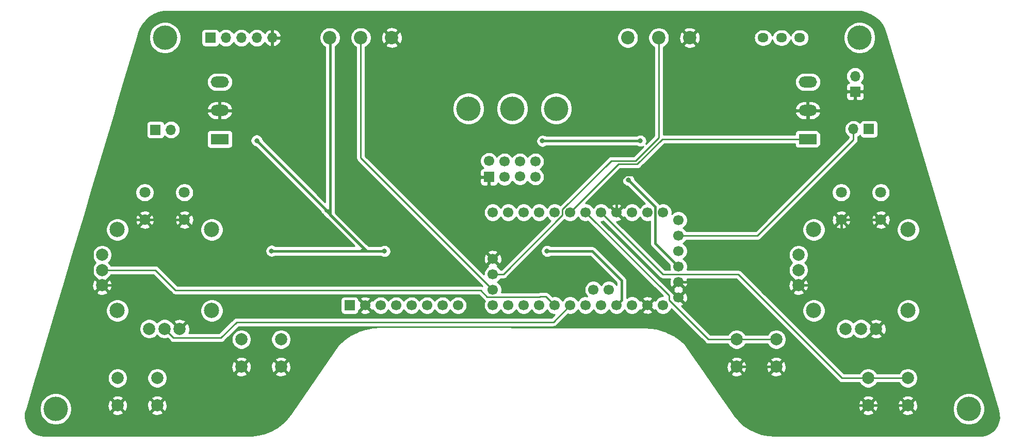
<source format=gbr>
G04 #@! TF.GenerationSoftware,KiCad,Pcbnew,(5.1.4)-1*
G04 #@! TF.CreationDate,2019-10-23T00:39:07+02:00*
G04 #@! TF.ProjectId,RF_transmitter,52465f74-7261-46e7-936d-69747465722e,rev?*
G04 #@! TF.SameCoordinates,Original*
G04 #@! TF.FileFunction,Copper,L2,Bot*
G04 #@! TF.FilePolarity,Positive*
%FSLAX46Y46*%
G04 Gerber Fmt 4.6, Leading zero omitted, Abs format (unit mm)*
G04 Created by KiCad (PCBNEW (5.1.4)-1) date 2019-10-23 00:39:07*
%MOMM*%
%LPD*%
G04 APERTURE LIST*
%ADD10O,1.800000X1.500000*%
%ADD11C,1.700000*%
%ADD12C,2.500000*%
%ADD13C,1.800000*%
%ADD14C,2.000000*%
%ADD15R,1.700000X1.700000*%
%ADD16O,3.000000X1.800000*%
%ADD17R,3.000000X1.800000*%
%ADD18O,1.700000X1.700000*%
%ADD19C,2.200000*%
%ADD20C,4.000000*%
%ADD21C,0.400000*%
%ADD22C,0.800000*%
%ADD23C,0.400000*%
%ADD24C,0.600000*%
%ADD25C,0.250000*%
%ADD26C,0.254000*%
G04 APERTURE END LIST*
D10*
X165179000Y-42672000D03*
X162179000Y-42672000D03*
X159179000Y-42672000D03*
D11*
X114790220Y-71356220D03*
X117330220Y-71356220D03*
X119870220Y-71356220D03*
X122410220Y-71356220D03*
X124950220Y-71356220D03*
X127490220Y-71356220D03*
X130030220Y-71356220D03*
X132570220Y-71356220D03*
X135110220Y-71356220D03*
X137650220Y-71356220D03*
X140190220Y-71356220D03*
X142730220Y-71356220D03*
X114790220Y-86596220D03*
X117330220Y-86596220D03*
X119870220Y-86596220D03*
X122410220Y-86596220D03*
X124950220Y-86596220D03*
X127490220Y-86596220D03*
X130030220Y-86596220D03*
X132570220Y-86596220D03*
X135110220Y-86596220D03*
X137650220Y-86596220D03*
X140190220Y-86596220D03*
X142730220Y-86596220D03*
X145270220Y-72626220D03*
X145270220Y-75166220D03*
X145270220Y-77706220D03*
X145270220Y-80246220D03*
X145270220Y-82786220D03*
X145270220Y-85326220D03*
X114790220Y-84056220D03*
X114790220Y-81516220D03*
X114790220Y-78976220D03*
X131300220Y-84056220D03*
X133840220Y-84056220D03*
D12*
X167473000Y-87472000D03*
X182973000Y-87472000D03*
X182973000Y-74172000D03*
X167473000Y-74172000D03*
D13*
X178473000Y-72572000D03*
X178473000Y-68072000D03*
X171973000Y-72572000D03*
X171973000Y-68072000D03*
D14*
X164973000Y-78322000D03*
X164973000Y-83322000D03*
X164973000Y-80822000D03*
X177723000Y-90472000D03*
X175223000Y-90472000D03*
X172723000Y-90472000D03*
D15*
X114173000Y-65532000D03*
D11*
X114173000Y-62902000D03*
X116713000Y-65532000D03*
X116713000Y-62992000D03*
X119253000Y-65442000D03*
X119253000Y-62992000D03*
X121793000Y-65502000D03*
X121793000Y-62992000D03*
D16*
X69977000Y-49910000D03*
X69977000Y-54610000D03*
D17*
X69977000Y-59310000D03*
D16*
X166497000Y-49910000D03*
X166497000Y-54610000D03*
D17*
X166497000Y-59310000D03*
D12*
X53173000Y-87472000D03*
X68673000Y-87472000D03*
X68673000Y-74172000D03*
X53173000Y-74172000D03*
D13*
X64173000Y-72572000D03*
X64173000Y-68072000D03*
X57673000Y-72572000D03*
X57673000Y-68072000D03*
D14*
X50673000Y-78322000D03*
X50673000Y-83322000D03*
X50673000Y-80822000D03*
X63423000Y-90472000D03*
X60923000Y-90472000D03*
X58423000Y-90472000D03*
D18*
X78613000Y-42672000D03*
X76073000Y-42672000D03*
X73533000Y-42672000D03*
X70993000Y-42672000D03*
D15*
X68453000Y-42672000D03*
D14*
X59713000Y-98552000D03*
X59713000Y-103052000D03*
X53213000Y-98552000D03*
X53213000Y-103052000D03*
X80033000Y-92202000D03*
X80033000Y-96702000D03*
X73533000Y-92202000D03*
X73533000Y-96702000D03*
X161313000Y-92202000D03*
X161313000Y-96702000D03*
X154813000Y-92202000D03*
X154813000Y-96702000D03*
X182903000Y-98552000D03*
X182903000Y-103052000D03*
X176403000Y-98552000D03*
X176403000Y-103052000D03*
D18*
X61976000Y-57785000D03*
D15*
X59436000Y-57785000D03*
D18*
X173990000Y-57658000D03*
D15*
X176530000Y-57658000D03*
D18*
X174269400Y-48971200D03*
D15*
X174269400Y-51511200D03*
D11*
X109093000Y-86614000D03*
X106553000Y-86614000D03*
X104013000Y-86614000D03*
X101473000Y-86614000D03*
X98933000Y-86614000D03*
X96393000Y-86614000D03*
X93853000Y-86614000D03*
D15*
X91313000Y-86614000D03*
D19*
X98219260Y-42654220D03*
X93139260Y-42654220D03*
X88059260Y-42654220D03*
X147111720Y-42672000D03*
X142031720Y-42672000D03*
X136951720Y-42672000D03*
D20*
X43053000Y-103632000D03*
X60985400Y-42672000D03*
X175006000Y-42672000D03*
X192913000Y-103632000D03*
X117994800Y-54305200D03*
X125194800Y-54305200D03*
X110794800Y-54305200D03*
D21*
X127609600Y-80111600D03*
X68580000Y-101600000D03*
D22*
X101526340Y-65653920D03*
X98630280Y-81836720D03*
X92801900Y-81836720D03*
X77109320Y-81815940D03*
D21*
X71120000Y-104140000D03*
X74930000Y-101600000D03*
X64770000Y-104140000D03*
X78740000Y-104140000D03*
X80010000Y-100330000D03*
X85090000Y-95250000D03*
X69850000Y-93980000D03*
X60960000Y-95250000D03*
X48260000Y-97790000D03*
X49530000Y-102870000D03*
X41910000Y-99060000D03*
X46990000Y-86360000D03*
X81280000Y-82550000D03*
X86360000Y-80010000D03*
X87630000Y-74930000D03*
X82550000Y-71120000D03*
X76200000Y-73660000D03*
X73660000Y-67310000D03*
X67310000Y-63500000D03*
X60960000Y-62230000D03*
X53340000Y-64770000D03*
X49530000Y-71120000D03*
X55880000Y-55880000D03*
X58420000Y-48260000D03*
X60960000Y-52070000D03*
X69850000Y-71120000D03*
X68580000Y-80010000D03*
X60960000Y-76200000D03*
X62230000Y-86360000D03*
X54610000Y-83820000D03*
X95250000Y-73660000D03*
X101600000Y-76200000D03*
X86360000Y-66040000D03*
X81280000Y-60960000D03*
X93980000Y-67310000D03*
X91440000Y-59690000D03*
X85090000Y-54610000D03*
X91440000Y-50800000D03*
X83820000Y-46990000D03*
X96520000Y-45720000D03*
X96520000Y-54610000D03*
X100330000Y-59690000D03*
X104140000Y-54610000D03*
X100330000Y-49530000D03*
X104140000Y-45720000D03*
X64770000Y-44450000D03*
X107950000Y-68580000D03*
X113030000Y-43180000D03*
X113030000Y-49530000D03*
X118110000Y-45720000D03*
X121920000Y-50800000D03*
X124460000Y-40640000D03*
X128270000Y-45720000D03*
X133350000Y-50800000D03*
X133350000Y-41910000D03*
X132080000Y-57150000D03*
X139700000Y-54610000D03*
X82550000Y-87630000D03*
X76200000Y-86360000D03*
X93980000Y-80010000D03*
X99060000Y-78740000D03*
X104140000Y-81280000D03*
X109220000Y-74930000D03*
X111760000Y-86360000D03*
X116840000Y-73660000D03*
X120650000Y-81280000D03*
X127515620Y-74736960D03*
X134620000Y-78740000D03*
X138430000Y-82550000D03*
X139700000Y-74930000D03*
X149004020Y-80131920D03*
X151130000Y-76835000D03*
X151130000Y-72390000D03*
X146050000Y-68580000D03*
X140970000Y-64770000D03*
X144780000Y-60960000D03*
X128270000Y-63500000D03*
X114300000Y-58420000D03*
X139700000Y-46990000D03*
X144780000Y-50800000D03*
X149860000Y-55880000D03*
X149860000Y-48260000D03*
X156210000Y-52070000D03*
X153670000Y-41910000D03*
X154940000Y-58420000D03*
X160020000Y-55880000D03*
X160020000Y-46990000D03*
X167640000Y-46990000D03*
X170180000Y-41910000D03*
X177800000Y-46990000D03*
X180340000Y-54610000D03*
X181610000Y-62230000D03*
X184150000Y-68580000D03*
X172720000Y-64770000D03*
X165100000Y-63500000D03*
X161290000Y-76200000D03*
X168910000Y-78740000D03*
X175260000Y-77470000D03*
X181610000Y-81280000D03*
X175260000Y-83820000D03*
X184150000Y-92710000D03*
X189230000Y-87630000D03*
X190500000Y-96520000D03*
X187960000Y-77470000D03*
X173990000Y-95250000D03*
X162560000Y-101600000D03*
X156210000Y-101600000D03*
X166370000Y-105410000D03*
X168910000Y-101600000D03*
X177800000Y-106680000D03*
X186690000Y-105410000D03*
X187960000Y-100330000D03*
X151130000Y-95250000D03*
X160020000Y-105410000D03*
X172720000Y-105410000D03*
X165100000Y-96520000D03*
X144780000Y-90170000D03*
X166370000Y-71120000D03*
X163830000Y-87630000D03*
X116890800Y-68656200D03*
X111760000Y-60960000D03*
X120650000Y-60960000D03*
X80010000Y-66040000D03*
X66040000Y-55880000D03*
X171450000Y-54610000D03*
X129540000Y-82550000D03*
D22*
X155277820Y-85971380D03*
X147721320Y-60959990D03*
X97040246Y-77711300D03*
X137030460Y-66006980D03*
X123698000Y-77688440D03*
X78496160Y-77680820D03*
X76058311Y-59559925D03*
X122936000Y-59613796D03*
X139021820Y-59593480D03*
D23*
X182903000Y-103052000D02*
X176403000Y-103052000D01*
X167663000Y-103052000D02*
X176403000Y-103052000D01*
X161313000Y-96702000D02*
X167663000Y-103052000D01*
X159898787Y-96702000D02*
X154813000Y-96702000D01*
X161313000Y-96702000D02*
X159898787Y-96702000D01*
X98630280Y-81836720D02*
X92801900Y-81836720D01*
X92801900Y-81836720D02*
X77130100Y-81836720D01*
X77130100Y-81836720D02*
X77109320Y-81815940D01*
X164973000Y-83322000D02*
X170573000Y-83322000D01*
X171973000Y-84722000D02*
X172022500Y-84771500D01*
X171765700Y-84514700D02*
X172022500Y-84771500D01*
X172022500Y-84771500D02*
X177723000Y-90472000D01*
X171465000Y-84059000D02*
X171387500Y-84136500D01*
X171973000Y-84059000D02*
X171465000Y-84059000D01*
X171387500Y-84136500D02*
X171765700Y-84514700D01*
X170573000Y-83322000D02*
X171387500Y-84136500D01*
X171973000Y-84059000D02*
X171973000Y-84722000D01*
X171973000Y-72572000D02*
X171973000Y-84059000D01*
X171973000Y-72572000D02*
X178473000Y-72572000D01*
X62900208Y-72572000D02*
X57673000Y-72572000D01*
X64173000Y-72572000D02*
X62900208Y-72572000D01*
X49098200Y-81747200D02*
X50673000Y-83322000D01*
X49098200Y-75304798D02*
X49098200Y-81747200D01*
X52266998Y-72136000D02*
X49098200Y-75304798D01*
X54610000Y-72136000D02*
X52266998Y-72136000D01*
X57673000Y-72572000D02*
X55046000Y-72572000D01*
X55046000Y-72572000D02*
X54610000Y-72136000D01*
X56273000Y-83322000D02*
X63423000Y-90472000D01*
X50673000Y-83322000D02*
X56273000Y-83322000D01*
D24*
X166497000Y-56110000D02*
X166497000Y-54610000D01*
X168851580Y-58464580D02*
X166497000Y-56110000D01*
X168851580Y-60255422D02*
X168851580Y-58464580D01*
X147721320Y-60959990D02*
X168147012Y-60959990D01*
X168147012Y-60959990D02*
X168851580Y-60255422D01*
D23*
X101526340Y-65712340D02*
X101526340Y-65653920D01*
X147321321Y-61359989D02*
X147721320Y-60959990D01*
X143474331Y-65206979D02*
X147321321Y-61359989D01*
X136646459Y-65206979D02*
X143474331Y-65206979D01*
X135110220Y-66743218D02*
X136646459Y-65206979D01*
X135112760Y-71358760D02*
X135110220Y-71356220D01*
X135110220Y-71356220D02*
X135110220Y-66743218D01*
X149296001Y-95702001D02*
X140190220Y-86596220D01*
X154813000Y-96702000D02*
X153813001Y-95702001D01*
X153813001Y-95702001D02*
X149296001Y-95702001D01*
X114790220Y-78917800D02*
X114790220Y-78976220D01*
X101526340Y-65653920D02*
X114790220Y-78917800D01*
X152092660Y-82786220D02*
X145270220Y-82786220D01*
X155277820Y-85971380D02*
X152092660Y-82786220D01*
D25*
X173990000Y-59410600D02*
X173990000Y-57658000D01*
X158233600Y-75167000D02*
X173990000Y-59410600D01*
X158232820Y-75166220D02*
X145270220Y-75166220D01*
X158233600Y-75167000D02*
X158232820Y-75166220D01*
D23*
X88138000Y-71757540D02*
X93438980Y-77058520D01*
X93438980Y-77058520D02*
X93197680Y-76817220D01*
X87782400Y-71008240D02*
X87585550Y-71205090D01*
X88138000Y-71008240D02*
X87782400Y-71008240D01*
X88138000Y-71008240D02*
X88138000Y-71757540D01*
X88138000Y-42672000D02*
X88138000Y-71008240D01*
X88125300Y-70995540D02*
X88138000Y-71008240D01*
X87376000Y-70995540D02*
X88125300Y-70995540D01*
X87585550Y-71205090D02*
X87376000Y-70995540D01*
X88130380Y-71008240D02*
X87759540Y-71379080D01*
X88138000Y-71008240D02*
X88130380Y-71008240D01*
X93197680Y-76817220D02*
X87759540Y-71379080D01*
X87759540Y-71379080D02*
X87585550Y-71205090D01*
X137030460Y-66006980D02*
X141442761Y-70419281D01*
X97040246Y-77711300D02*
X97037706Y-77708760D01*
X78526640Y-77711300D02*
X78496160Y-77680820D01*
X97040246Y-77711300D02*
X93865700Y-77711300D01*
X94086680Y-77706220D02*
X94109540Y-77706220D01*
X93609160Y-77228700D02*
X93581220Y-77228700D01*
X93098620Y-77711300D02*
X78526640Y-77711300D01*
X93609160Y-77228700D02*
X94086680Y-77706220D01*
X93438980Y-77058520D02*
X93609160Y-77228700D01*
X93446600Y-77406500D02*
X93751400Y-77711300D01*
X93403420Y-77406500D02*
X93446600Y-77406500D01*
X93751400Y-77711300D02*
X93098620Y-77711300D01*
X93865700Y-77711300D02*
X93751400Y-77711300D01*
X93403420Y-77406500D02*
X93098620Y-77711300D01*
X93581220Y-77228700D02*
X93403420Y-77406500D01*
X76458310Y-59959924D02*
X76058311Y-59559925D01*
X87376000Y-70877614D02*
X76458310Y-59959924D01*
X87376000Y-70995540D02*
X87376000Y-70877614D01*
X141452600Y-70548500D02*
X141472920Y-70528180D01*
X145270220Y-80246220D02*
X141452600Y-76428600D01*
X141452600Y-76428600D02*
X141452600Y-70548500D01*
X131091940Y-77688440D02*
X123698000Y-77688440D01*
X135962759Y-82559259D02*
X131091940Y-77688440D01*
X135962759Y-85743681D02*
X135962759Y-82559259D01*
X135112760Y-86598760D02*
X135112760Y-86593680D01*
X135112760Y-86593680D02*
X135962759Y-85743681D01*
D25*
X142033000Y-59058800D02*
X138226800Y-62865000D01*
X142033000Y-42672000D02*
X142033000Y-59058800D01*
X138226800Y-62865000D02*
X134243998Y-62865000D01*
X134243998Y-62865000D02*
X126238000Y-70870998D01*
X116530782Y-81516220D02*
X114790220Y-81516220D01*
X126238000Y-70870998D02*
X126238000Y-71809002D01*
X126238000Y-71809002D02*
X116530782Y-81516220D01*
X93138000Y-62404000D02*
X114790220Y-84056220D01*
X93138000Y-42672000D02*
X93138000Y-62404000D01*
X176403000Y-98552000D02*
X182903000Y-98552000D01*
X172110400Y-98552000D02*
X176403000Y-98552000D01*
X155067000Y-81508600D02*
X172110400Y-98552000D01*
X132570220Y-71356220D02*
X142722600Y-81508600D01*
X142722600Y-81508600D02*
X155067000Y-81508600D01*
X156227213Y-92202000D02*
X161313000Y-92202000D01*
X154813000Y-92202000D02*
X156227213Y-92202000D01*
X142758160Y-84084160D02*
X142748000Y-84074000D01*
X153398787Y-92202000D02*
X154813000Y-92202000D01*
X150186998Y-92202000D02*
X153398787Y-92202000D01*
X143700500Y-85715502D02*
X150186998Y-92202000D01*
X130030220Y-71356220D02*
X143700500Y-85026500D01*
X143700500Y-85026500D02*
X143700500Y-85715502D01*
X142627615Y-59310000D02*
X166497000Y-59310000D01*
X138507202Y-63430413D02*
X142627615Y-59310000D01*
X135417587Y-63430413D02*
X138507202Y-63430413D01*
X127490220Y-71356220D02*
X127491780Y-71356220D01*
X127491780Y-71356220D02*
X135417587Y-63430413D01*
X59397100Y-80822000D02*
X50673000Y-80822000D01*
X62725300Y-84150200D02*
X59397100Y-80822000D01*
X123520200Y-85166200D02*
X122580400Y-85166200D01*
X122580400Y-85166200D02*
X122512839Y-85233761D01*
X124950220Y-86596220D02*
X123520200Y-85166200D01*
X122512839Y-85233761D02*
X113884961Y-85233761D01*
X113884961Y-85233761D02*
X112801400Y-84150200D01*
X112801400Y-84150200D02*
X62725300Y-84150200D01*
X127490220Y-86597780D02*
X127490220Y-86596220D01*
X124730800Y-89357200D02*
X127490220Y-86597780D01*
X72765643Y-89357200D02*
X124730800Y-89357200D01*
X70174843Y-91948000D02*
X72765643Y-89357200D01*
X60923000Y-90472000D02*
X62399000Y-91948000D01*
X62399000Y-91948000D02*
X70174843Y-91948000D01*
D23*
X122936000Y-59613796D02*
X139001504Y-59613796D01*
X139001504Y-59613796D02*
X139021820Y-59593480D01*
D26*
G36*
X175316303Y-38367216D02*
G01*
X176111407Y-38566933D01*
X176863225Y-38893832D01*
X177551558Y-39339134D01*
X178157917Y-39890879D01*
X178666020Y-40534249D01*
X179063877Y-41254967D01*
X179321197Y-41960032D01*
X197725518Y-103879372D01*
X197869678Y-104513893D01*
X197886552Y-105118007D01*
X197785766Y-105713894D01*
X197571158Y-106278854D01*
X197250900Y-106791373D01*
X196837196Y-107231924D01*
X196345795Y-107583732D01*
X195795429Y-107833389D01*
X195196097Y-107973962D01*
X194773949Y-108002000D01*
X161058849Y-108002000D01*
X159958995Y-107931138D01*
X158902020Y-107720194D01*
X157882223Y-107371309D01*
X156917530Y-106890617D01*
X156024883Y-106286558D01*
X155219975Y-105569753D01*
X154507205Y-104741480D01*
X154278339Y-104420782D01*
X154117565Y-104187413D01*
X175447192Y-104187413D01*
X175542956Y-104451814D01*
X175832571Y-104592704D01*
X176144108Y-104674384D01*
X176465595Y-104693718D01*
X176784675Y-104649961D01*
X177089088Y-104544795D01*
X177263044Y-104451814D01*
X177358808Y-104187413D01*
X181947192Y-104187413D01*
X182042956Y-104451814D01*
X182332571Y-104592704D01*
X182644108Y-104674384D01*
X182965595Y-104693718D01*
X183284675Y-104649961D01*
X183589088Y-104544795D01*
X183763044Y-104451814D01*
X183858808Y-104187413D01*
X182903000Y-103231605D01*
X181947192Y-104187413D01*
X177358808Y-104187413D01*
X176403000Y-103231605D01*
X175447192Y-104187413D01*
X154117565Y-104187413D01*
X153378470Y-103114595D01*
X174761282Y-103114595D01*
X174805039Y-103433675D01*
X174910205Y-103738088D01*
X175003186Y-103912044D01*
X175267587Y-104007808D01*
X176223395Y-103052000D01*
X176582605Y-103052000D01*
X177538413Y-104007808D01*
X177802814Y-103912044D01*
X177943704Y-103622429D01*
X178025384Y-103310892D01*
X178037189Y-103114595D01*
X181261282Y-103114595D01*
X181305039Y-103433675D01*
X181410205Y-103738088D01*
X181503186Y-103912044D01*
X181767587Y-104007808D01*
X182723395Y-103052000D01*
X183082605Y-103052000D01*
X184038413Y-104007808D01*
X184302814Y-103912044D01*
X184443704Y-103622429D01*
X184509237Y-103372475D01*
X190278000Y-103372475D01*
X190278000Y-103891525D01*
X190379261Y-104400601D01*
X190577893Y-104880141D01*
X190866262Y-105311715D01*
X191233285Y-105678738D01*
X191664859Y-105967107D01*
X192144399Y-106165739D01*
X192653475Y-106267000D01*
X193172525Y-106267000D01*
X193681601Y-106165739D01*
X194161141Y-105967107D01*
X194592715Y-105678738D01*
X194959738Y-105311715D01*
X195248107Y-104880141D01*
X195446739Y-104400601D01*
X195548000Y-103891525D01*
X195548000Y-103372475D01*
X195446739Y-102863399D01*
X195248107Y-102383859D01*
X194959738Y-101952285D01*
X194592715Y-101585262D01*
X194161141Y-101296893D01*
X193681601Y-101098261D01*
X193172525Y-100997000D01*
X192653475Y-100997000D01*
X192144399Y-101098261D01*
X191664859Y-101296893D01*
X191233285Y-101585262D01*
X190866262Y-101952285D01*
X190577893Y-102383859D01*
X190379261Y-102863399D01*
X190278000Y-103372475D01*
X184509237Y-103372475D01*
X184525384Y-103310892D01*
X184544718Y-102989405D01*
X184500961Y-102670325D01*
X184395795Y-102365912D01*
X184302814Y-102191956D01*
X184038413Y-102096192D01*
X183082605Y-103052000D01*
X182723395Y-103052000D01*
X181767587Y-102096192D01*
X181503186Y-102191956D01*
X181362296Y-102481571D01*
X181280616Y-102793108D01*
X181261282Y-103114595D01*
X178037189Y-103114595D01*
X178044718Y-102989405D01*
X178000961Y-102670325D01*
X177895795Y-102365912D01*
X177802814Y-102191956D01*
X177538413Y-102096192D01*
X176582605Y-103052000D01*
X176223395Y-103052000D01*
X175267587Y-102096192D01*
X175003186Y-102191956D01*
X174862296Y-102481571D01*
X174780616Y-102793108D01*
X174761282Y-103114595D01*
X153378470Y-103114595D01*
X152553128Y-101916587D01*
X175447192Y-101916587D01*
X176403000Y-102872395D01*
X177358808Y-101916587D01*
X181947192Y-101916587D01*
X182903000Y-102872395D01*
X183858808Y-101916587D01*
X183763044Y-101652186D01*
X183473429Y-101511296D01*
X183161892Y-101429616D01*
X182840405Y-101410282D01*
X182521325Y-101454039D01*
X182216912Y-101559205D01*
X182042956Y-101652186D01*
X181947192Y-101916587D01*
X177358808Y-101916587D01*
X177263044Y-101652186D01*
X176973429Y-101511296D01*
X176661892Y-101429616D01*
X176340405Y-101410282D01*
X176021325Y-101454039D01*
X175716912Y-101559205D01*
X175542956Y-101652186D01*
X175447192Y-101916587D01*
X152553128Y-101916587D01*
X149742867Y-97837413D01*
X153857192Y-97837413D01*
X153952956Y-98101814D01*
X154242571Y-98242704D01*
X154554108Y-98324384D01*
X154875595Y-98343718D01*
X155194675Y-98299961D01*
X155499088Y-98194795D01*
X155673044Y-98101814D01*
X155768808Y-97837413D01*
X160357192Y-97837413D01*
X160452956Y-98101814D01*
X160742571Y-98242704D01*
X161054108Y-98324384D01*
X161375595Y-98343718D01*
X161694675Y-98299961D01*
X161999088Y-98194795D01*
X162173044Y-98101814D01*
X162268808Y-97837413D01*
X161313000Y-96881605D01*
X160357192Y-97837413D01*
X155768808Y-97837413D01*
X154813000Y-96881605D01*
X153857192Y-97837413D01*
X149742867Y-97837413D01*
X149003771Y-96764595D01*
X153171282Y-96764595D01*
X153215039Y-97083675D01*
X153320205Y-97388088D01*
X153413186Y-97562044D01*
X153677587Y-97657808D01*
X154633395Y-96702000D01*
X154992605Y-96702000D01*
X155948413Y-97657808D01*
X156212814Y-97562044D01*
X156353704Y-97272429D01*
X156435384Y-96960892D01*
X156447189Y-96764595D01*
X159671282Y-96764595D01*
X159715039Y-97083675D01*
X159820205Y-97388088D01*
X159913186Y-97562044D01*
X160177587Y-97657808D01*
X161133395Y-96702000D01*
X161492605Y-96702000D01*
X162448413Y-97657808D01*
X162712814Y-97562044D01*
X162853704Y-97272429D01*
X162935384Y-96960892D01*
X162954718Y-96639405D01*
X162910961Y-96320325D01*
X162805795Y-96015912D01*
X162712814Y-95841956D01*
X162448413Y-95746192D01*
X161492605Y-96702000D01*
X161133395Y-96702000D01*
X160177587Y-95746192D01*
X159913186Y-95841956D01*
X159772296Y-96131571D01*
X159690616Y-96443108D01*
X159671282Y-96764595D01*
X156447189Y-96764595D01*
X156454718Y-96639405D01*
X156410961Y-96320325D01*
X156305795Y-96015912D01*
X156212814Y-95841956D01*
X155948413Y-95746192D01*
X154992605Y-96702000D01*
X154633395Y-96702000D01*
X153677587Y-95746192D01*
X153413186Y-95841956D01*
X153272296Y-96131571D01*
X153190616Y-96443108D01*
X153171282Y-96764595D01*
X149003771Y-96764595D01*
X148178429Y-95566587D01*
X153857192Y-95566587D01*
X154813000Y-96522395D01*
X155768808Y-95566587D01*
X160357192Y-95566587D01*
X161313000Y-96522395D01*
X162268808Y-95566587D01*
X162173044Y-95302186D01*
X161883429Y-95161296D01*
X161571892Y-95079616D01*
X161250405Y-95060282D01*
X160931325Y-95104039D01*
X160626912Y-95209205D01*
X160452956Y-95302186D01*
X160357192Y-95566587D01*
X155768808Y-95566587D01*
X155673044Y-95302186D01*
X155383429Y-95161296D01*
X155071892Y-95079616D01*
X154750405Y-95060282D01*
X154431325Y-95104039D01*
X154126912Y-95209205D01*
X153952956Y-95302186D01*
X153857192Y-95566587D01*
X148178429Y-95566587D01*
X146467234Y-93082740D01*
X146399598Y-93002672D01*
X146357694Y-92969267D01*
X145527515Y-92242639D01*
X145516630Y-92234318D01*
X145506565Y-92225003D01*
X145454707Y-92186792D01*
X144475314Y-91531528D01*
X144462424Y-91524090D01*
X144450256Y-91515512D01*
X144393800Y-91484495D01*
X143336347Y-90964518D01*
X143322584Y-90958849D01*
X143309391Y-90951957D01*
X143249346Y-90928686D01*
X143249330Y-90928679D01*
X143249325Y-90928678D01*
X142132397Y-90553125D01*
X142118003Y-90549326D01*
X142104017Y-90544240D01*
X142041404Y-90529110D01*
X140884613Y-90304576D01*
X140869843Y-90302714D01*
X140855306Y-90299522D01*
X140791248Y-90292807D01*
X140791243Y-90292806D01*
X140791242Y-90292806D01*
X139629263Y-90224086D01*
X139608924Y-90222053D01*
X96295350Y-90158129D01*
X96273248Y-90160273D01*
X95202416Y-90225768D01*
X95189497Y-90227423D01*
X95176477Y-90227832D01*
X95112720Y-90237020D01*
X93955242Y-90457821D01*
X93940836Y-90461573D01*
X93926154Y-90464004D01*
X93864172Y-90481543D01*
X92746064Y-90853488D01*
X92732280Y-90859113D01*
X92718049Y-90863464D01*
X92658932Y-90889046D01*
X91599838Y-91405600D01*
X91586921Y-91412998D01*
X91573387Y-91419194D01*
X91518173Y-91452370D01*
X90536700Y-92104459D01*
X90524878Y-92113498D01*
X90512280Y-92121431D01*
X90461938Y-92161619D01*
X89587052Y-92927524D01*
X89544630Y-92961493D01*
X89477169Y-93041708D01*
X81697542Y-104386848D01*
X81015828Y-105262548D01*
X80242647Y-106022350D01*
X79375760Y-106673228D01*
X78430408Y-107203735D01*
X77423197Y-107604553D01*
X76371822Y-107868640D01*
X75279628Y-107993080D01*
X74901132Y-108002000D01*
X41182720Y-108002000D01*
X40546538Y-107939622D01*
X39967979Y-107764944D01*
X39434373Y-107481221D01*
X38966031Y-107099251D01*
X38580807Y-106633595D01*
X38293364Y-106101983D01*
X38114652Y-105524657D01*
X38051481Y-104923617D01*
X38107273Y-104310560D01*
X38216782Y-103890146D01*
X38370841Y-103372475D01*
X40418000Y-103372475D01*
X40418000Y-103891525D01*
X40519261Y-104400601D01*
X40717893Y-104880141D01*
X41006262Y-105311715D01*
X41373285Y-105678738D01*
X41804859Y-105967107D01*
X42284399Y-106165739D01*
X42793475Y-106267000D01*
X43312525Y-106267000D01*
X43821601Y-106165739D01*
X44301141Y-105967107D01*
X44732715Y-105678738D01*
X45099738Y-105311715D01*
X45388107Y-104880141D01*
X45586739Y-104400601D01*
X45629144Y-104187413D01*
X52257192Y-104187413D01*
X52352956Y-104451814D01*
X52642571Y-104592704D01*
X52954108Y-104674384D01*
X53275595Y-104693718D01*
X53594675Y-104649961D01*
X53899088Y-104544795D01*
X54073044Y-104451814D01*
X54168808Y-104187413D01*
X58757192Y-104187413D01*
X58852956Y-104451814D01*
X59142571Y-104592704D01*
X59454108Y-104674384D01*
X59775595Y-104693718D01*
X60094675Y-104649961D01*
X60399088Y-104544795D01*
X60573044Y-104451814D01*
X60668808Y-104187413D01*
X59713000Y-103231605D01*
X58757192Y-104187413D01*
X54168808Y-104187413D01*
X53213000Y-103231605D01*
X52257192Y-104187413D01*
X45629144Y-104187413D01*
X45688000Y-103891525D01*
X45688000Y-103372475D01*
X45636705Y-103114595D01*
X51571282Y-103114595D01*
X51615039Y-103433675D01*
X51720205Y-103738088D01*
X51813186Y-103912044D01*
X52077587Y-104007808D01*
X53033395Y-103052000D01*
X53392605Y-103052000D01*
X54348413Y-104007808D01*
X54612814Y-103912044D01*
X54753704Y-103622429D01*
X54835384Y-103310892D01*
X54847189Y-103114595D01*
X58071282Y-103114595D01*
X58115039Y-103433675D01*
X58220205Y-103738088D01*
X58313186Y-103912044D01*
X58577587Y-104007808D01*
X59533395Y-103052000D01*
X59892605Y-103052000D01*
X60848413Y-104007808D01*
X61112814Y-103912044D01*
X61253704Y-103622429D01*
X61335384Y-103310892D01*
X61354718Y-102989405D01*
X61310961Y-102670325D01*
X61205795Y-102365912D01*
X61112814Y-102191956D01*
X60848413Y-102096192D01*
X59892605Y-103052000D01*
X59533395Y-103052000D01*
X58577587Y-102096192D01*
X58313186Y-102191956D01*
X58172296Y-102481571D01*
X58090616Y-102793108D01*
X58071282Y-103114595D01*
X54847189Y-103114595D01*
X54854718Y-102989405D01*
X54810961Y-102670325D01*
X54705795Y-102365912D01*
X54612814Y-102191956D01*
X54348413Y-102096192D01*
X53392605Y-103052000D01*
X53033395Y-103052000D01*
X52077587Y-102096192D01*
X51813186Y-102191956D01*
X51672296Y-102481571D01*
X51590616Y-102793108D01*
X51571282Y-103114595D01*
X45636705Y-103114595D01*
X45586739Y-102863399D01*
X45388107Y-102383859D01*
X45099738Y-101952285D01*
X45064040Y-101916587D01*
X52257192Y-101916587D01*
X53213000Y-102872395D01*
X54168808Y-101916587D01*
X58757192Y-101916587D01*
X59713000Y-102872395D01*
X60668808Y-101916587D01*
X60573044Y-101652186D01*
X60283429Y-101511296D01*
X59971892Y-101429616D01*
X59650405Y-101410282D01*
X59331325Y-101454039D01*
X59026912Y-101559205D01*
X58852956Y-101652186D01*
X58757192Y-101916587D01*
X54168808Y-101916587D01*
X54073044Y-101652186D01*
X53783429Y-101511296D01*
X53471892Y-101429616D01*
X53150405Y-101410282D01*
X52831325Y-101454039D01*
X52526912Y-101559205D01*
X52352956Y-101652186D01*
X52257192Y-101916587D01*
X45064040Y-101916587D01*
X44732715Y-101585262D01*
X44301141Y-101296893D01*
X43821601Y-101098261D01*
X43312525Y-100997000D01*
X42793475Y-100997000D01*
X42284399Y-101098261D01*
X41804859Y-101296893D01*
X41373285Y-101585262D01*
X41006262Y-101952285D01*
X40717893Y-102383859D01*
X40519261Y-102863399D01*
X40418000Y-103372475D01*
X38370841Y-103372475D01*
X39853345Y-98390967D01*
X51578000Y-98390967D01*
X51578000Y-98713033D01*
X51640832Y-99028912D01*
X51764082Y-99326463D01*
X51943013Y-99594252D01*
X52170748Y-99821987D01*
X52438537Y-100000918D01*
X52736088Y-100124168D01*
X53051967Y-100187000D01*
X53374033Y-100187000D01*
X53689912Y-100124168D01*
X53987463Y-100000918D01*
X54255252Y-99821987D01*
X54482987Y-99594252D01*
X54661918Y-99326463D01*
X54785168Y-99028912D01*
X54848000Y-98713033D01*
X54848000Y-98390967D01*
X58078000Y-98390967D01*
X58078000Y-98713033D01*
X58140832Y-99028912D01*
X58264082Y-99326463D01*
X58443013Y-99594252D01*
X58670748Y-99821987D01*
X58938537Y-100000918D01*
X59236088Y-100124168D01*
X59551967Y-100187000D01*
X59874033Y-100187000D01*
X60189912Y-100124168D01*
X60487463Y-100000918D01*
X60755252Y-99821987D01*
X60982987Y-99594252D01*
X61161918Y-99326463D01*
X61285168Y-99028912D01*
X61348000Y-98713033D01*
X61348000Y-98390967D01*
X61285168Y-98075088D01*
X61186720Y-97837413D01*
X72577192Y-97837413D01*
X72672956Y-98101814D01*
X72962571Y-98242704D01*
X73274108Y-98324384D01*
X73595595Y-98343718D01*
X73914675Y-98299961D01*
X74219088Y-98194795D01*
X74393044Y-98101814D01*
X74488808Y-97837413D01*
X79077192Y-97837413D01*
X79172956Y-98101814D01*
X79462571Y-98242704D01*
X79774108Y-98324384D01*
X80095595Y-98343718D01*
X80414675Y-98299961D01*
X80719088Y-98194795D01*
X80893044Y-98101814D01*
X80988808Y-97837413D01*
X80033000Y-96881605D01*
X79077192Y-97837413D01*
X74488808Y-97837413D01*
X73533000Y-96881605D01*
X72577192Y-97837413D01*
X61186720Y-97837413D01*
X61161918Y-97777537D01*
X60982987Y-97509748D01*
X60755252Y-97282013D01*
X60487463Y-97103082D01*
X60189912Y-96979832D01*
X59874033Y-96917000D01*
X59551967Y-96917000D01*
X59236088Y-96979832D01*
X58938537Y-97103082D01*
X58670748Y-97282013D01*
X58443013Y-97509748D01*
X58264082Y-97777537D01*
X58140832Y-98075088D01*
X58078000Y-98390967D01*
X54848000Y-98390967D01*
X54785168Y-98075088D01*
X54661918Y-97777537D01*
X54482987Y-97509748D01*
X54255252Y-97282013D01*
X53987463Y-97103082D01*
X53689912Y-96979832D01*
X53374033Y-96917000D01*
X53051967Y-96917000D01*
X52736088Y-96979832D01*
X52438537Y-97103082D01*
X52170748Y-97282013D01*
X51943013Y-97509748D01*
X51764082Y-97777537D01*
X51640832Y-98075088D01*
X51578000Y-98390967D01*
X39853345Y-98390967D01*
X40337355Y-96764595D01*
X71891282Y-96764595D01*
X71935039Y-97083675D01*
X72040205Y-97388088D01*
X72133186Y-97562044D01*
X72397587Y-97657808D01*
X73353395Y-96702000D01*
X73712605Y-96702000D01*
X74668413Y-97657808D01*
X74932814Y-97562044D01*
X75073704Y-97272429D01*
X75155384Y-96960892D01*
X75167189Y-96764595D01*
X78391282Y-96764595D01*
X78435039Y-97083675D01*
X78540205Y-97388088D01*
X78633186Y-97562044D01*
X78897587Y-97657808D01*
X79853395Y-96702000D01*
X80212605Y-96702000D01*
X81168413Y-97657808D01*
X81432814Y-97562044D01*
X81573704Y-97272429D01*
X81655384Y-96960892D01*
X81674718Y-96639405D01*
X81630961Y-96320325D01*
X81525795Y-96015912D01*
X81432814Y-95841956D01*
X81168413Y-95746192D01*
X80212605Y-96702000D01*
X79853395Y-96702000D01*
X78897587Y-95746192D01*
X78633186Y-95841956D01*
X78492296Y-96131571D01*
X78410616Y-96443108D01*
X78391282Y-96764595D01*
X75167189Y-96764595D01*
X75174718Y-96639405D01*
X75130961Y-96320325D01*
X75025795Y-96015912D01*
X74932814Y-95841956D01*
X74668413Y-95746192D01*
X73712605Y-96702000D01*
X73353395Y-96702000D01*
X72397587Y-95746192D01*
X72133186Y-95841956D01*
X71992296Y-96131571D01*
X71910616Y-96443108D01*
X71891282Y-96764595D01*
X40337355Y-96764595D01*
X40693884Y-95566587D01*
X72577192Y-95566587D01*
X73533000Y-96522395D01*
X74488808Y-95566587D01*
X79077192Y-95566587D01*
X80033000Y-96522395D01*
X80988808Y-95566587D01*
X80893044Y-95302186D01*
X80603429Y-95161296D01*
X80291892Y-95079616D01*
X79970405Y-95060282D01*
X79651325Y-95104039D01*
X79346912Y-95209205D01*
X79172956Y-95302186D01*
X79077192Y-95566587D01*
X74488808Y-95566587D01*
X74393044Y-95302186D01*
X74103429Y-95161296D01*
X73791892Y-95079616D01*
X73470405Y-95060282D01*
X73151325Y-95104039D01*
X72846912Y-95209205D01*
X72672956Y-95302186D01*
X72577192Y-95566587D01*
X40693884Y-95566587D01*
X43158097Y-87286344D01*
X51288000Y-87286344D01*
X51288000Y-87657656D01*
X51360439Y-88021834D01*
X51502534Y-88364882D01*
X51708825Y-88673618D01*
X51971382Y-88936175D01*
X52280118Y-89142466D01*
X52623166Y-89284561D01*
X52987344Y-89357000D01*
X53358656Y-89357000D01*
X53722834Y-89284561D01*
X54065882Y-89142466D01*
X54374618Y-88936175D01*
X54637175Y-88673618D01*
X54843466Y-88364882D01*
X54985561Y-88021834D01*
X55058000Y-87657656D01*
X55058000Y-87286344D01*
X66788000Y-87286344D01*
X66788000Y-87657656D01*
X66860439Y-88021834D01*
X67002534Y-88364882D01*
X67208825Y-88673618D01*
X67471382Y-88936175D01*
X67780118Y-89142466D01*
X68123166Y-89284561D01*
X68487344Y-89357000D01*
X68858656Y-89357000D01*
X69222834Y-89284561D01*
X69565882Y-89142466D01*
X69874618Y-88936175D01*
X70137175Y-88673618D01*
X70343466Y-88364882D01*
X70485561Y-88021834D01*
X70558000Y-87657656D01*
X70558000Y-87286344D01*
X70485561Y-86922166D01*
X70343466Y-86579118D01*
X70137175Y-86270382D01*
X69874618Y-86007825D01*
X69565882Y-85801534D01*
X69475267Y-85764000D01*
X89824928Y-85764000D01*
X89824928Y-87464000D01*
X89837188Y-87588482D01*
X89873498Y-87708180D01*
X89932463Y-87818494D01*
X90011815Y-87915185D01*
X90108506Y-87994537D01*
X90218820Y-88053502D01*
X90338518Y-88089812D01*
X90463000Y-88102072D01*
X92163000Y-88102072D01*
X92287482Y-88089812D01*
X92407180Y-88053502D01*
X92517494Y-87994537D01*
X92614185Y-87915185D01*
X92693537Y-87818494D01*
X92752502Y-87708180D01*
X92772457Y-87642397D01*
X93004208Y-87642397D01*
X93081843Y-87891472D01*
X93345883Y-88017371D01*
X93629411Y-88089339D01*
X93921531Y-88104611D01*
X94211019Y-88062599D01*
X94486747Y-87964919D01*
X94624157Y-87891472D01*
X94701792Y-87642397D01*
X93853000Y-86793605D01*
X93004208Y-87642397D01*
X92772457Y-87642397D01*
X92788812Y-87588482D01*
X92801072Y-87464000D01*
X92801072Y-87455458D01*
X92824603Y-87462792D01*
X93673395Y-86614000D01*
X94032605Y-86614000D01*
X94881397Y-87462792D01*
X95123689Y-87387271D01*
X95239525Y-87560632D01*
X95446368Y-87767475D01*
X95689589Y-87929990D01*
X95959842Y-88041932D01*
X96246740Y-88099000D01*
X96539260Y-88099000D01*
X96826158Y-88041932D01*
X97096411Y-87929990D01*
X97339632Y-87767475D01*
X97546475Y-87560632D01*
X97663000Y-87386240D01*
X97779525Y-87560632D01*
X97986368Y-87767475D01*
X98229589Y-87929990D01*
X98499842Y-88041932D01*
X98786740Y-88099000D01*
X99079260Y-88099000D01*
X99366158Y-88041932D01*
X99636411Y-87929990D01*
X99879632Y-87767475D01*
X100086475Y-87560632D01*
X100203000Y-87386240D01*
X100319525Y-87560632D01*
X100526368Y-87767475D01*
X100769589Y-87929990D01*
X101039842Y-88041932D01*
X101326740Y-88099000D01*
X101619260Y-88099000D01*
X101906158Y-88041932D01*
X102176411Y-87929990D01*
X102419632Y-87767475D01*
X102626475Y-87560632D01*
X102743000Y-87386240D01*
X102859525Y-87560632D01*
X103066368Y-87767475D01*
X103309589Y-87929990D01*
X103579842Y-88041932D01*
X103866740Y-88099000D01*
X104159260Y-88099000D01*
X104446158Y-88041932D01*
X104716411Y-87929990D01*
X104959632Y-87767475D01*
X105166475Y-87560632D01*
X105283000Y-87386240D01*
X105399525Y-87560632D01*
X105606368Y-87767475D01*
X105849589Y-87929990D01*
X106119842Y-88041932D01*
X106406740Y-88099000D01*
X106699260Y-88099000D01*
X106986158Y-88041932D01*
X107256411Y-87929990D01*
X107499632Y-87767475D01*
X107706475Y-87560632D01*
X107823000Y-87386240D01*
X107939525Y-87560632D01*
X108146368Y-87767475D01*
X108389589Y-87929990D01*
X108659842Y-88041932D01*
X108946740Y-88099000D01*
X109239260Y-88099000D01*
X109526158Y-88041932D01*
X109796411Y-87929990D01*
X110039632Y-87767475D01*
X110246475Y-87560632D01*
X110408990Y-87317411D01*
X110520932Y-87047158D01*
X110578000Y-86760260D01*
X110578000Y-86467740D01*
X110520932Y-86180842D01*
X110408990Y-85910589D01*
X110246475Y-85667368D01*
X110039632Y-85460525D01*
X109796411Y-85298010D01*
X109526158Y-85186068D01*
X109239260Y-85129000D01*
X108946740Y-85129000D01*
X108659842Y-85186068D01*
X108389589Y-85298010D01*
X108146368Y-85460525D01*
X107939525Y-85667368D01*
X107823000Y-85841760D01*
X107706475Y-85667368D01*
X107499632Y-85460525D01*
X107256411Y-85298010D01*
X106986158Y-85186068D01*
X106699260Y-85129000D01*
X106406740Y-85129000D01*
X106119842Y-85186068D01*
X105849589Y-85298010D01*
X105606368Y-85460525D01*
X105399525Y-85667368D01*
X105283000Y-85841760D01*
X105166475Y-85667368D01*
X104959632Y-85460525D01*
X104716411Y-85298010D01*
X104446158Y-85186068D01*
X104159260Y-85129000D01*
X103866740Y-85129000D01*
X103579842Y-85186068D01*
X103309589Y-85298010D01*
X103066368Y-85460525D01*
X102859525Y-85667368D01*
X102743000Y-85841760D01*
X102626475Y-85667368D01*
X102419632Y-85460525D01*
X102176411Y-85298010D01*
X101906158Y-85186068D01*
X101619260Y-85129000D01*
X101326740Y-85129000D01*
X101039842Y-85186068D01*
X100769589Y-85298010D01*
X100526368Y-85460525D01*
X100319525Y-85667368D01*
X100203000Y-85841760D01*
X100086475Y-85667368D01*
X99879632Y-85460525D01*
X99636411Y-85298010D01*
X99366158Y-85186068D01*
X99079260Y-85129000D01*
X98786740Y-85129000D01*
X98499842Y-85186068D01*
X98229589Y-85298010D01*
X97986368Y-85460525D01*
X97779525Y-85667368D01*
X97663000Y-85841760D01*
X97546475Y-85667368D01*
X97339632Y-85460525D01*
X97096411Y-85298010D01*
X96826158Y-85186068D01*
X96539260Y-85129000D01*
X96246740Y-85129000D01*
X95959842Y-85186068D01*
X95689589Y-85298010D01*
X95446368Y-85460525D01*
X95239525Y-85667368D01*
X95123689Y-85840729D01*
X94881397Y-85765208D01*
X94032605Y-86614000D01*
X93673395Y-86614000D01*
X92824603Y-85765208D01*
X92801072Y-85772542D01*
X92801072Y-85764000D01*
X92788812Y-85639518D01*
X92772458Y-85585603D01*
X93004208Y-85585603D01*
X93853000Y-86434395D01*
X94701792Y-85585603D01*
X94624157Y-85336528D01*
X94360117Y-85210629D01*
X94076589Y-85138661D01*
X93784469Y-85123389D01*
X93494981Y-85165401D01*
X93219253Y-85263081D01*
X93081843Y-85336528D01*
X93004208Y-85585603D01*
X92772458Y-85585603D01*
X92752502Y-85519820D01*
X92693537Y-85409506D01*
X92614185Y-85312815D01*
X92517494Y-85233463D01*
X92407180Y-85174498D01*
X92287482Y-85138188D01*
X92163000Y-85125928D01*
X90463000Y-85125928D01*
X90338518Y-85138188D01*
X90218820Y-85174498D01*
X90108506Y-85233463D01*
X90011815Y-85312815D01*
X89932463Y-85409506D01*
X89873498Y-85519820D01*
X89837188Y-85639518D01*
X89824928Y-85764000D01*
X69475267Y-85764000D01*
X69222834Y-85659439D01*
X68858656Y-85587000D01*
X68487344Y-85587000D01*
X68123166Y-85659439D01*
X67780118Y-85801534D01*
X67471382Y-86007825D01*
X67208825Y-86270382D01*
X67002534Y-86579118D01*
X66860439Y-86922166D01*
X66788000Y-87286344D01*
X55058000Y-87286344D01*
X54985561Y-86922166D01*
X54843466Y-86579118D01*
X54637175Y-86270382D01*
X54374618Y-86007825D01*
X54065882Y-85801534D01*
X53722834Y-85659439D01*
X53358656Y-85587000D01*
X52987344Y-85587000D01*
X52623166Y-85659439D01*
X52280118Y-85801534D01*
X51971382Y-86007825D01*
X51708825Y-86270382D01*
X51502534Y-86579118D01*
X51360439Y-86922166D01*
X51288000Y-87286344D01*
X43158097Y-87286344D01*
X43999992Y-84457413D01*
X49717192Y-84457413D01*
X49812956Y-84721814D01*
X50102571Y-84862704D01*
X50414108Y-84944384D01*
X50735595Y-84963718D01*
X51054675Y-84919961D01*
X51359088Y-84814795D01*
X51533044Y-84721814D01*
X51628808Y-84457413D01*
X50673000Y-83501605D01*
X49717192Y-84457413D01*
X43999992Y-84457413D01*
X44319265Y-83384595D01*
X49031282Y-83384595D01*
X49075039Y-83703675D01*
X49180205Y-84008088D01*
X49273186Y-84182044D01*
X49537587Y-84277808D01*
X50493395Y-83322000D01*
X50852605Y-83322000D01*
X51808413Y-84277808D01*
X52072814Y-84182044D01*
X52213704Y-83892429D01*
X52295384Y-83580892D01*
X52314718Y-83259405D01*
X52270961Y-82940325D01*
X52165795Y-82635912D01*
X52072814Y-82461956D01*
X51808413Y-82366192D01*
X50852605Y-83322000D01*
X50493395Y-83322000D01*
X49537587Y-82366192D01*
X49273186Y-82461956D01*
X49132296Y-82751571D01*
X49050616Y-83063108D01*
X49031282Y-83384595D01*
X44319265Y-83384595D01*
X45873825Y-78160967D01*
X49038000Y-78160967D01*
X49038000Y-78483033D01*
X49100832Y-78798912D01*
X49224082Y-79096463D01*
X49403013Y-79364252D01*
X49610761Y-79572000D01*
X49403013Y-79779748D01*
X49224082Y-80047537D01*
X49100832Y-80345088D01*
X49038000Y-80660967D01*
X49038000Y-80983033D01*
X49100832Y-81298912D01*
X49224082Y-81596463D01*
X49403013Y-81864252D01*
X49630748Y-82091987D01*
X49727935Y-82156925D01*
X49717192Y-82186587D01*
X50673000Y-83142395D01*
X51628808Y-82186587D01*
X51618065Y-82156925D01*
X51715252Y-82091987D01*
X51942987Y-81864252D01*
X52121918Y-81596463D01*
X52127909Y-81582000D01*
X59082299Y-81582000D01*
X62161500Y-84661202D01*
X62185299Y-84690201D01*
X62214297Y-84713999D01*
X62301024Y-84785174D01*
X62433053Y-84855746D01*
X62576314Y-84899203D01*
X62725300Y-84913877D01*
X62762633Y-84910200D01*
X112486599Y-84910200D01*
X113321162Y-85744764D01*
X113344960Y-85773762D01*
X113460685Y-85868735D01*
X113482518Y-85880405D01*
X113474230Y-85892809D01*
X113362288Y-86163062D01*
X113305220Y-86449960D01*
X113305220Y-86742480D01*
X113362288Y-87029378D01*
X113474230Y-87299631D01*
X113636745Y-87542852D01*
X113843588Y-87749695D01*
X114086809Y-87912210D01*
X114357062Y-88024152D01*
X114643960Y-88081220D01*
X114936480Y-88081220D01*
X115223378Y-88024152D01*
X115493631Y-87912210D01*
X115736852Y-87749695D01*
X115943695Y-87542852D01*
X116060220Y-87368460D01*
X116176745Y-87542852D01*
X116383588Y-87749695D01*
X116626809Y-87912210D01*
X116897062Y-88024152D01*
X117183960Y-88081220D01*
X117476480Y-88081220D01*
X117763378Y-88024152D01*
X118033631Y-87912210D01*
X118276852Y-87749695D01*
X118483695Y-87542852D01*
X118600220Y-87368460D01*
X118716745Y-87542852D01*
X118923588Y-87749695D01*
X119166809Y-87912210D01*
X119437062Y-88024152D01*
X119723960Y-88081220D01*
X120016480Y-88081220D01*
X120303378Y-88024152D01*
X120573631Y-87912210D01*
X120816852Y-87749695D01*
X121023695Y-87542852D01*
X121140220Y-87368460D01*
X121256745Y-87542852D01*
X121463588Y-87749695D01*
X121706809Y-87912210D01*
X121977062Y-88024152D01*
X122263960Y-88081220D01*
X122556480Y-88081220D01*
X122843378Y-88024152D01*
X123113631Y-87912210D01*
X123356852Y-87749695D01*
X123563695Y-87542852D01*
X123680220Y-87368460D01*
X123796745Y-87542852D01*
X124003588Y-87749695D01*
X124246809Y-87912210D01*
X124517062Y-88024152D01*
X124803960Y-88081220D01*
X124931979Y-88081220D01*
X124415999Y-88597200D01*
X72802965Y-88597200D01*
X72765642Y-88593524D01*
X72728319Y-88597200D01*
X72728310Y-88597200D01*
X72616657Y-88608197D01*
X72473396Y-88651654D01*
X72341367Y-88722226D01*
X72341365Y-88722227D01*
X72341366Y-88722227D01*
X72254639Y-88793401D01*
X72254635Y-88793405D01*
X72225642Y-88817199D01*
X72201848Y-88846192D01*
X69860042Y-91188000D01*
X64892888Y-91188000D01*
X64963704Y-91042429D01*
X65045384Y-90730892D01*
X65064718Y-90409405D01*
X65020961Y-90090325D01*
X64915795Y-89785912D01*
X64822814Y-89611956D01*
X64558413Y-89516192D01*
X63602605Y-90472000D01*
X63616748Y-90486143D01*
X63437143Y-90665748D01*
X63423000Y-90651605D01*
X63408858Y-90665748D01*
X63229253Y-90486143D01*
X63243395Y-90472000D01*
X62287587Y-89516192D01*
X62257925Y-89526935D01*
X62192987Y-89429748D01*
X62099826Y-89336587D01*
X62467192Y-89336587D01*
X63423000Y-90292395D01*
X64378808Y-89336587D01*
X64283044Y-89072186D01*
X63993429Y-88931296D01*
X63681892Y-88849616D01*
X63360405Y-88830282D01*
X63041325Y-88874039D01*
X62736912Y-88979205D01*
X62562956Y-89072186D01*
X62467192Y-89336587D01*
X62099826Y-89336587D01*
X61965252Y-89202013D01*
X61697463Y-89023082D01*
X61399912Y-88899832D01*
X61084033Y-88837000D01*
X60761967Y-88837000D01*
X60446088Y-88899832D01*
X60148537Y-89023082D01*
X59880748Y-89202013D01*
X59673000Y-89409761D01*
X59465252Y-89202013D01*
X59197463Y-89023082D01*
X58899912Y-88899832D01*
X58584033Y-88837000D01*
X58261967Y-88837000D01*
X57946088Y-88899832D01*
X57648537Y-89023082D01*
X57380748Y-89202013D01*
X57153013Y-89429748D01*
X56974082Y-89697537D01*
X56850832Y-89995088D01*
X56788000Y-90310967D01*
X56788000Y-90633033D01*
X56850832Y-90948912D01*
X56974082Y-91246463D01*
X57153013Y-91514252D01*
X57380748Y-91741987D01*
X57648537Y-91920918D01*
X57946088Y-92044168D01*
X58261967Y-92107000D01*
X58584033Y-92107000D01*
X58899912Y-92044168D01*
X59197463Y-91920918D01*
X59465252Y-91741987D01*
X59673000Y-91534239D01*
X59880748Y-91741987D01*
X60148537Y-91920918D01*
X60446088Y-92044168D01*
X60761967Y-92107000D01*
X61084033Y-92107000D01*
X61399912Y-92044168D01*
X61414375Y-92038177D01*
X61835201Y-92459003D01*
X61858999Y-92488001D01*
X61974724Y-92582974D01*
X62106753Y-92653546D01*
X62250014Y-92697003D01*
X62361667Y-92708000D01*
X62361676Y-92708000D01*
X62398999Y-92711676D01*
X62436322Y-92708000D01*
X70137521Y-92708000D01*
X70174843Y-92711676D01*
X70212165Y-92708000D01*
X70212176Y-92708000D01*
X70323829Y-92697003D01*
X70467090Y-92653546D01*
X70599119Y-92582974D01*
X70714844Y-92488001D01*
X70738647Y-92458997D01*
X71156677Y-92040967D01*
X71898000Y-92040967D01*
X71898000Y-92363033D01*
X71960832Y-92678912D01*
X72084082Y-92976463D01*
X72263013Y-93244252D01*
X72490748Y-93471987D01*
X72758537Y-93650918D01*
X73056088Y-93774168D01*
X73371967Y-93837000D01*
X73694033Y-93837000D01*
X74009912Y-93774168D01*
X74307463Y-93650918D01*
X74575252Y-93471987D01*
X74802987Y-93244252D01*
X74981918Y-92976463D01*
X75105168Y-92678912D01*
X75168000Y-92363033D01*
X75168000Y-92040967D01*
X78398000Y-92040967D01*
X78398000Y-92363033D01*
X78460832Y-92678912D01*
X78584082Y-92976463D01*
X78763013Y-93244252D01*
X78990748Y-93471987D01*
X79258537Y-93650918D01*
X79556088Y-93774168D01*
X79871967Y-93837000D01*
X80194033Y-93837000D01*
X80509912Y-93774168D01*
X80807463Y-93650918D01*
X81075252Y-93471987D01*
X81302987Y-93244252D01*
X81481918Y-92976463D01*
X81605168Y-92678912D01*
X81668000Y-92363033D01*
X81668000Y-92040967D01*
X81605168Y-91725088D01*
X81481918Y-91427537D01*
X81302987Y-91159748D01*
X81075252Y-90932013D01*
X80807463Y-90753082D01*
X80509912Y-90629832D01*
X80194033Y-90567000D01*
X79871967Y-90567000D01*
X79556088Y-90629832D01*
X79258537Y-90753082D01*
X78990748Y-90932013D01*
X78763013Y-91159748D01*
X78584082Y-91427537D01*
X78460832Y-91725088D01*
X78398000Y-92040967D01*
X75168000Y-92040967D01*
X75105168Y-91725088D01*
X74981918Y-91427537D01*
X74802987Y-91159748D01*
X74575252Y-90932013D01*
X74307463Y-90753082D01*
X74009912Y-90629832D01*
X73694033Y-90567000D01*
X73371967Y-90567000D01*
X73056088Y-90629832D01*
X72758537Y-90753082D01*
X72490748Y-90932013D01*
X72263013Y-91159748D01*
X72084082Y-91427537D01*
X71960832Y-91725088D01*
X71898000Y-92040967D01*
X71156677Y-92040967D01*
X73080446Y-90117200D01*
X124693478Y-90117200D01*
X124730800Y-90120876D01*
X124768122Y-90117200D01*
X124768133Y-90117200D01*
X124879786Y-90106203D01*
X125023047Y-90062746D01*
X125155076Y-89992174D01*
X125270801Y-89897201D01*
X125294604Y-89868197D01*
X127125113Y-88037688D01*
X127343960Y-88081220D01*
X127636480Y-88081220D01*
X127923378Y-88024152D01*
X128193631Y-87912210D01*
X128436852Y-87749695D01*
X128643695Y-87542852D01*
X128760220Y-87368460D01*
X128876745Y-87542852D01*
X129083588Y-87749695D01*
X129326809Y-87912210D01*
X129597062Y-88024152D01*
X129883960Y-88081220D01*
X130176480Y-88081220D01*
X130463378Y-88024152D01*
X130733631Y-87912210D01*
X130976852Y-87749695D01*
X131183695Y-87542852D01*
X131300220Y-87368460D01*
X131416745Y-87542852D01*
X131623588Y-87749695D01*
X131866809Y-87912210D01*
X132137062Y-88024152D01*
X132423960Y-88081220D01*
X132716480Y-88081220D01*
X133003378Y-88024152D01*
X133273631Y-87912210D01*
X133516852Y-87749695D01*
X133723695Y-87542852D01*
X133840220Y-87368460D01*
X133956745Y-87542852D01*
X134163588Y-87749695D01*
X134406809Y-87912210D01*
X134677062Y-88024152D01*
X134963960Y-88081220D01*
X135256480Y-88081220D01*
X135543378Y-88024152D01*
X135813631Y-87912210D01*
X136056852Y-87749695D01*
X136263695Y-87542852D01*
X136380220Y-87368460D01*
X136496745Y-87542852D01*
X136703588Y-87749695D01*
X136946809Y-87912210D01*
X137217062Y-88024152D01*
X137503960Y-88081220D01*
X137796480Y-88081220D01*
X138083378Y-88024152D01*
X138353631Y-87912210D01*
X138596852Y-87749695D01*
X138721930Y-87624617D01*
X139341428Y-87624617D01*
X139419063Y-87873692D01*
X139683103Y-87999591D01*
X139966631Y-88071559D01*
X140258751Y-88086831D01*
X140548239Y-88044819D01*
X140823967Y-87947139D01*
X140961377Y-87873692D01*
X141039012Y-87624617D01*
X140190220Y-86775825D01*
X139341428Y-87624617D01*
X138721930Y-87624617D01*
X138803695Y-87542852D01*
X138919531Y-87369491D01*
X139161823Y-87445012D01*
X140010615Y-86596220D01*
X139161823Y-85747428D01*
X138919531Y-85822949D01*
X138803695Y-85649588D01*
X138721930Y-85567823D01*
X139341428Y-85567823D01*
X140190220Y-86416615D01*
X141039012Y-85567823D01*
X140961377Y-85318748D01*
X140697337Y-85192849D01*
X140413809Y-85120881D01*
X140121689Y-85105609D01*
X139832201Y-85147621D01*
X139556473Y-85245301D01*
X139419063Y-85318748D01*
X139341428Y-85567823D01*
X138721930Y-85567823D01*
X138596852Y-85442745D01*
X138353631Y-85280230D01*
X138083378Y-85168288D01*
X137796480Y-85111220D01*
X137503960Y-85111220D01*
X137217062Y-85168288D01*
X136946809Y-85280230D01*
X136797759Y-85379822D01*
X136797759Y-82600266D01*
X136801798Y-82559258D01*
X136797759Y-82518250D01*
X136797759Y-82518240D01*
X136785677Y-82395570D01*
X136737931Y-82238172D01*
X136660395Y-82093113D01*
X136556050Y-81965968D01*
X136524186Y-81939818D01*
X131711386Y-77127019D01*
X131685231Y-77095149D01*
X131558086Y-76990804D01*
X131413027Y-76913268D01*
X131255629Y-76865522D01*
X131132959Y-76853440D01*
X131132958Y-76853440D01*
X131091940Y-76849400D01*
X131050922Y-76853440D01*
X124311285Y-76853440D01*
X124188256Y-76771235D01*
X123999898Y-76693214D01*
X123799939Y-76653440D01*
X123596061Y-76653440D01*
X123396102Y-76693214D01*
X123207744Y-76771235D01*
X123038226Y-76884503D01*
X122894063Y-77028666D01*
X122780795Y-77198184D01*
X122702774Y-77386542D01*
X122663000Y-77586501D01*
X122663000Y-77790379D01*
X122702774Y-77990338D01*
X122780795Y-78178696D01*
X122894063Y-78348214D01*
X123038226Y-78492377D01*
X123207744Y-78605645D01*
X123396102Y-78683666D01*
X123596061Y-78723440D01*
X123799939Y-78723440D01*
X123999898Y-78683666D01*
X124188256Y-78605645D01*
X124311285Y-78523440D01*
X130746073Y-78523440D01*
X135127760Y-82905128D01*
X135127760Y-83310230D01*
X134993695Y-83109588D01*
X134786852Y-82902745D01*
X134543631Y-82740230D01*
X134273378Y-82628288D01*
X133986480Y-82571220D01*
X133693960Y-82571220D01*
X133407062Y-82628288D01*
X133136809Y-82740230D01*
X132893588Y-82902745D01*
X132686745Y-83109588D01*
X132570220Y-83283980D01*
X132453695Y-83109588D01*
X132246852Y-82902745D01*
X132003631Y-82740230D01*
X131733378Y-82628288D01*
X131446480Y-82571220D01*
X131153960Y-82571220D01*
X130867062Y-82628288D01*
X130596809Y-82740230D01*
X130353588Y-82902745D01*
X130146745Y-83109588D01*
X129984230Y-83352809D01*
X129872288Y-83623062D01*
X129815220Y-83909960D01*
X129815220Y-84202480D01*
X129872288Y-84489378D01*
X129984230Y-84759631D01*
X130146745Y-85002852D01*
X130274638Y-85130745D01*
X130176480Y-85111220D01*
X129883960Y-85111220D01*
X129597062Y-85168288D01*
X129326809Y-85280230D01*
X129083588Y-85442745D01*
X128876745Y-85649588D01*
X128760220Y-85823980D01*
X128643695Y-85649588D01*
X128436852Y-85442745D01*
X128193631Y-85280230D01*
X127923378Y-85168288D01*
X127636480Y-85111220D01*
X127343960Y-85111220D01*
X127057062Y-85168288D01*
X126786809Y-85280230D01*
X126543588Y-85442745D01*
X126336745Y-85649588D01*
X126220220Y-85823980D01*
X126103695Y-85649588D01*
X125896852Y-85442745D01*
X125653631Y-85280230D01*
X125383378Y-85168288D01*
X125096480Y-85111220D01*
X124803960Y-85111220D01*
X124583812Y-85155011D01*
X124084004Y-84655203D01*
X124060201Y-84626199D01*
X123944476Y-84531226D01*
X123812447Y-84460654D01*
X123669186Y-84417197D01*
X123557533Y-84406200D01*
X123557522Y-84406200D01*
X123520200Y-84402524D01*
X123482878Y-84406200D01*
X122617725Y-84406200D01*
X122580400Y-84402524D01*
X122543075Y-84406200D01*
X122543067Y-84406200D01*
X122431414Y-84417197D01*
X122288153Y-84460654D01*
X122263632Y-84473761D01*
X116221258Y-84473761D01*
X116275220Y-84202480D01*
X116275220Y-83909960D01*
X116218152Y-83623062D01*
X116106210Y-83352809D01*
X115943695Y-83109588D01*
X115736852Y-82902745D01*
X115562460Y-82786220D01*
X115736852Y-82669695D01*
X115943695Y-82462852D01*
X116068398Y-82276220D01*
X116493460Y-82276220D01*
X116530782Y-82279896D01*
X116568104Y-82276220D01*
X116568115Y-82276220D01*
X116679768Y-82265223D01*
X116823029Y-82221766D01*
X116955058Y-82151194D01*
X117070783Y-82056221D01*
X117094586Y-82027217D01*
X126584663Y-72537141D01*
X126786809Y-72672210D01*
X127057062Y-72784152D01*
X127343960Y-72841220D01*
X127636480Y-72841220D01*
X127923378Y-72784152D01*
X128193631Y-72672210D01*
X128436852Y-72509695D01*
X128643695Y-72302852D01*
X128760220Y-72128460D01*
X128876745Y-72302852D01*
X129083588Y-72509695D01*
X129326809Y-72672210D01*
X129597062Y-72784152D01*
X129883960Y-72841220D01*
X130176480Y-72841220D01*
X130396628Y-72797429D01*
X142710417Y-85111220D01*
X142583960Y-85111220D01*
X142297062Y-85168288D01*
X142026809Y-85280230D01*
X141783588Y-85442745D01*
X141576745Y-85649588D01*
X141460909Y-85822949D01*
X141218617Y-85747428D01*
X140369825Y-86596220D01*
X141218617Y-87445012D01*
X141460909Y-87369491D01*
X141576745Y-87542852D01*
X141783588Y-87749695D01*
X142026809Y-87912210D01*
X142297062Y-88024152D01*
X142583960Y-88081220D01*
X142876480Y-88081220D01*
X143163378Y-88024152D01*
X143433631Y-87912210D01*
X143676852Y-87749695D01*
X143883695Y-87542852D01*
X144046210Y-87299631D01*
X144094132Y-87183936D01*
X149623203Y-92713008D01*
X149646997Y-92742001D01*
X149675990Y-92765795D01*
X149675994Y-92765799D01*
X149729409Y-92809635D01*
X149762722Y-92836974D01*
X149894751Y-92907546D01*
X150038012Y-92951003D01*
X150149665Y-92962000D01*
X150149674Y-92962000D01*
X150186997Y-92965676D01*
X150224320Y-92962000D01*
X153358091Y-92962000D01*
X153364082Y-92976463D01*
X153543013Y-93244252D01*
X153770748Y-93471987D01*
X154038537Y-93650918D01*
X154336088Y-93774168D01*
X154651967Y-93837000D01*
X154974033Y-93837000D01*
X155289912Y-93774168D01*
X155587463Y-93650918D01*
X155855252Y-93471987D01*
X156082987Y-93244252D01*
X156261918Y-92976463D01*
X156267909Y-92962000D01*
X159858091Y-92962000D01*
X159864082Y-92976463D01*
X160043013Y-93244252D01*
X160270748Y-93471987D01*
X160538537Y-93650918D01*
X160836088Y-93774168D01*
X161151967Y-93837000D01*
X161474033Y-93837000D01*
X161789912Y-93774168D01*
X162087463Y-93650918D01*
X162355252Y-93471987D01*
X162582987Y-93244252D01*
X162761918Y-92976463D01*
X162885168Y-92678912D01*
X162948000Y-92363033D01*
X162948000Y-92040967D01*
X162885168Y-91725088D01*
X162761918Y-91427537D01*
X162582987Y-91159748D01*
X162355252Y-90932013D01*
X162087463Y-90753082D01*
X161789912Y-90629832D01*
X161474033Y-90567000D01*
X161151967Y-90567000D01*
X160836088Y-90629832D01*
X160538537Y-90753082D01*
X160270748Y-90932013D01*
X160043013Y-91159748D01*
X159864082Y-91427537D01*
X159858091Y-91442000D01*
X156267909Y-91442000D01*
X156261918Y-91427537D01*
X156082987Y-91159748D01*
X155855252Y-90932013D01*
X155587463Y-90753082D01*
X155289912Y-90629832D01*
X154974033Y-90567000D01*
X154651967Y-90567000D01*
X154336088Y-90629832D01*
X154038537Y-90753082D01*
X153770748Y-90932013D01*
X153543013Y-91159748D01*
X153364082Y-91427537D01*
X153358091Y-91442000D01*
X150501801Y-91442000D01*
X145780632Y-86720832D01*
X145903967Y-86677139D01*
X146041377Y-86603692D01*
X146119012Y-86354617D01*
X145270220Y-85505825D01*
X145256078Y-85519968D01*
X145076473Y-85340363D01*
X145090615Y-85326220D01*
X145449825Y-85326220D01*
X146298617Y-86175012D01*
X146547692Y-86097377D01*
X146673591Y-85833337D01*
X146745559Y-85549809D01*
X146760831Y-85257689D01*
X146718819Y-84968201D01*
X146621139Y-84692473D01*
X146547692Y-84555063D01*
X146298617Y-84477428D01*
X145449825Y-85326220D01*
X145090615Y-85326220D01*
X144241823Y-84477428D01*
X144232854Y-84480224D01*
X144211510Y-84462707D01*
X143563420Y-83814617D01*
X144421428Y-83814617D01*
X144496734Y-84056219D01*
X144421428Y-84297823D01*
X145270220Y-85146615D01*
X146119012Y-84297823D01*
X146043706Y-84056219D01*
X146119012Y-83814617D01*
X145270220Y-82965825D01*
X144421428Y-83814617D01*
X143563420Y-83814617D01*
X132590021Y-72841220D01*
X132716480Y-72841220D01*
X132936628Y-72797429D01*
X142158805Y-82019608D01*
X142182599Y-82048601D01*
X142211592Y-82072395D01*
X142211596Y-82072399D01*
X142282285Y-82130411D01*
X142298324Y-82143574D01*
X142430353Y-82214146D01*
X142573614Y-82257603D01*
X142685267Y-82268600D01*
X142685276Y-82268600D01*
X142722599Y-82272276D01*
X142759922Y-82268600D01*
X143871857Y-82268600D01*
X143866849Y-82279103D01*
X143794881Y-82562631D01*
X143779609Y-82854751D01*
X143821621Y-83144239D01*
X143919301Y-83419967D01*
X143992748Y-83557377D01*
X144241823Y-83635012D01*
X145090615Y-82786220D01*
X145076473Y-82772078D01*
X145256078Y-82592473D01*
X145270220Y-82606615D01*
X145284363Y-82592473D01*
X145463968Y-82772078D01*
X145449825Y-82786220D01*
X146298617Y-83635012D01*
X146547692Y-83557377D01*
X146673591Y-83293337D01*
X146745559Y-83009809D01*
X146760831Y-82717689D01*
X146718819Y-82428201D01*
X146662278Y-82268600D01*
X154752199Y-82268600D01*
X171546605Y-99063008D01*
X171570399Y-99092001D01*
X171599392Y-99115795D01*
X171599396Y-99115799D01*
X171670085Y-99173811D01*
X171686124Y-99186974D01*
X171818153Y-99257546D01*
X171961414Y-99301003D01*
X172073067Y-99312000D01*
X172073076Y-99312000D01*
X172110399Y-99315676D01*
X172147722Y-99312000D01*
X174948091Y-99312000D01*
X174954082Y-99326463D01*
X175133013Y-99594252D01*
X175360748Y-99821987D01*
X175628537Y-100000918D01*
X175926088Y-100124168D01*
X176241967Y-100187000D01*
X176564033Y-100187000D01*
X176879912Y-100124168D01*
X177177463Y-100000918D01*
X177445252Y-99821987D01*
X177672987Y-99594252D01*
X177851918Y-99326463D01*
X177857909Y-99312000D01*
X181448091Y-99312000D01*
X181454082Y-99326463D01*
X181633013Y-99594252D01*
X181860748Y-99821987D01*
X182128537Y-100000918D01*
X182426088Y-100124168D01*
X182741967Y-100187000D01*
X183064033Y-100187000D01*
X183379912Y-100124168D01*
X183677463Y-100000918D01*
X183945252Y-99821987D01*
X184172987Y-99594252D01*
X184351918Y-99326463D01*
X184475168Y-99028912D01*
X184538000Y-98713033D01*
X184538000Y-98390967D01*
X184475168Y-98075088D01*
X184351918Y-97777537D01*
X184172987Y-97509748D01*
X183945252Y-97282013D01*
X183677463Y-97103082D01*
X183379912Y-96979832D01*
X183064033Y-96917000D01*
X182741967Y-96917000D01*
X182426088Y-96979832D01*
X182128537Y-97103082D01*
X181860748Y-97282013D01*
X181633013Y-97509748D01*
X181454082Y-97777537D01*
X181448091Y-97792000D01*
X177857909Y-97792000D01*
X177851918Y-97777537D01*
X177672987Y-97509748D01*
X177445252Y-97282013D01*
X177177463Y-97103082D01*
X176879912Y-96979832D01*
X176564033Y-96917000D01*
X176241967Y-96917000D01*
X175926088Y-96979832D01*
X175628537Y-97103082D01*
X175360748Y-97282013D01*
X175133013Y-97509748D01*
X174954082Y-97777537D01*
X174948091Y-97792000D01*
X172425203Y-97792000D01*
X164944170Y-90310967D01*
X171088000Y-90310967D01*
X171088000Y-90633033D01*
X171150832Y-90948912D01*
X171274082Y-91246463D01*
X171453013Y-91514252D01*
X171680748Y-91741987D01*
X171948537Y-91920918D01*
X172246088Y-92044168D01*
X172561967Y-92107000D01*
X172884033Y-92107000D01*
X173199912Y-92044168D01*
X173497463Y-91920918D01*
X173765252Y-91741987D01*
X173973000Y-91534239D01*
X174180748Y-91741987D01*
X174448537Y-91920918D01*
X174746088Y-92044168D01*
X175061967Y-92107000D01*
X175384033Y-92107000D01*
X175699912Y-92044168D01*
X175997463Y-91920918D01*
X176265252Y-91741987D01*
X176399826Y-91607413D01*
X176767192Y-91607413D01*
X176862956Y-91871814D01*
X177152571Y-92012704D01*
X177464108Y-92094384D01*
X177785595Y-92113718D01*
X178104675Y-92069961D01*
X178409088Y-91964795D01*
X178583044Y-91871814D01*
X178678808Y-91607413D01*
X177723000Y-90651605D01*
X176767192Y-91607413D01*
X176399826Y-91607413D01*
X176492987Y-91514252D01*
X176557925Y-91417065D01*
X176587587Y-91427808D01*
X177543395Y-90472000D01*
X177902605Y-90472000D01*
X178858413Y-91427808D01*
X179122814Y-91332044D01*
X179263704Y-91042429D01*
X179345384Y-90730892D01*
X179364718Y-90409405D01*
X179320961Y-90090325D01*
X179215795Y-89785912D01*
X179122814Y-89611956D01*
X178858413Y-89516192D01*
X177902605Y-90472000D01*
X177543395Y-90472000D01*
X176587587Y-89516192D01*
X176557925Y-89526935D01*
X176492987Y-89429748D01*
X176399826Y-89336587D01*
X176767192Y-89336587D01*
X177723000Y-90292395D01*
X178678808Y-89336587D01*
X178583044Y-89072186D01*
X178293429Y-88931296D01*
X177981892Y-88849616D01*
X177660405Y-88830282D01*
X177341325Y-88874039D01*
X177036912Y-88979205D01*
X176862956Y-89072186D01*
X176767192Y-89336587D01*
X176399826Y-89336587D01*
X176265252Y-89202013D01*
X175997463Y-89023082D01*
X175699912Y-88899832D01*
X175384033Y-88837000D01*
X175061967Y-88837000D01*
X174746088Y-88899832D01*
X174448537Y-89023082D01*
X174180748Y-89202013D01*
X173973000Y-89409761D01*
X173765252Y-89202013D01*
X173497463Y-89023082D01*
X173199912Y-88899832D01*
X172884033Y-88837000D01*
X172561967Y-88837000D01*
X172246088Y-88899832D01*
X171948537Y-89023082D01*
X171680748Y-89202013D01*
X171453013Y-89429748D01*
X171274082Y-89697537D01*
X171150832Y-89995088D01*
X171088000Y-90310967D01*
X164944170Y-90310967D01*
X161919547Y-87286344D01*
X165588000Y-87286344D01*
X165588000Y-87657656D01*
X165660439Y-88021834D01*
X165802534Y-88364882D01*
X166008825Y-88673618D01*
X166271382Y-88936175D01*
X166580118Y-89142466D01*
X166923166Y-89284561D01*
X167287344Y-89357000D01*
X167658656Y-89357000D01*
X168022834Y-89284561D01*
X168365882Y-89142466D01*
X168674618Y-88936175D01*
X168937175Y-88673618D01*
X169143466Y-88364882D01*
X169285561Y-88021834D01*
X169358000Y-87657656D01*
X169358000Y-87286344D01*
X181088000Y-87286344D01*
X181088000Y-87657656D01*
X181160439Y-88021834D01*
X181302534Y-88364882D01*
X181508825Y-88673618D01*
X181771382Y-88936175D01*
X182080118Y-89142466D01*
X182423166Y-89284561D01*
X182787344Y-89357000D01*
X183158656Y-89357000D01*
X183522834Y-89284561D01*
X183865882Y-89142466D01*
X184174618Y-88936175D01*
X184437175Y-88673618D01*
X184643466Y-88364882D01*
X184785561Y-88021834D01*
X184858000Y-87657656D01*
X184858000Y-87286344D01*
X184785561Y-86922166D01*
X184643466Y-86579118D01*
X184437175Y-86270382D01*
X184174618Y-86007825D01*
X183865882Y-85801534D01*
X183522834Y-85659439D01*
X183158656Y-85587000D01*
X182787344Y-85587000D01*
X182423166Y-85659439D01*
X182080118Y-85801534D01*
X181771382Y-86007825D01*
X181508825Y-86270382D01*
X181302534Y-86579118D01*
X181160439Y-86922166D01*
X181088000Y-87286344D01*
X169358000Y-87286344D01*
X169285561Y-86922166D01*
X169143466Y-86579118D01*
X168937175Y-86270382D01*
X168674618Y-86007825D01*
X168365882Y-85801534D01*
X168022834Y-85659439D01*
X167658656Y-85587000D01*
X167287344Y-85587000D01*
X166923166Y-85659439D01*
X166580118Y-85801534D01*
X166271382Y-86007825D01*
X166008825Y-86270382D01*
X165802534Y-86579118D01*
X165660439Y-86922166D01*
X165588000Y-87286344D01*
X161919547Y-87286344D01*
X159090616Y-84457413D01*
X164017192Y-84457413D01*
X164112956Y-84721814D01*
X164402571Y-84862704D01*
X164714108Y-84944384D01*
X165035595Y-84963718D01*
X165354675Y-84919961D01*
X165659088Y-84814795D01*
X165833044Y-84721814D01*
X165928808Y-84457413D01*
X164973000Y-83501605D01*
X164017192Y-84457413D01*
X159090616Y-84457413D01*
X158017797Y-83384595D01*
X163331282Y-83384595D01*
X163375039Y-83703675D01*
X163480205Y-84008088D01*
X163573186Y-84182044D01*
X163837587Y-84277808D01*
X164793395Y-83322000D01*
X165152605Y-83322000D01*
X166108413Y-84277808D01*
X166372814Y-84182044D01*
X166513704Y-83892429D01*
X166595384Y-83580892D01*
X166614718Y-83259405D01*
X166570961Y-82940325D01*
X166465795Y-82635912D01*
X166372814Y-82461956D01*
X166108413Y-82366192D01*
X165152605Y-83322000D01*
X164793395Y-83322000D01*
X163837587Y-82366192D01*
X163573186Y-82461956D01*
X163432296Y-82751571D01*
X163350616Y-83063108D01*
X163331282Y-83384595D01*
X158017797Y-83384595D01*
X155630804Y-80997603D01*
X155607001Y-80968599D01*
X155491276Y-80873626D01*
X155359247Y-80803054D01*
X155215986Y-80759597D01*
X155104333Y-80748600D01*
X155104322Y-80748600D01*
X155067000Y-80744924D01*
X155029678Y-80748600D01*
X146669479Y-80748600D01*
X146698152Y-80679378D01*
X146755220Y-80392480D01*
X146755220Y-80099960D01*
X146698152Y-79813062D01*
X146586210Y-79542809D01*
X146423695Y-79299588D01*
X146216852Y-79092745D01*
X146042460Y-78976220D01*
X146216852Y-78859695D01*
X146423695Y-78652852D01*
X146586210Y-78409631D01*
X146689209Y-78160967D01*
X163338000Y-78160967D01*
X163338000Y-78483033D01*
X163400832Y-78798912D01*
X163524082Y-79096463D01*
X163703013Y-79364252D01*
X163910761Y-79572000D01*
X163703013Y-79779748D01*
X163524082Y-80047537D01*
X163400832Y-80345088D01*
X163338000Y-80660967D01*
X163338000Y-80983033D01*
X163400832Y-81298912D01*
X163524082Y-81596463D01*
X163703013Y-81864252D01*
X163930748Y-82091987D01*
X164027935Y-82156925D01*
X164017192Y-82186587D01*
X164973000Y-83142395D01*
X165928808Y-82186587D01*
X165918065Y-82156925D01*
X166015252Y-82091987D01*
X166242987Y-81864252D01*
X166421918Y-81596463D01*
X166545168Y-81298912D01*
X166608000Y-80983033D01*
X166608000Y-80660967D01*
X166545168Y-80345088D01*
X166421918Y-80047537D01*
X166242987Y-79779748D01*
X166035239Y-79572000D01*
X166242987Y-79364252D01*
X166421918Y-79096463D01*
X166545168Y-78798912D01*
X166608000Y-78483033D01*
X166608000Y-78160967D01*
X166545168Y-77845088D01*
X166421918Y-77547537D01*
X166242987Y-77279748D01*
X166015252Y-77052013D01*
X165747463Y-76873082D01*
X165449912Y-76749832D01*
X165134033Y-76687000D01*
X164811967Y-76687000D01*
X164496088Y-76749832D01*
X164198537Y-76873082D01*
X163930748Y-77052013D01*
X163703013Y-77279748D01*
X163524082Y-77547537D01*
X163400832Y-77845088D01*
X163338000Y-78160967D01*
X146689209Y-78160967D01*
X146698152Y-78139378D01*
X146755220Y-77852480D01*
X146755220Y-77559960D01*
X146698152Y-77273062D01*
X146586210Y-77002809D01*
X146423695Y-76759588D01*
X146216852Y-76552745D01*
X146042460Y-76436220D01*
X146216852Y-76319695D01*
X146423695Y-76112852D01*
X146548398Y-75926220D01*
X158188357Y-75926220D01*
X158233599Y-75930676D01*
X158233600Y-75930676D01*
X158382585Y-75916002D01*
X158525846Y-75872546D01*
X158657876Y-75801974D01*
X158658826Y-75801194D01*
X158773601Y-75707001D01*
X158797404Y-75677997D01*
X160489057Y-73986344D01*
X165588000Y-73986344D01*
X165588000Y-74357656D01*
X165660439Y-74721834D01*
X165802534Y-75064882D01*
X166008825Y-75373618D01*
X166271382Y-75636175D01*
X166580118Y-75842466D01*
X166923166Y-75984561D01*
X167287344Y-76057000D01*
X167658656Y-76057000D01*
X168022834Y-75984561D01*
X168365882Y-75842466D01*
X168674618Y-75636175D01*
X168937175Y-75373618D01*
X169143466Y-75064882D01*
X169285561Y-74721834D01*
X169358000Y-74357656D01*
X169358000Y-73986344D01*
X169288329Y-73636080D01*
X171088525Y-73636080D01*
X171172208Y-73890261D01*
X171444775Y-74021158D01*
X171737642Y-74096365D01*
X172039553Y-74112991D01*
X172338907Y-74070397D01*
X172624199Y-73970222D01*
X172773792Y-73890261D01*
X172857475Y-73636080D01*
X177588525Y-73636080D01*
X177672208Y-73890261D01*
X177944775Y-74021158D01*
X178237642Y-74096365D01*
X178539553Y-74112991D01*
X178838907Y-74070397D01*
X179078284Y-73986344D01*
X181088000Y-73986344D01*
X181088000Y-74357656D01*
X181160439Y-74721834D01*
X181302534Y-75064882D01*
X181508825Y-75373618D01*
X181771382Y-75636175D01*
X182080118Y-75842466D01*
X182423166Y-75984561D01*
X182787344Y-76057000D01*
X183158656Y-76057000D01*
X183522834Y-75984561D01*
X183865882Y-75842466D01*
X184174618Y-75636175D01*
X184437175Y-75373618D01*
X184643466Y-75064882D01*
X184785561Y-74721834D01*
X184858000Y-74357656D01*
X184858000Y-73986344D01*
X184785561Y-73622166D01*
X184643466Y-73279118D01*
X184437175Y-72970382D01*
X184174618Y-72707825D01*
X183865882Y-72501534D01*
X183522834Y-72359439D01*
X183158656Y-72287000D01*
X182787344Y-72287000D01*
X182423166Y-72359439D01*
X182080118Y-72501534D01*
X181771382Y-72707825D01*
X181508825Y-72970382D01*
X181302534Y-73279118D01*
X181160439Y-73622166D01*
X181088000Y-73986344D01*
X179078284Y-73986344D01*
X179124199Y-73970222D01*
X179273792Y-73890261D01*
X179357475Y-73636080D01*
X178473000Y-72751605D01*
X177588525Y-73636080D01*
X172857475Y-73636080D01*
X171973000Y-72751605D01*
X171088525Y-73636080D01*
X169288329Y-73636080D01*
X169285561Y-73622166D01*
X169143466Y-73279118D01*
X168937175Y-72970382D01*
X168674618Y-72707825D01*
X168570946Y-72638553D01*
X170432009Y-72638553D01*
X170474603Y-72937907D01*
X170574778Y-73223199D01*
X170654739Y-73372792D01*
X170908920Y-73456475D01*
X171793395Y-72572000D01*
X172152605Y-72572000D01*
X173037080Y-73456475D01*
X173291261Y-73372792D01*
X173422158Y-73100225D01*
X173497365Y-72807358D01*
X173506660Y-72638553D01*
X176932009Y-72638553D01*
X176974603Y-72937907D01*
X177074778Y-73223199D01*
X177154739Y-73372792D01*
X177408920Y-73456475D01*
X178293395Y-72572000D01*
X178652605Y-72572000D01*
X179537080Y-73456475D01*
X179791261Y-73372792D01*
X179922158Y-73100225D01*
X179997365Y-72807358D01*
X180013991Y-72505447D01*
X179971397Y-72206093D01*
X179871222Y-71920801D01*
X179791261Y-71771208D01*
X179537080Y-71687525D01*
X178652605Y-72572000D01*
X178293395Y-72572000D01*
X177408920Y-71687525D01*
X177154739Y-71771208D01*
X177023842Y-72043775D01*
X176948635Y-72336642D01*
X176932009Y-72638553D01*
X173506660Y-72638553D01*
X173513991Y-72505447D01*
X173471397Y-72206093D01*
X173371222Y-71920801D01*
X173291261Y-71771208D01*
X173037080Y-71687525D01*
X172152605Y-72572000D01*
X171793395Y-72572000D01*
X170908920Y-71687525D01*
X170654739Y-71771208D01*
X170523842Y-72043775D01*
X170448635Y-72336642D01*
X170432009Y-72638553D01*
X168570946Y-72638553D01*
X168365882Y-72501534D01*
X168022834Y-72359439D01*
X167658656Y-72287000D01*
X167287344Y-72287000D01*
X166923166Y-72359439D01*
X166580118Y-72501534D01*
X166271382Y-72707825D01*
X166008825Y-72970382D01*
X165802534Y-73279118D01*
X165660439Y-73622166D01*
X165588000Y-73986344D01*
X160489057Y-73986344D01*
X162967481Y-71507920D01*
X171088525Y-71507920D01*
X171973000Y-72392395D01*
X172857475Y-71507920D01*
X177588525Y-71507920D01*
X178473000Y-72392395D01*
X179357475Y-71507920D01*
X179273792Y-71253739D01*
X179001225Y-71122842D01*
X178708358Y-71047635D01*
X178406447Y-71031009D01*
X178107093Y-71073603D01*
X177821801Y-71173778D01*
X177672208Y-71253739D01*
X177588525Y-71507920D01*
X172857475Y-71507920D01*
X172773792Y-71253739D01*
X172501225Y-71122842D01*
X172208358Y-71047635D01*
X171906447Y-71031009D01*
X171607093Y-71073603D01*
X171321801Y-71173778D01*
X171172208Y-71253739D01*
X171088525Y-71507920D01*
X162967481Y-71507920D01*
X166554585Y-67920816D01*
X170438000Y-67920816D01*
X170438000Y-68223184D01*
X170496989Y-68519743D01*
X170612701Y-68799095D01*
X170780688Y-69050505D01*
X170994495Y-69264312D01*
X171245905Y-69432299D01*
X171525257Y-69548011D01*
X171821816Y-69607000D01*
X172124184Y-69607000D01*
X172420743Y-69548011D01*
X172700095Y-69432299D01*
X172951505Y-69264312D01*
X173165312Y-69050505D01*
X173333299Y-68799095D01*
X173449011Y-68519743D01*
X173508000Y-68223184D01*
X173508000Y-67920816D01*
X176938000Y-67920816D01*
X176938000Y-68223184D01*
X176996989Y-68519743D01*
X177112701Y-68799095D01*
X177280688Y-69050505D01*
X177494495Y-69264312D01*
X177745905Y-69432299D01*
X178025257Y-69548011D01*
X178321816Y-69607000D01*
X178624184Y-69607000D01*
X178920743Y-69548011D01*
X179200095Y-69432299D01*
X179451505Y-69264312D01*
X179665312Y-69050505D01*
X179833299Y-68799095D01*
X179949011Y-68519743D01*
X180008000Y-68223184D01*
X180008000Y-67920816D01*
X179949011Y-67624257D01*
X179833299Y-67344905D01*
X179665312Y-67093495D01*
X179451505Y-66879688D01*
X179200095Y-66711701D01*
X178920743Y-66595989D01*
X178624184Y-66537000D01*
X178321816Y-66537000D01*
X178025257Y-66595989D01*
X177745905Y-66711701D01*
X177494495Y-66879688D01*
X177280688Y-67093495D01*
X177112701Y-67344905D01*
X176996989Y-67624257D01*
X176938000Y-67920816D01*
X173508000Y-67920816D01*
X173449011Y-67624257D01*
X173333299Y-67344905D01*
X173165312Y-67093495D01*
X172951505Y-66879688D01*
X172700095Y-66711701D01*
X172420743Y-66595989D01*
X172124184Y-66537000D01*
X171821816Y-66537000D01*
X171525257Y-66595989D01*
X171245905Y-66711701D01*
X170994495Y-66879688D01*
X170780688Y-67093495D01*
X170612701Y-67344905D01*
X170496989Y-67624257D01*
X170438000Y-67920816D01*
X166554585Y-67920816D01*
X174501004Y-59974398D01*
X174530001Y-59950601D01*
X174624974Y-59834876D01*
X174695546Y-59702847D01*
X174739003Y-59559586D01*
X174750000Y-59447933D01*
X174750000Y-59447932D01*
X174753677Y-59410600D01*
X174750000Y-59373267D01*
X174750000Y-58935595D01*
X174819014Y-58898706D01*
X175045134Y-58713134D01*
X175069607Y-58683313D01*
X175090498Y-58752180D01*
X175149463Y-58862494D01*
X175228815Y-58959185D01*
X175325506Y-59038537D01*
X175435820Y-59097502D01*
X175555518Y-59133812D01*
X175680000Y-59146072D01*
X177380000Y-59146072D01*
X177504482Y-59133812D01*
X177624180Y-59097502D01*
X177734494Y-59038537D01*
X177831185Y-58959185D01*
X177910537Y-58862494D01*
X177969502Y-58752180D01*
X178005812Y-58632482D01*
X178018072Y-58508000D01*
X178018072Y-56808000D01*
X178005812Y-56683518D01*
X177969502Y-56563820D01*
X177910537Y-56453506D01*
X177831185Y-56356815D01*
X177734494Y-56277463D01*
X177624180Y-56218498D01*
X177504482Y-56182188D01*
X177380000Y-56169928D01*
X175680000Y-56169928D01*
X175555518Y-56182188D01*
X175435820Y-56218498D01*
X175325506Y-56277463D01*
X175228815Y-56356815D01*
X175149463Y-56453506D01*
X175090498Y-56563820D01*
X175069607Y-56632687D01*
X175045134Y-56602866D01*
X174819014Y-56417294D01*
X174561034Y-56279401D01*
X174281111Y-56194487D01*
X174062950Y-56173000D01*
X173917050Y-56173000D01*
X173698889Y-56194487D01*
X173418966Y-56279401D01*
X173160986Y-56417294D01*
X172934866Y-56602866D01*
X172749294Y-56828986D01*
X172611401Y-57086966D01*
X172526487Y-57366889D01*
X172497815Y-57658000D01*
X172526487Y-57949111D01*
X172611401Y-58229034D01*
X172749294Y-58487014D01*
X172934866Y-58713134D01*
X173160986Y-58898706D01*
X173230000Y-58935595D01*
X173230000Y-59095798D01*
X157919579Y-74406220D01*
X146548398Y-74406220D01*
X146423695Y-74219588D01*
X146216852Y-74012745D01*
X146042460Y-73896220D01*
X146216852Y-73779695D01*
X146423695Y-73572852D01*
X146586210Y-73329631D01*
X146698152Y-73059378D01*
X146755220Y-72772480D01*
X146755220Y-72479960D01*
X146698152Y-72193062D01*
X146586210Y-71922809D01*
X146423695Y-71679588D01*
X146216852Y-71472745D01*
X145973631Y-71310230D01*
X145703378Y-71198288D01*
X145416480Y-71141220D01*
X145123960Y-71141220D01*
X144837062Y-71198288D01*
X144566809Y-71310230D01*
X144323588Y-71472745D01*
X144195695Y-71600638D01*
X144215220Y-71502480D01*
X144215220Y-71209960D01*
X144158152Y-70923062D01*
X144046210Y-70652809D01*
X143883695Y-70409588D01*
X143676852Y-70202745D01*
X143433631Y-70040230D01*
X143163378Y-69928288D01*
X142876480Y-69871220D01*
X142583960Y-69871220D01*
X142297062Y-69928288D01*
X142157922Y-69985922D01*
X142140397Y-69953135D01*
X142062200Y-69857851D01*
X138054553Y-65850205D01*
X138025686Y-65705082D01*
X137947665Y-65516724D01*
X137834397Y-65347206D01*
X137690234Y-65203043D01*
X137520716Y-65089775D01*
X137332358Y-65011754D01*
X137132399Y-64971980D01*
X136928521Y-64971980D01*
X136728562Y-65011754D01*
X136540204Y-65089775D01*
X136370686Y-65203043D01*
X136226523Y-65347206D01*
X136113255Y-65516724D01*
X136035234Y-65705082D01*
X135995460Y-65905041D01*
X135995460Y-66108919D01*
X136035234Y-66308878D01*
X136113255Y-66497236D01*
X136226523Y-66666754D01*
X136370686Y-66810917D01*
X136540204Y-66924185D01*
X136728562Y-67002206D01*
X136873685Y-67031073D01*
X139768604Y-69925992D01*
X139757062Y-69928288D01*
X139486809Y-70040230D01*
X139243588Y-70202745D01*
X139036745Y-70409588D01*
X138920220Y-70583980D01*
X138803695Y-70409588D01*
X138596852Y-70202745D01*
X138353631Y-70040230D01*
X138083378Y-69928288D01*
X137796480Y-69871220D01*
X137503960Y-69871220D01*
X137217062Y-69928288D01*
X136946809Y-70040230D01*
X136703588Y-70202745D01*
X136496745Y-70409588D01*
X136380909Y-70582949D01*
X136138617Y-70507428D01*
X135289825Y-71356220D01*
X136138617Y-72205012D01*
X136380909Y-72129491D01*
X136496745Y-72302852D01*
X136703588Y-72509695D01*
X136946809Y-72672210D01*
X137217062Y-72784152D01*
X137503960Y-72841220D01*
X137796480Y-72841220D01*
X138083378Y-72784152D01*
X138353631Y-72672210D01*
X138596852Y-72509695D01*
X138803695Y-72302852D01*
X138920220Y-72128460D01*
X139036745Y-72302852D01*
X139243588Y-72509695D01*
X139486809Y-72672210D01*
X139757062Y-72784152D01*
X140043960Y-72841220D01*
X140336480Y-72841220D01*
X140617601Y-72785301D01*
X140617600Y-76387581D01*
X140613560Y-76428600D01*
X140620212Y-76496134D01*
X140629682Y-76592288D01*
X140677428Y-76749686D01*
X140754964Y-76894745D01*
X140859309Y-77021891D01*
X140891179Y-77048046D01*
X143811413Y-79968281D01*
X143785220Y-80099960D01*
X143785220Y-80392480D01*
X143842288Y-80679378D01*
X143870961Y-80748600D01*
X143037403Y-80748600D01*
X135133254Y-72844452D01*
X135178751Y-72846831D01*
X135468239Y-72804819D01*
X135743967Y-72707139D01*
X135881377Y-72633692D01*
X135959012Y-72384617D01*
X135110220Y-71535825D01*
X135096078Y-71549968D01*
X134916473Y-71370363D01*
X134930615Y-71356220D01*
X134081823Y-70507428D01*
X133839531Y-70582949D01*
X133723695Y-70409588D01*
X133641930Y-70327823D01*
X134261428Y-70327823D01*
X135110220Y-71176615D01*
X135959012Y-70327823D01*
X135881377Y-70078748D01*
X135617337Y-69952849D01*
X135333809Y-69880881D01*
X135041689Y-69865609D01*
X134752201Y-69907621D01*
X134476473Y-70005301D01*
X134339063Y-70078748D01*
X134261428Y-70327823D01*
X133641930Y-70327823D01*
X133516852Y-70202745D01*
X133273631Y-70040230D01*
X133003378Y-69928288D01*
X132716480Y-69871220D01*
X132423960Y-69871220D01*
X132137062Y-69928288D01*
X131866809Y-70040230D01*
X131623588Y-70202745D01*
X131416745Y-70409588D01*
X131300220Y-70583980D01*
X131183695Y-70409588D01*
X130976852Y-70202745D01*
X130733631Y-70040230D01*
X130463378Y-69928288D01*
X130176480Y-69871220D01*
X130051581Y-69871220D01*
X135732389Y-64190413D01*
X138469880Y-64190413D01*
X138507202Y-64194089D01*
X138544524Y-64190413D01*
X138544535Y-64190413D01*
X138656188Y-64179416D01*
X138799449Y-64135959D01*
X138931478Y-64065387D01*
X139047203Y-63970414D01*
X139071006Y-63941410D01*
X142942417Y-60070000D01*
X164358928Y-60070000D01*
X164358928Y-60210000D01*
X164371188Y-60334482D01*
X164407498Y-60454180D01*
X164466463Y-60564494D01*
X164545815Y-60661185D01*
X164642506Y-60740537D01*
X164752820Y-60799502D01*
X164872518Y-60835812D01*
X164997000Y-60848072D01*
X167997000Y-60848072D01*
X168121482Y-60835812D01*
X168241180Y-60799502D01*
X168351494Y-60740537D01*
X168448185Y-60661185D01*
X168527537Y-60564494D01*
X168586502Y-60454180D01*
X168622812Y-60334482D01*
X168635072Y-60210000D01*
X168635072Y-58410000D01*
X168622812Y-58285518D01*
X168586502Y-58165820D01*
X168527537Y-58055506D01*
X168448185Y-57958815D01*
X168351494Y-57879463D01*
X168241180Y-57820498D01*
X168121482Y-57784188D01*
X167997000Y-57771928D01*
X164997000Y-57771928D01*
X164872518Y-57784188D01*
X164752820Y-57820498D01*
X164642506Y-57879463D01*
X164545815Y-57958815D01*
X164466463Y-58055506D01*
X164407498Y-58165820D01*
X164371188Y-58285518D01*
X164358928Y-58410000D01*
X164358928Y-58550000D01*
X142793000Y-58550000D01*
X142793000Y-54974740D01*
X164405964Y-54974740D01*
X164430245Y-55080087D01*
X164550138Y-55357204D01*
X164721790Y-55605606D01*
X164938604Y-55815748D01*
X165192249Y-55979554D01*
X165472977Y-56090729D01*
X165770000Y-56145000D01*
X166370000Y-56145000D01*
X166370000Y-54737000D01*
X166624000Y-54737000D01*
X166624000Y-56145000D01*
X167224000Y-56145000D01*
X167521023Y-56090729D01*
X167801751Y-55979554D01*
X168055396Y-55815748D01*
X168272210Y-55605606D01*
X168443862Y-55357204D01*
X168563755Y-55080087D01*
X168588036Y-54974740D01*
X168467378Y-54737000D01*
X166624000Y-54737000D01*
X166370000Y-54737000D01*
X164526622Y-54737000D01*
X164405964Y-54974740D01*
X142793000Y-54974740D01*
X142793000Y-54245260D01*
X164405964Y-54245260D01*
X164526622Y-54483000D01*
X166370000Y-54483000D01*
X166370000Y-53075000D01*
X166624000Y-53075000D01*
X166624000Y-54483000D01*
X168467378Y-54483000D01*
X168588036Y-54245260D01*
X168563755Y-54139913D01*
X168443862Y-53862796D01*
X168272210Y-53614394D01*
X168055396Y-53404252D01*
X167801751Y-53240446D01*
X167521023Y-53129271D01*
X167224000Y-53075000D01*
X166624000Y-53075000D01*
X166370000Y-53075000D01*
X165770000Y-53075000D01*
X165472977Y-53129271D01*
X165192249Y-53240446D01*
X164938604Y-53404252D01*
X164721790Y-53614394D01*
X164550138Y-53862796D01*
X164430245Y-54139913D01*
X164405964Y-54245260D01*
X142793000Y-54245260D01*
X142793000Y-52361200D01*
X172781328Y-52361200D01*
X172793588Y-52485682D01*
X172829898Y-52605380D01*
X172888863Y-52715694D01*
X172968215Y-52812385D01*
X173064906Y-52891737D01*
X173175220Y-52950702D01*
X173294918Y-52987012D01*
X173419400Y-52999272D01*
X173983650Y-52996200D01*
X174142400Y-52837450D01*
X174142400Y-51638200D01*
X174396400Y-51638200D01*
X174396400Y-52837450D01*
X174555150Y-52996200D01*
X175119400Y-52999272D01*
X175243882Y-52987012D01*
X175363580Y-52950702D01*
X175473894Y-52891737D01*
X175570585Y-52812385D01*
X175649937Y-52715694D01*
X175708902Y-52605380D01*
X175745212Y-52485682D01*
X175757472Y-52361200D01*
X175754400Y-51796950D01*
X175595650Y-51638200D01*
X174396400Y-51638200D01*
X174142400Y-51638200D01*
X172943150Y-51638200D01*
X172784400Y-51796950D01*
X172781328Y-52361200D01*
X142793000Y-52361200D01*
X142793000Y-49910000D01*
X164354573Y-49910000D01*
X164384210Y-50210913D01*
X164471983Y-50500261D01*
X164614519Y-50766927D01*
X164806339Y-51000661D01*
X165040073Y-51192481D01*
X165306739Y-51335017D01*
X165596087Y-51422790D01*
X165821592Y-51445000D01*
X167172408Y-51445000D01*
X167397913Y-51422790D01*
X167687261Y-51335017D01*
X167953927Y-51192481D01*
X168187661Y-51000661D01*
X168379481Y-50766927D01*
X168522017Y-50500261D01*
X168609790Y-50210913D01*
X168639427Y-49910000D01*
X168609790Y-49609087D01*
X168522017Y-49319739D01*
X168379481Y-49053073D01*
X168312290Y-48971200D01*
X172777215Y-48971200D01*
X172805887Y-49262311D01*
X172890801Y-49542234D01*
X173028694Y-49800214D01*
X173214266Y-50026334D01*
X173244087Y-50050807D01*
X173175220Y-50071698D01*
X173064906Y-50130663D01*
X172968215Y-50210015D01*
X172888863Y-50306706D01*
X172829898Y-50417020D01*
X172793588Y-50536718D01*
X172781328Y-50661200D01*
X172784400Y-51225450D01*
X172943150Y-51384200D01*
X174142400Y-51384200D01*
X174142400Y-51364200D01*
X174396400Y-51364200D01*
X174396400Y-51384200D01*
X175595650Y-51384200D01*
X175754400Y-51225450D01*
X175757472Y-50661200D01*
X175745212Y-50536718D01*
X175708902Y-50417020D01*
X175649937Y-50306706D01*
X175570585Y-50210015D01*
X175473894Y-50130663D01*
X175363580Y-50071698D01*
X175294713Y-50050807D01*
X175324534Y-50026334D01*
X175510106Y-49800214D01*
X175647999Y-49542234D01*
X175732913Y-49262311D01*
X175761585Y-48971200D01*
X175732913Y-48680089D01*
X175647999Y-48400166D01*
X175510106Y-48142186D01*
X175324534Y-47916066D01*
X175098414Y-47730494D01*
X174840434Y-47592601D01*
X174560511Y-47507687D01*
X174342350Y-47486200D01*
X174196450Y-47486200D01*
X173978289Y-47507687D01*
X173698366Y-47592601D01*
X173440386Y-47730494D01*
X173214266Y-47916066D01*
X173028694Y-48142186D01*
X172890801Y-48400166D01*
X172805887Y-48680089D01*
X172777215Y-48971200D01*
X168312290Y-48971200D01*
X168187661Y-48819339D01*
X167953927Y-48627519D01*
X167687261Y-48484983D01*
X167397913Y-48397210D01*
X167172408Y-48375000D01*
X165821592Y-48375000D01*
X165596087Y-48397210D01*
X165306739Y-48484983D01*
X165040073Y-48627519D01*
X164806339Y-48819339D01*
X164614519Y-49053073D01*
X164471983Y-49319739D01*
X164384210Y-49609087D01*
X164354573Y-49910000D01*
X142793000Y-49910000D01*
X142793000Y-44234618D01*
X142853551Y-44209537D01*
X143137718Y-44019663D01*
X143278669Y-43878712D01*
X146084613Y-43878712D01*
X146192446Y-44153338D01*
X146499104Y-44304216D01*
X146829305Y-44392369D01*
X147170359Y-44414409D01*
X147509159Y-44369489D01*
X147832686Y-44259336D01*
X148030994Y-44153338D01*
X148138827Y-43878712D01*
X147111720Y-42851605D01*
X146084613Y-43878712D01*
X143278669Y-43878712D01*
X143379383Y-43777998D01*
X143569257Y-43493831D01*
X143700045Y-43178081D01*
X143766720Y-42842883D01*
X143766720Y-42730639D01*
X145369311Y-42730639D01*
X145414231Y-43069439D01*
X145524384Y-43392966D01*
X145630382Y-43591274D01*
X145905008Y-43699107D01*
X146932115Y-42672000D01*
X147291325Y-42672000D01*
X148318432Y-43699107D01*
X148593058Y-43591274D01*
X148743936Y-43284616D01*
X148832089Y-42954415D01*
X148850339Y-42672000D01*
X157637299Y-42672000D01*
X157664040Y-42943507D01*
X157743236Y-43204581D01*
X157871843Y-43445188D01*
X158044919Y-43656081D01*
X158255812Y-43829157D01*
X158496419Y-43957764D01*
X158757493Y-44036960D01*
X158960963Y-44057000D01*
X159397037Y-44057000D01*
X159600507Y-44036960D01*
X159861581Y-43957764D01*
X160102188Y-43829157D01*
X160313081Y-43656081D01*
X160486157Y-43445188D01*
X160614764Y-43204581D01*
X160679000Y-42992823D01*
X160743236Y-43204581D01*
X160871843Y-43445188D01*
X161044919Y-43656081D01*
X161255812Y-43829157D01*
X161496419Y-43957764D01*
X161757493Y-44036960D01*
X161960963Y-44057000D01*
X162397037Y-44057000D01*
X162600507Y-44036960D01*
X162861581Y-43957764D01*
X163102188Y-43829157D01*
X163313081Y-43656081D01*
X163486157Y-43445188D01*
X163614764Y-43204581D01*
X163679000Y-42992823D01*
X163743236Y-43204581D01*
X163871843Y-43445188D01*
X164044919Y-43656081D01*
X164255812Y-43829157D01*
X164496419Y-43957764D01*
X164757493Y-44036960D01*
X164960963Y-44057000D01*
X165397037Y-44057000D01*
X165600507Y-44036960D01*
X165861581Y-43957764D01*
X166102188Y-43829157D01*
X166313081Y-43656081D01*
X166486157Y-43445188D01*
X166614764Y-43204581D01*
X166693960Y-42943507D01*
X166720701Y-42672000D01*
X166695141Y-42412475D01*
X172371000Y-42412475D01*
X172371000Y-42931525D01*
X172472261Y-43440601D01*
X172670893Y-43920141D01*
X172959262Y-44351715D01*
X173326285Y-44718738D01*
X173757859Y-45007107D01*
X174237399Y-45205739D01*
X174746475Y-45307000D01*
X175265525Y-45307000D01*
X175774601Y-45205739D01*
X176254141Y-45007107D01*
X176685715Y-44718738D01*
X177052738Y-44351715D01*
X177341107Y-43920141D01*
X177539739Y-43440601D01*
X177641000Y-42931525D01*
X177641000Y-42412475D01*
X177539739Y-41903399D01*
X177341107Y-41423859D01*
X177052738Y-40992285D01*
X176685715Y-40625262D01*
X176254141Y-40336893D01*
X175774601Y-40138261D01*
X175265525Y-40037000D01*
X174746475Y-40037000D01*
X174237399Y-40138261D01*
X173757859Y-40336893D01*
X173326285Y-40625262D01*
X172959262Y-40992285D01*
X172670893Y-41423859D01*
X172472261Y-41903399D01*
X172371000Y-42412475D01*
X166695141Y-42412475D01*
X166693960Y-42400493D01*
X166614764Y-42139419D01*
X166486157Y-41898812D01*
X166313081Y-41687919D01*
X166102188Y-41514843D01*
X165861581Y-41386236D01*
X165600507Y-41307040D01*
X165397037Y-41287000D01*
X164960963Y-41287000D01*
X164757493Y-41307040D01*
X164496419Y-41386236D01*
X164255812Y-41514843D01*
X164044919Y-41687919D01*
X163871843Y-41898812D01*
X163743236Y-42139419D01*
X163679000Y-42351177D01*
X163614764Y-42139419D01*
X163486157Y-41898812D01*
X163313081Y-41687919D01*
X163102188Y-41514843D01*
X162861581Y-41386236D01*
X162600507Y-41307040D01*
X162397037Y-41287000D01*
X161960963Y-41287000D01*
X161757493Y-41307040D01*
X161496419Y-41386236D01*
X161255812Y-41514843D01*
X161044919Y-41687919D01*
X160871843Y-41898812D01*
X160743236Y-42139419D01*
X160679000Y-42351177D01*
X160614764Y-42139419D01*
X160486157Y-41898812D01*
X160313081Y-41687919D01*
X160102188Y-41514843D01*
X159861581Y-41386236D01*
X159600507Y-41307040D01*
X159397037Y-41287000D01*
X158960963Y-41287000D01*
X158757493Y-41307040D01*
X158496419Y-41386236D01*
X158255812Y-41514843D01*
X158044919Y-41687919D01*
X157871843Y-41898812D01*
X157743236Y-42139419D01*
X157664040Y-42400493D01*
X157637299Y-42672000D01*
X148850339Y-42672000D01*
X148854129Y-42613361D01*
X148809209Y-42274561D01*
X148699056Y-41951034D01*
X148593058Y-41752726D01*
X148318432Y-41644893D01*
X147291325Y-42672000D01*
X146932115Y-42672000D01*
X145905008Y-41644893D01*
X145630382Y-41752726D01*
X145479504Y-42059384D01*
X145391351Y-42389585D01*
X145369311Y-42730639D01*
X143766720Y-42730639D01*
X143766720Y-42501117D01*
X143700045Y-42165919D01*
X143569257Y-41850169D01*
X143379383Y-41566002D01*
X143278669Y-41465288D01*
X146084613Y-41465288D01*
X147111720Y-42492395D01*
X148138827Y-41465288D01*
X148030994Y-41190662D01*
X147724336Y-41039784D01*
X147394135Y-40951631D01*
X147053081Y-40929591D01*
X146714281Y-40974511D01*
X146390754Y-41084664D01*
X146192446Y-41190662D01*
X146084613Y-41465288D01*
X143278669Y-41465288D01*
X143137718Y-41324337D01*
X142853551Y-41134463D01*
X142537801Y-41003675D01*
X142202603Y-40937000D01*
X141860837Y-40937000D01*
X141525639Y-41003675D01*
X141209889Y-41134463D01*
X140925722Y-41324337D01*
X140684057Y-41566002D01*
X140494183Y-41850169D01*
X140363395Y-42165919D01*
X140296720Y-42501117D01*
X140296720Y-42842883D01*
X140363395Y-43178081D01*
X140494183Y-43493831D01*
X140684057Y-43777998D01*
X140925722Y-44019663D01*
X141209889Y-44209537D01*
X141273000Y-44235678D01*
X141273001Y-58743997D01*
X139943100Y-60073899D01*
X140017046Y-59895378D01*
X140056820Y-59695419D01*
X140056820Y-59491541D01*
X140017046Y-59291582D01*
X139939025Y-59103224D01*
X139825757Y-58933706D01*
X139681594Y-58789543D01*
X139512076Y-58676275D01*
X139323718Y-58598254D01*
X139123759Y-58558480D01*
X138919881Y-58558480D01*
X138719922Y-58598254D01*
X138531564Y-58676275D01*
X138378130Y-58778796D01*
X123549285Y-58778796D01*
X123426256Y-58696591D01*
X123237898Y-58618570D01*
X123037939Y-58578796D01*
X122834061Y-58578796D01*
X122634102Y-58618570D01*
X122445744Y-58696591D01*
X122276226Y-58809859D01*
X122132063Y-58954022D01*
X122018795Y-59123540D01*
X121940774Y-59311898D01*
X121901000Y-59511857D01*
X121901000Y-59715735D01*
X121940774Y-59915694D01*
X122018795Y-60104052D01*
X122132063Y-60273570D01*
X122276226Y-60417733D01*
X122445744Y-60531001D01*
X122634102Y-60609022D01*
X122834061Y-60648796D01*
X123037939Y-60648796D01*
X123237898Y-60609022D01*
X123426256Y-60531001D01*
X123549285Y-60448796D01*
X138438940Y-60448796D01*
X138531564Y-60510685D01*
X138719922Y-60588706D01*
X138919881Y-60628480D01*
X139123759Y-60628480D01*
X139323718Y-60588706D01*
X139502239Y-60514760D01*
X137911999Y-62105000D01*
X134281321Y-62105000D01*
X134243998Y-62101324D01*
X134206675Y-62105000D01*
X134206665Y-62105000D01*
X134095012Y-62115997D01*
X133951751Y-62159454D01*
X133819721Y-62230026D01*
X133748363Y-62288589D01*
X133703997Y-62324999D01*
X133680199Y-62353997D01*
X125857648Y-70176549D01*
X125653631Y-70040230D01*
X125383378Y-69928288D01*
X125096480Y-69871220D01*
X124803960Y-69871220D01*
X124517062Y-69928288D01*
X124246809Y-70040230D01*
X124003588Y-70202745D01*
X123796745Y-70409588D01*
X123680220Y-70583980D01*
X123563695Y-70409588D01*
X123356852Y-70202745D01*
X123113631Y-70040230D01*
X122843378Y-69928288D01*
X122556480Y-69871220D01*
X122263960Y-69871220D01*
X121977062Y-69928288D01*
X121706809Y-70040230D01*
X121463588Y-70202745D01*
X121256745Y-70409588D01*
X121140220Y-70583980D01*
X121023695Y-70409588D01*
X120816852Y-70202745D01*
X120573631Y-70040230D01*
X120303378Y-69928288D01*
X120016480Y-69871220D01*
X119723960Y-69871220D01*
X119437062Y-69928288D01*
X119166809Y-70040230D01*
X118923588Y-70202745D01*
X118716745Y-70409588D01*
X118600220Y-70583980D01*
X118483695Y-70409588D01*
X118276852Y-70202745D01*
X118033631Y-70040230D01*
X117763378Y-69928288D01*
X117476480Y-69871220D01*
X117183960Y-69871220D01*
X116897062Y-69928288D01*
X116626809Y-70040230D01*
X116383588Y-70202745D01*
X116176745Y-70409588D01*
X116060220Y-70583980D01*
X115943695Y-70409588D01*
X115736852Y-70202745D01*
X115493631Y-70040230D01*
X115223378Y-69928288D01*
X114936480Y-69871220D01*
X114643960Y-69871220D01*
X114357062Y-69928288D01*
X114086809Y-70040230D01*
X113843588Y-70202745D01*
X113636745Y-70409588D01*
X113474230Y-70652809D01*
X113362288Y-70923062D01*
X113305220Y-71209960D01*
X113305220Y-71502480D01*
X113362288Y-71789378D01*
X113474230Y-72059631D01*
X113636745Y-72302852D01*
X113843588Y-72509695D01*
X114086809Y-72672210D01*
X114357062Y-72784152D01*
X114643960Y-72841220D01*
X114936480Y-72841220D01*
X115223378Y-72784152D01*
X115493631Y-72672210D01*
X115736852Y-72509695D01*
X115943695Y-72302852D01*
X116060220Y-72128460D01*
X116176745Y-72302852D01*
X116383588Y-72509695D01*
X116626809Y-72672210D01*
X116897062Y-72784152D01*
X117183960Y-72841220D01*
X117476480Y-72841220D01*
X117763378Y-72784152D01*
X118033631Y-72672210D01*
X118276852Y-72509695D01*
X118483695Y-72302852D01*
X118600220Y-72128460D01*
X118716745Y-72302852D01*
X118923588Y-72509695D01*
X119166809Y-72672210D01*
X119437062Y-72784152D01*
X119723960Y-72841220D01*
X120016480Y-72841220D01*
X120303378Y-72784152D01*
X120573631Y-72672210D01*
X120816852Y-72509695D01*
X121023695Y-72302852D01*
X121140220Y-72128460D01*
X121256745Y-72302852D01*
X121463588Y-72509695D01*
X121706809Y-72672210D01*
X121977062Y-72784152D01*
X122263960Y-72841220D01*
X122556480Y-72841220D01*
X122843378Y-72784152D01*
X123113631Y-72672210D01*
X123356852Y-72509695D01*
X123563695Y-72302852D01*
X123680220Y-72128460D01*
X123796745Y-72302852D01*
X124003588Y-72509695D01*
X124246809Y-72672210D01*
X124284414Y-72687786D01*
X116215981Y-80756220D01*
X116068398Y-80756220D01*
X115943695Y-80569588D01*
X115736852Y-80362745D01*
X115563491Y-80246909D01*
X115639012Y-80004617D01*
X114790220Y-79155825D01*
X113941428Y-80004617D01*
X114016949Y-80246909D01*
X113843588Y-80362745D01*
X113636745Y-80569588D01*
X113474230Y-80812809D01*
X113362288Y-81083062D01*
X113305220Y-81369960D01*
X113305220Y-81496418D01*
X110853553Y-79044751D01*
X113299609Y-79044751D01*
X113341621Y-79334239D01*
X113439301Y-79609967D01*
X113512748Y-79747377D01*
X113761823Y-79825012D01*
X114610615Y-78976220D01*
X114969825Y-78976220D01*
X115818617Y-79825012D01*
X116067692Y-79747377D01*
X116193591Y-79483337D01*
X116265559Y-79199809D01*
X116280831Y-78907689D01*
X116238819Y-78618201D01*
X116141139Y-78342473D01*
X116067692Y-78205063D01*
X115818617Y-78127428D01*
X114969825Y-78976220D01*
X114610615Y-78976220D01*
X113761823Y-78127428D01*
X113512748Y-78205063D01*
X113386849Y-78469103D01*
X113314881Y-78752631D01*
X113299609Y-79044751D01*
X110853553Y-79044751D01*
X109756625Y-77947823D01*
X113941428Y-77947823D01*
X114790220Y-78796615D01*
X115639012Y-77947823D01*
X115561377Y-77698748D01*
X115297337Y-77572849D01*
X115013809Y-77500881D01*
X114721689Y-77485609D01*
X114432201Y-77527621D01*
X114156473Y-77625301D01*
X114019063Y-77698748D01*
X113941428Y-77947823D01*
X109756625Y-77947823D01*
X98190802Y-66382000D01*
X112684928Y-66382000D01*
X112697188Y-66506482D01*
X112733498Y-66626180D01*
X112792463Y-66736494D01*
X112871815Y-66833185D01*
X112968506Y-66912537D01*
X113078820Y-66971502D01*
X113198518Y-67007812D01*
X113323000Y-67020072D01*
X113887250Y-67017000D01*
X114046000Y-66858250D01*
X114046000Y-65659000D01*
X112846750Y-65659000D01*
X112688000Y-65817750D01*
X112684928Y-66382000D01*
X98190802Y-66382000D01*
X96490802Y-64682000D01*
X112684928Y-64682000D01*
X112688000Y-65246250D01*
X112846750Y-65405000D01*
X114046000Y-65405000D01*
X114046000Y-65385000D01*
X114300000Y-65385000D01*
X114300000Y-65405000D01*
X114320000Y-65405000D01*
X114320000Y-65659000D01*
X114300000Y-65659000D01*
X114300000Y-66858250D01*
X114458750Y-67017000D01*
X115023000Y-67020072D01*
X115147482Y-67007812D01*
X115267180Y-66971502D01*
X115377494Y-66912537D01*
X115474185Y-66833185D01*
X115553537Y-66736494D01*
X115612502Y-66626180D01*
X115634513Y-66553620D01*
X115766368Y-66685475D01*
X116009589Y-66847990D01*
X116279842Y-66959932D01*
X116566740Y-67017000D01*
X116859260Y-67017000D01*
X117146158Y-66959932D01*
X117416411Y-66847990D01*
X117659632Y-66685475D01*
X117866475Y-66478632D01*
X118013068Y-66259240D01*
X118099525Y-66388632D01*
X118306368Y-66595475D01*
X118549589Y-66757990D01*
X118819842Y-66869932D01*
X119106740Y-66927000D01*
X119399260Y-66927000D01*
X119686158Y-66869932D01*
X119956411Y-66757990D01*
X120199632Y-66595475D01*
X120406475Y-66388632D01*
X120502955Y-66244240D01*
X120639525Y-66448632D01*
X120846368Y-66655475D01*
X121089589Y-66817990D01*
X121359842Y-66929932D01*
X121646740Y-66987000D01*
X121939260Y-66987000D01*
X122226158Y-66929932D01*
X122496411Y-66817990D01*
X122739632Y-66655475D01*
X122946475Y-66448632D01*
X123108990Y-66205411D01*
X123220932Y-65935158D01*
X123278000Y-65648260D01*
X123278000Y-65355740D01*
X123220932Y-65068842D01*
X123108990Y-64798589D01*
X122946475Y-64555368D01*
X122739632Y-64348525D01*
X122587689Y-64247000D01*
X122739632Y-64145475D01*
X122946475Y-63938632D01*
X123108990Y-63695411D01*
X123220932Y-63425158D01*
X123278000Y-63138260D01*
X123278000Y-62845740D01*
X123220932Y-62558842D01*
X123108990Y-62288589D01*
X122946475Y-62045368D01*
X122739632Y-61838525D01*
X122496411Y-61676010D01*
X122226158Y-61564068D01*
X121939260Y-61507000D01*
X121646740Y-61507000D01*
X121359842Y-61564068D01*
X121089589Y-61676010D01*
X120846368Y-61838525D01*
X120639525Y-62045368D01*
X120523000Y-62219760D01*
X120406475Y-62045368D01*
X120199632Y-61838525D01*
X119956411Y-61676010D01*
X119686158Y-61564068D01*
X119399260Y-61507000D01*
X119106740Y-61507000D01*
X118819842Y-61564068D01*
X118549589Y-61676010D01*
X118306368Y-61838525D01*
X118099525Y-62045368D01*
X117983000Y-62219760D01*
X117866475Y-62045368D01*
X117659632Y-61838525D01*
X117416411Y-61676010D01*
X117146158Y-61564068D01*
X116859260Y-61507000D01*
X116566740Y-61507000D01*
X116279842Y-61564068D01*
X116009589Y-61676010D01*
X115766368Y-61838525D01*
X115559525Y-62045368D01*
X115473068Y-62174760D01*
X115326475Y-61955368D01*
X115119632Y-61748525D01*
X114876411Y-61586010D01*
X114606158Y-61474068D01*
X114319260Y-61417000D01*
X114026740Y-61417000D01*
X113739842Y-61474068D01*
X113469589Y-61586010D01*
X113226368Y-61748525D01*
X113019525Y-61955368D01*
X112857010Y-62198589D01*
X112745068Y-62468842D01*
X112688000Y-62755740D01*
X112688000Y-63048260D01*
X112745068Y-63335158D01*
X112857010Y-63605411D01*
X113019525Y-63848632D01*
X113224520Y-64053627D01*
X113198518Y-64056188D01*
X113078820Y-64092498D01*
X112968506Y-64151463D01*
X112871815Y-64230815D01*
X112792463Y-64327506D01*
X112733498Y-64437820D01*
X112697188Y-64557518D01*
X112684928Y-64682000D01*
X96490802Y-64682000D01*
X93898000Y-62089199D01*
X93898000Y-54045675D01*
X108159800Y-54045675D01*
X108159800Y-54564725D01*
X108261061Y-55073801D01*
X108459693Y-55553341D01*
X108748062Y-55984915D01*
X109115085Y-56351938D01*
X109546659Y-56640307D01*
X110026199Y-56838939D01*
X110535275Y-56940200D01*
X111054325Y-56940200D01*
X111563401Y-56838939D01*
X112042941Y-56640307D01*
X112474515Y-56351938D01*
X112841538Y-55984915D01*
X113129907Y-55553341D01*
X113328539Y-55073801D01*
X113429800Y-54564725D01*
X113429800Y-54045675D01*
X115359800Y-54045675D01*
X115359800Y-54564725D01*
X115461061Y-55073801D01*
X115659693Y-55553341D01*
X115948062Y-55984915D01*
X116315085Y-56351938D01*
X116746659Y-56640307D01*
X117226199Y-56838939D01*
X117735275Y-56940200D01*
X118254325Y-56940200D01*
X118763401Y-56838939D01*
X119242941Y-56640307D01*
X119674515Y-56351938D01*
X120041538Y-55984915D01*
X120329907Y-55553341D01*
X120528539Y-55073801D01*
X120629800Y-54564725D01*
X120629800Y-54045675D01*
X122559800Y-54045675D01*
X122559800Y-54564725D01*
X122661061Y-55073801D01*
X122859693Y-55553341D01*
X123148062Y-55984915D01*
X123515085Y-56351938D01*
X123946659Y-56640307D01*
X124426199Y-56838939D01*
X124935275Y-56940200D01*
X125454325Y-56940200D01*
X125963401Y-56838939D01*
X126442941Y-56640307D01*
X126874515Y-56351938D01*
X127241538Y-55984915D01*
X127529907Y-55553341D01*
X127728539Y-55073801D01*
X127829800Y-54564725D01*
X127829800Y-54045675D01*
X127728539Y-53536599D01*
X127529907Y-53057059D01*
X127241538Y-52625485D01*
X126874515Y-52258462D01*
X126442941Y-51970093D01*
X125963401Y-51771461D01*
X125454325Y-51670200D01*
X124935275Y-51670200D01*
X124426199Y-51771461D01*
X123946659Y-51970093D01*
X123515085Y-52258462D01*
X123148062Y-52625485D01*
X122859693Y-53057059D01*
X122661061Y-53536599D01*
X122559800Y-54045675D01*
X120629800Y-54045675D01*
X120528539Y-53536599D01*
X120329907Y-53057059D01*
X120041538Y-52625485D01*
X119674515Y-52258462D01*
X119242941Y-51970093D01*
X118763401Y-51771461D01*
X118254325Y-51670200D01*
X117735275Y-51670200D01*
X117226199Y-51771461D01*
X116746659Y-51970093D01*
X116315085Y-52258462D01*
X115948062Y-52625485D01*
X115659693Y-53057059D01*
X115461061Y-53536599D01*
X115359800Y-54045675D01*
X113429800Y-54045675D01*
X113328539Y-53536599D01*
X113129907Y-53057059D01*
X112841538Y-52625485D01*
X112474515Y-52258462D01*
X112042941Y-51970093D01*
X111563401Y-51771461D01*
X111054325Y-51670200D01*
X110535275Y-51670200D01*
X110026199Y-51771461D01*
X109546659Y-51970093D01*
X109115085Y-52258462D01*
X108748062Y-52625485D01*
X108459693Y-53057059D01*
X108261061Y-53536599D01*
X108159800Y-54045675D01*
X93898000Y-54045675D01*
X93898000Y-44217890D01*
X93961091Y-44191757D01*
X94245258Y-44001883D01*
X94386209Y-43860932D01*
X97192153Y-43860932D01*
X97299986Y-44135558D01*
X97606644Y-44286436D01*
X97936845Y-44374589D01*
X98277899Y-44396629D01*
X98616699Y-44351709D01*
X98940226Y-44241556D01*
X99138534Y-44135558D01*
X99246367Y-43860932D01*
X98219260Y-42833825D01*
X97192153Y-43860932D01*
X94386209Y-43860932D01*
X94486923Y-43760218D01*
X94676797Y-43476051D01*
X94807585Y-43160301D01*
X94874260Y-42825103D01*
X94874260Y-42712859D01*
X96476851Y-42712859D01*
X96521771Y-43051659D01*
X96631924Y-43375186D01*
X96737922Y-43573494D01*
X97012548Y-43681327D01*
X98039655Y-42654220D01*
X98398865Y-42654220D01*
X99425972Y-43681327D01*
X99700598Y-43573494D01*
X99851476Y-43266836D01*
X99939629Y-42936635D01*
X99961669Y-42595581D01*
X99949145Y-42501117D01*
X135216720Y-42501117D01*
X135216720Y-42842883D01*
X135283395Y-43178081D01*
X135414183Y-43493831D01*
X135604057Y-43777998D01*
X135845722Y-44019663D01*
X136129889Y-44209537D01*
X136445639Y-44340325D01*
X136780837Y-44407000D01*
X137122603Y-44407000D01*
X137457801Y-44340325D01*
X137773551Y-44209537D01*
X138057718Y-44019663D01*
X138299383Y-43777998D01*
X138489257Y-43493831D01*
X138620045Y-43178081D01*
X138686720Y-42842883D01*
X138686720Y-42501117D01*
X138620045Y-42165919D01*
X138489257Y-41850169D01*
X138299383Y-41566002D01*
X138057718Y-41324337D01*
X137773551Y-41134463D01*
X137457801Y-41003675D01*
X137122603Y-40937000D01*
X136780837Y-40937000D01*
X136445639Y-41003675D01*
X136129889Y-41134463D01*
X135845722Y-41324337D01*
X135604057Y-41566002D01*
X135414183Y-41850169D01*
X135283395Y-42165919D01*
X135216720Y-42501117D01*
X99949145Y-42501117D01*
X99916749Y-42256781D01*
X99806596Y-41933254D01*
X99700598Y-41734946D01*
X99425972Y-41627113D01*
X98398865Y-42654220D01*
X98039655Y-42654220D01*
X97012548Y-41627113D01*
X96737922Y-41734946D01*
X96587044Y-42041604D01*
X96498891Y-42371805D01*
X96476851Y-42712859D01*
X94874260Y-42712859D01*
X94874260Y-42483337D01*
X94807585Y-42148139D01*
X94676797Y-41832389D01*
X94486923Y-41548222D01*
X94386209Y-41447508D01*
X97192153Y-41447508D01*
X98219260Y-42474615D01*
X99246367Y-41447508D01*
X99138534Y-41172882D01*
X98831876Y-41022004D01*
X98501675Y-40933851D01*
X98160621Y-40911811D01*
X97821821Y-40956731D01*
X97498294Y-41066884D01*
X97299986Y-41172882D01*
X97192153Y-41447508D01*
X94386209Y-41447508D01*
X94245258Y-41306557D01*
X93961091Y-41116683D01*
X93645341Y-40985895D01*
X93310143Y-40919220D01*
X92968377Y-40919220D01*
X92633179Y-40985895D01*
X92317429Y-41116683D01*
X92033262Y-41306557D01*
X91791597Y-41548222D01*
X91601723Y-41832389D01*
X91470935Y-42148139D01*
X91404260Y-42483337D01*
X91404260Y-42825103D01*
X91470935Y-43160301D01*
X91601723Y-43476051D01*
X91791597Y-43760218D01*
X92033262Y-44001883D01*
X92317429Y-44191757D01*
X92378000Y-44216846D01*
X92378001Y-62366667D01*
X92374324Y-62404000D01*
X92378001Y-62441333D01*
X92388998Y-62552986D01*
X92402180Y-62596442D01*
X92432454Y-62696246D01*
X92503026Y-62828276D01*
X92574201Y-62915002D01*
X92598000Y-62944001D01*
X92626998Y-62967799D01*
X113115571Y-83456373D01*
X113093647Y-83444654D01*
X112950386Y-83401197D01*
X112838733Y-83390200D01*
X112838722Y-83390200D01*
X112801400Y-83386524D01*
X112764078Y-83390200D01*
X63040102Y-83390200D01*
X59960904Y-80311003D01*
X59937101Y-80281999D01*
X59821376Y-80187026D01*
X59689347Y-80116454D01*
X59546086Y-80072997D01*
X59434433Y-80062000D01*
X59434422Y-80062000D01*
X59397100Y-80058324D01*
X59359778Y-80062000D01*
X52127909Y-80062000D01*
X52121918Y-80047537D01*
X51942987Y-79779748D01*
X51735239Y-79572000D01*
X51942987Y-79364252D01*
X52121918Y-79096463D01*
X52245168Y-78798912D01*
X52308000Y-78483033D01*
X52308000Y-78160967D01*
X52245168Y-77845088D01*
X52121918Y-77547537D01*
X51942987Y-77279748D01*
X51715252Y-77052013D01*
X51447463Y-76873082D01*
X51149912Y-76749832D01*
X50834033Y-76687000D01*
X50511967Y-76687000D01*
X50196088Y-76749832D01*
X49898537Y-76873082D01*
X49630748Y-77052013D01*
X49403013Y-77279748D01*
X49224082Y-77547537D01*
X49100832Y-77845088D01*
X49038000Y-78160967D01*
X45873825Y-78160967D01*
X47116199Y-73986344D01*
X51288000Y-73986344D01*
X51288000Y-74357656D01*
X51360439Y-74721834D01*
X51502534Y-75064882D01*
X51708825Y-75373618D01*
X51971382Y-75636175D01*
X52280118Y-75842466D01*
X52623166Y-75984561D01*
X52987344Y-76057000D01*
X53358656Y-76057000D01*
X53722834Y-75984561D01*
X54065882Y-75842466D01*
X54374618Y-75636175D01*
X54637175Y-75373618D01*
X54843466Y-75064882D01*
X54985561Y-74721834D01*
X55058000Y-74357656D01*
X55058000Y-73986344D01*
X54988329Y-73636080D01*
X56788525Y-73636080D01*
X56872208Y-73890261D01*
X57144775Y-74021158D01*
X57437642Y-74096365D01*
X57739553Y-74112991D01*
X58038907Y-74070397D01*
X58324199Y-73970222D01*
X58473792Y-73890261D01*
X58557475Y-73636080D01*
X63288525Y-73636080D01*
X63372208Y-73890261D01*
X63644775Y-74021158D01*
X63937642Y-74096365D01*
X64239553Y-74112991D01*
X64538907Y-74070397D01*
X64778284Y-73986344D01*
X66788000Y-73986344D01*
X66788000Y-74357656D01*
X66860439Y-74721834D01*
X67002534Y-75064882D01*
X67208825Y-75373618D01*
X67471382Y-75636175D01*
X67780118Y-75842466D01*
X68123166Y-75984561D01*
X68487344Y-76057000D01*
X68858656Y-76057000D01*
X69222834Y-75984561D01*
X69565882Y-75842466D01*
X69874618Y-75636175D01*
X70137175Y-75373618D01*
X70343466Y-75064882D01*
X70485561Y-74721834D01*
X70558000Y-74357656D01*
X70558000Y-73986344D01*
X70485561Y-73622166D01*
X70343466Y-73279118D01*
X70137175Y-72970382D01*
X69874618Y-72707825D01*
X69565882Y-72501534D01*
X69222834Y-72359439D01*
X68858656Y-72287000D01*
X68487344Y-72287000D01*
X68123166Y-72359439D01*
X67780118Y-72501534D01*
X67471382Y-72707825D01*
X67208825Y-72970382D01*
X67002534Y-73279118D01*
X66860439Y-73622166D01*
X66788000Y-73986344D01*
X64778284Y-73986344D01*
X64824199Y-73970222D01*
X64973792Y-73890261D01*
X65057475Y-73636080D01*
X64173000Y-72751605D01*
X63288525Y-73636080D01*
X58557475Y-73636080D01*
X57673000Y-72751605D01*
X56788525Y-73636080D01*
X54988329Y-73636080D01*
X54985561Y-73622166D01*
X54843466Y-73279118D01*
X54637175Y-72970382D01*
X54374618Y-72707825D01*
X54270946Y-72638553D01*
X56132009Y-72638553D01*
X56174603Y-72937907D01*
X56274778Y-73223199D01*
X56354739Y-73372792D01*
X56608920Y-73456475D01*
X57493395Y-72572000D01*
X57852605Y-72572000D01*
X58737080Y-73456475D01*
X58991261Y-73372792D01*
X59122158Y-73100225D01*
X59197365Y-72807358D01*
X59206660Y-72638553D01*
X62632009Y-72638553D01*
X62674603Y-72937907D01*
X62774778Y-73223199D01*
X62854739Y-73372792D01*
X63108920Y-73456475D01*
X63993395Y-72572000D01*
X64352605Y-72572000D01*
X65237080Y-73456475D01*
X65491261Y-73372792D01*
X65622158Y-73100225D01*
X65697365Y-72807358D01*
X65713991Y-72505447D01*
X65671397Y-72206093D01*
X65571222Y-71920801D01*
X65491261Y-71771208D01*
X65237080Y-71687525D01*
X64352605Y-72572000D01*
X63993395Y-72572000D01*
X63108920Y-71687525D01*
X62854739Y-71771208D01*
X62723842Y-72043775D01*
X62648635Y-72336642D01*
X62632009Y-72638553D01*
X59206660Y-72638553D01*
X59213991Y-72505447D01*
X59171397Y-72206093D01*
X59071222Y-71920801D01*
X58991261Y-71771208D01*
X58737080Y-71687525D01*
X57852605Y-72572000D01*
X57493395Y-72572000D01*
X56608920Y-71687525D01*
X56354739Y-71771208D01*
X56223842Y-72043775D01*
X56148635Y-72336642D01*
X56132009Y-72638553D01*
X54270946Y-72638553D01*
X54065882Y-72501534D01*
X53722834Y-72359439D01*
X53358656Y-72287000D01*
X52987344Y-72287000D01*
X52623166Y-72359439D01*
X52280118Y-72501534D01*
X51971382Y-72707825D01*
X51708825Y-72970382D01*
X51502534Y-73279118D01*
X51360439Y-73622166D01*
X51288000Y-73986344D01*
X47116199Y-73986344D01*
X47853781Y-71507920D01*
X56788525Y-71507920D01*
X57673000Y-72392395D01*
X58557475Y-71507920D01*
X63288525Y-71507920D01*
X64173000Y-72392395D01*
X65057475Y-71507920D01*
X64973792Y-71253739D01*
X64701225Y-71122842D01*
X64408358Y-71047635D01*
X64106447Y-71031009D01*
X63807093Y-71073603D01*
X63521801Y-71173778D01*
X63372208Y-71253739D01*
X63288525Y-71507920D01*
X58557475Y-71507920D01*
X58473792Y-71253739D01*
X58201225Y-71122842D01*
X57908358Y-71047635D01*
X57606447Y-71031009D01*
X57307093Y-71073603D01*
X57021801Y-71173778D01*
X56872208Y-71253739D01*
X56788525Y-71507920D01*
X47853781Y-71507920D01*
X48921309Y-67920816D01*
X56138000Y-67920816D01*
X56138000Y-68223184D01*
X56196989Y-68519743D01*
X56312701Y-68799095D01*
X56480688Y-69050505D01*
X56694495Y-69264312D01*
X56945905Y-69432299D01*
X57225257Y-69548011D01*
X57521816Y-69607000D01*
X57824184Y-69607000D01*
X58120743Y-69548011D01*
X58400095Y-69432299D01*
X58651505Y-69264312D01*
X58865312Y-69050505D01*
X59033299Y-68799095D01*
X59149011Y-68519743D01*
X59208000Y-68223184D01*
X59208000Y-67920816D01*
X62638000Y-67920816D01*
X62638000Y-68223184D01*
X62696989Y-68519743D01*
X62812701Y-68799095D01*
X62980688Y-69050505D01*
X63194495Y-69264312D01*
X63445905Y-69432299D01*
X63725257Y-69548011D01*
X64021816Y-69607000D01*
X64324184Y-69607000D01*
X64620743Y-69548011D01*
X64900095Y-69432299D01*
X65151505Y-69264312D01*
X65365312Y-69050505D01*
X65533299Y-68799095D01*
X65649011Y-68519743D01*
X65708000Y-68223184D01*
X65708000Y-67920816D01*
X65649011Y-67624257D01*
X65533299Y-67344905D01*
X65365312Y-67093495D01*
X65151505Y-66879688D01*
X64900095Y-66711701D01*
X64620743Y-66595989D01*
X64324184Y-66537000D01*
X64021816Y-66537000D01*
X63725257Y-66595989D01*
X63445905Y-66711701D01*
X63194495Y-66879688D01*
X62980688Y-67093495D01*
X62812701Y-67344905D01*
X62696989Y-67624257D01*
X62638000Y-67920816D01*
X59208000Y-67920816D01*
X59149011Y-67624257D01*
X59033299Y-67344905D01*
X58865312Y-67093495D01*
X58651505Y-66879688D01*
X58400095Y-66711701D01*
X58120743Y-66595989D01*
X57824184Y-66537000D01*
X57521816Y-66537000D01*
X57225257Y-66595989D01*
X56945905Y-66711701D01*
X56694495Y-66879688D01*
X56480688Y-67093495D01*
X56312701Y-67344905D01*
X56196989Y-67624257D01*
X56138000Y-67920816D01*
X48921309Y-67920816D01*
X52190705Y-56935000D01*
X57947928Y-56935000D01*
X57947928Y-58635000D01*
X57960188Y-58759482D01*
X57996498Y-58879180D01*
X58055463Y-58989494D01*
X58134815Y-59086185D01*
X58231506Y-59165537D01*
X58341820Y-59224502D01*
X58461518Y-59260812D01*
X58586000Y-59273072D01*
X60286000Y-59273072D01*
X60410482Y-59260812D01*
X60530180Y-59224502D01*
X60640494Y-59165537D01*
X60737185Y-59086185D01*
X60816537Y-58989494D01*
X60875502Y-58879180D01*
X60896393Y-58810313D01*
X60920866Y-58840134D01*
X61146986Y-59025706D01*
X61404966Y-59163599D01*
X61684889Y-59248513D01*
X61903050Y-59270000D01*
X62048950Y-59270000D01*
X62267111Y-59248513D01*
X62547034Y-59163599D01*
X62805014Y-59025706D01*
X63031134Y-58840134D01*
X63216706Y-58614014D01*
X63325753Y-58410000D01*
X67838928Y-58410000D01*
X67838928Y-60210000D01*
X67851188Y-60334482D01*
X67887498Y-60454180D01*
X67946463Y-60564494D01*
X68025815Y-60661185D01*
X68122506Y-60740537D01*
X68232820Y-60799502D01*
X68352518Y-60835812D01*
X68477000Y-60848072D01*
X71477000Y-60848072D01*
X71601482Y-60835812D01*
X71721180Y-60799502D01*
X71831494Y-60740537D01*
X71928185Y-60661185D01*
X72007537Y-60564494D01*
X72066502Y-60454180D01*
X72102812Y-60334482D01*
X72115072Y-60210000D01*
X72115072Y-59457986D01*
X75023311Y-59457986D01*
X75023311Y-59661864D01*
X75063085Y-59861823D01*
X75141106Y-60050181D01*
X75254374Y-60219699D01*
X75398537Y-60363862D01*
X75568055Y-60477130D01*
X75756413Y-60555151D01*
X75901537Y-60584018D01*
X86586321Y-71268803D01*
X86600828Y-71316627D01*
X86678364Y-71461686D01*
X86782709Y-71588831D01*
X86814579Y-71614986D01*
X86966112Y-71766519D01*
X86992260Y-71798380D01*
X87024120Y-71824527D01*
X87140102Y-71940509D01*
X87166250Y-71972370D01*
X87198110Y-71998517D01*
X87518560Y-72318967D01*
X87544710Y-72350831D01*
X87576574Y-72376981D01*
X92075891Y-76876300D01*
X79155061Y-76876300D01*
X78986416Y-76763615D01*
X78798058Y-76685594D01*
X78598099Y-76645820D01*
X78394221Y-76645820D01*
X78194262Y-76685594D01*
X78005904Y-76763615D01*
X77836386Y-76876883D01*
X77692223Y-77021046D01*
X77578955Y-77190564D01*
X77500934Y-77378922D01*
X77461160Y-77578881D01*
X77461160Y-77782759D01*
X77500934Y-77982718D01*
X77578955Y-78171076D01*
X77692223Y-78340594D01*
X77836386Y-78484757D01*
X78005904Y-78598025D01*
X78194262Y-78676046D01*
X78394221Y-78715820D01*
X78598099Y-78715820D01*
X78798058Y-78676046D01*
X78986416Y-78598025D01*
X79063828Y-78546300D01*
X93057602Y-78546300D01*
X93098620Y-78550340D01*
X93139638Y-78546300D01*
X93710391Y-78546300D01*
X93751399Y-78550339D01*
X93792407Y-78546300D01*
X96426961Y-78546300D01*
X96549990Y-78628505D01*
X96738348Y-78706526D01*
X96938307Y-78746300D01*
X97142185Y-78746300D01*
X97342144Y-78706526D01*
X97530502Y-78628505D01*
X97700020Y-78515237D01*
X97844183Y-78371074D01*
X97957451Y-78201556D01*
X98035472Y-78013198D01*
X98075246Y-77813239D01*
X98075246Y-77609361D01*
X98035472Y-77409402D01*
X97957451Y-77221044D01*
X97844183Y-77051526D01*
X97700020Y-76907363D01*
X97530502Y-76794095D01*
X97342144Y-76716074D01*
X97142185Y-76676300D01*
X96938307Y-76676300D01*
X96738348Y-76716074D01*
X96549990Y-76794095D01*
X96426961Y-76876300D01*
X94437627Y-76876300D01*
X94228606Y-76667279D01*
X94202451Y-76635409D01*
X94170585Y-76609258D01*
X94058427Y-76497100D01*
X94058419Y-76497090D01*
X88973000Y-71411673D01*
X88973000Y-71049259D01*
X88977040Y-71008240D01*
X88973000Y-70967221D01*
X88973000Y-44130345D01*
X89165258Y-44001883D01*
X89406923Y-43760218D01*
X89596797Y-43476051D01*
X89727585Y-43160301D01*
X89794260Y-42825103D01*
X89794260Y-42483337D01*
X89727585Y-42148139D01*
X89596797Y-41832389D01*
X89406923Y-41548222D01*
X89165258Y-41306557D01*
X88881091Y-41116683D01*
X88565341Y-40985895D01*
X88230143Y-40919220D01*
X87888377Y-40919220D01*
X87553179Y-40985895D01*
X87237429Y-41116683D01*
X86953262Y-41306557D01*
X86711597Y-41548222D01*
X86521723Y-41832389D01*
X86390935Y-42148139D01*
X86324260Y-42483337D01*
X86324260Y-42825103D01*
X86390935Y-43160301D01*
X86521723Y-43476051D01*
X86711597Y-43760218D01*
X86953262Y-44001883D01*
X87237429Y-44191757D01*
X87303000Y-44218917D01*
X87303001Y-69623747D01*
X77082404Y-59403151D01*
X77053537Y-59258027D01*
X76975516Y-59069669D01*
X76862248Y-58900151D01*
X76718085Y-58755988D01*
X76548567Y-58642720D01*
X76360209Y-58564699D01*
X76160250Y-58524925D01*
X75956372Y-58524925D01*
X75756413Y-58564699D01*
X75568055Y-58642720D01*
X75398537Y-58755988D01*
X75254374Y-58900151D01*
X75141106Y-59069669D01*
X75063085Y-59258027D01*
X75023311Y-59457986D01*
X72115072Y-59457986D01*
X72115072Y-58410000D01*
X72102812Y-58285518D01*
X72066502Y-58165820D01*
X72007537Y-58055506D01*
X71928185Y-57958815D01*
X71831494Y-57879463D01*
X71721180Y-57820498D01*
X71601482Y-57784188D01*
X71477000Y-57771928D01*
X68477000Y-57771928D01*
X68352518Y-57784188D01*
X68232820Y-57820498D01*
X68122506Y-57879463D01*
X68025815Y-57958815D01*
X67946463Y-58055506D01*
X67887498Y-58165820D01*
X67851188Y-58285518D01*
X67838928Y-58410000D01*
X63325753Y-58410000D01*
X63354599Y-58356034D01*
X63439513Y-58076111D01*
X63468185Y-57785000D01*
X63439513Y-57493889D01*
X63354599Y-57213966D01*
X63216706Y-56955986D01*
X63031134Y-56729866D01*
X62805014Y-56544294D01*
X62547034Y-56406401D01*
X62267111Y-56321487D01*
X62048950Y-56300000D01*
X61903050Y-56300000D01*
X61684889Y-56321487D01*
X61404966Y-56406401D01*
X61146986Y-56544294D01*
X60920866Y-56729866D01*
X60896393Y-56759687D01*
X60875502Y-56690820D01*
X60816537Y-56580506D01*
X60737185Y-56483815D01*
X60640494Y-56404463D01*
X60530180Y-56345498D01*
X60410482Y-56309188D01*
X60286000Y-56296928D01*
X58586000Y-56296928D01*
X58461518Y-56309188D01*
X58341820Y-56345498D01*
X58231506Y-56404463D01*
X58134815Y-56483815D01*
X58055463Y-56580506D01*
X57996498Y-56690820D01*
X57960188Y-56810518D01*
X57947928Y-56935000D01*
X52190705Y-56935000D01*
X52774081Y-54974740D01*
X67885964Y-54974740D01*
X67910245Y-55080087D01*
X68030138Y-55357204D01*
X68201790Y-55605606D01*
X68418604Y-55815748D01*
X68672249Y-55979554D01*
X68952977Y-56090729D01*
X69250000Y-56145000D01*
X69850000Y-56145000D01*
X69850000Y-54737000D01*
X70104000Y-54737000D01*
X70104000Y-56145000D01*
X70704000Y-56145000D01*
X71001023Y-56090729D01*
X71281751Y-55979554D01*
X71535396Y-55815748D01*
X71752210Y-55605606D01*
X71923862Y-55357204D01*
X72043755Y-55080087D01*
X72068036Y-54974740D01*
X71947378Y-54737000D01*
X70104000Y-54737000D01*
X69850000Y-54737000D01*
X68006622Y-54737000D01*
X67885964Y-54974740D01*
X52774081Y-54974740D01*
X52991175Y-54245260D01*
X67885964Y-54245260D01*
X68006622Y-54483000D01*
X69850000Y-54483000D01*
X69850000Y-53075000D01*
X70104000Y-53075000D01*
X70104000Y-54483000D01*
X71947378Y-54483000D01*
X72068036Y-54245260D01*
X72043755Y-54139913D01*
X71923862Y-53862796D01*
X71752210Y-53614394D01*
X71535396Y-53404252D01*
X71281751Y-53240446D01*
X71001023Y-53129271D01*
X70704000Y-53075000D01*
X70104000Y-53075000D01*
X69850000Y-53075000D01*
X69250000Y-53075000D01*
X68952977Y-53129271D01*
X68672249Y-53240446D01*
X68418604Y-53404252D01*
X68201790Y-53614394D01*
X68030138Y-53862796D01*
X67910245Y-54139913D01*
X67885964Y-54245260D01*
X52991175Y-54245260D01*
X54281356Y-49910000D01*
X67834573Y-49910000D01*
X67864210Y-50210913D01*
X67951983Y-50500261D01*
X68094519Y-50766927D01*
X68286339Y-51000661D01*
X68520073Y-51192481D01*
X68786739Y-51335017D01*
X69076087Y-51422790D01*
X69301592Y-51445000D01*
X70652408Y-51445000D01*
X70877913Y-51422790D01*
X71167261Y-51335017D01*
X71433927Y-51192481D01*
X71667661Y-51000661D01*
X71859481Y-50766927D01*
X72002017Y-50500261D01*
X72089790Y-50210913D01*
X72119427Y-49910000D01*
X72089790Y-49609087D01*
X72002017Y-49319739D01*
X71859481Y-49053073D01*
X71667661Y-48819339D01*
X71433927Y-48627519D01*
X71167261Y-48484983D01*
X70877913Y-48397210D01*
X70652408Y-48375000D01*
X69301592Y-48375000D01*
X69076087Y-48397210D01*
X68786739Y-48484983D01*
X68520073Y-48627519D01*
X68286339Y-48819339D01*
X68094519Y-49053073D01*
X67951983Y-49319739D01*
X67864210Y-49609087D01*
X67834573Y-49910000D01*
X54281356Y-49910000D01*
X56512633Y-42412475D01*
X58350400Y-42412475D01*
X58350400Y-42931525D01*
X58451661Y-43440601D01*
X58650293Y-43920141D01*
X58938662Y-44351715D01*
X59305685Y-44718738D01*
X59737259Y-45007107D01*
X60216799Y-45205739D01*
X60725875Y-45307000D01*
X61244925Y-45307000D01*
X61754001Y-45205739D01*
X62233541Y-45007107D01*
X62665115Y-44718738D01*
X63032138Y-44351715D01*
X63320507Y-43920141D01*
X63519139Y-43440601D01*
X63620400Y-42931525D01*
X63620400Y-42412475D01*
X63519139Y-41903399D01*
X63485423Y-41822000D01*
X66964928Y-41822000D01*
X66964928Y-43522000D01*
X66977188Y-43646482D01*
X67013498Y-43766180D01*
X67072463Y-43876494D01*
X67151815Y-43973185D01*
X67248506Y-44052537D01*
X67358820Y-44111502D01*
X67478518Y-44147812D01*
X67603000Y-44160072D01*
X69303000Y-44160072D01*
X69427482Y-44147812D01*
X69547180Y-44111502D01*
X69657494Y-44052537D01*
X69754185Y-43973185D01*
X69833537Y-43876494D01*
X69892502Y-43766180D01*
X69913393Y-43697313D01*
X69937866Y-43727134D01*
X70163986Y-43912706D01*
X70421966Y-44050599D01*
X70701889Y-44135513D01*
X70920050Y-44157000D01*
X71065950Y-44157000D01*
X71284111Y-44135513D01*
X71564034Y-44050599D01*
X71822014Y-43912706D01*
X72048134Y-43727134D01*
X72233706Y-43501014D01*
X72263000Y-43446209D01*
X72292294Y-43501014D01*
X72477866Y-43727134D01*
X72703986Y-43912706D01*
X72961966Y-44050599D01*
X73241889Y-44135513D01*
X73460050Y-44157000D01*
X73605950Y-44157000D01*
X73824111Y-44135513D01*
X74104034Y-44050599D01*
X74362014Y-43912706D01*
X74588134Y-43727134D01*
X74773706Y-43501014D01*
X74803000Y-43446209D01*
X74832294Y-43501014D01*
X75017866Y-43727134D01*
X75243986Y-43912706D01*
X75501966Y-44050599D01*
X75781889Y-44135513D01*
X76000050Y-44157000D01*
X76145950Y-44157000D01*
X76364111Y-44135513D01*
X76644034Y-44050599D01*
X76902014Y-43912706D01*
X77128134Y-43727134D01*
X77313706Y-43501014D01*
X77348201Y-43436477D01*
X77417822Y-43553355D01*
X77612731Y-43769588D01*
X77846080Y-43943641D01*
X78108901Y-44068825D01*
X78256110Y-44113476D01*
X78486000Y-43992155D01*
X78486000Y-42799000D01*
X78740000Y-42799000D01*
X78740000Y-43992155D01*
X78969890Y-44113476D01*
X79117099Y-44068825D01*
X79379920Y-43943641D01*
X79613269Y-43769588D01*
X79808178Y-43553355D01*
X79957157Y-43303252D01*
X80054481Y-43028891D01*
X79933814Y-42799000D01*
X78740000Y-42799000D01*
X78486000Y-42799000D01*
X78466000Y-42799000D01*
X78466000Y-42545000D01*
X78486000Y-42545000D01*
X78486000Y-41351845D01*
X78740000Y-41351845D01*
X78740000Y-42545000D01*
X79933814Y-42545000D01*
X80054481Y-42315109D01*
X79957157Y-42040748D01*
X79808178Y-41790645D01*
X79613269Y-41574412D01*
X79379920Y-41400359D01*
X79117099Y-41275175D01*
X78969890Y-41230524D01*
X78740000Y-41351845D01*
X78486000Y-41351845D01*
X78256110Y-41230524D01*
X78108901Y-41275175D01*
X77846080Y-41400359D01*
X77612731Y-41574412D01*
X77417822Y-41790645D01*
X77348201Y-41907523D01*
X77313706Y-41842986D01*
X77128134Y-41616866D01*
X76902014Y-41431294D01*
X76644034Y-41293401D01*
X76364111Y-41208487D01*
X76145950Y-41187000D01*
X76000050Y-41187000D01*
X75781889Y-41208487D01*
X75501966Y-41293401D01*
X75243986Y-41431294D01*
X75017866Y-41616866D01*
X74832294Y-41842986D01*
X74803000Y-41897791D01*
X74773706Y-41842986D01*
X74588134Y-41616866D01*
X74362014Y-41431294D01*
X74104034Y-41293401D01*
X73824111Y-41208487D01*
X73605950Y-41187000D01*
X73460050Y-41187000D01*
X73241889Y-41208487D01*
X72961966Y-41293401D01*
X72703986Y-41431294D01*
X72477866Y-41616866D01*
X72292294Y-41842986D01*
X72263000Y-41897791D01*
X72233706Y-41842986D01*
X72048134Y-41616866D01*
X71822014Y-41431294D01*
X71564034Y-41293401D01*
X71284111Y-41208487D01*
X71065950Y-41187000D01*
X70920050Y-41187000D01*
X70701889Y-41208487D01*
X70421966Y-41293401D01*
X70163986Y-41431294D01*
X69937866Y-41616866D01*
X69913393Y-41646687D01*
X69892502Y-41577820D01*
X69833537Y-41467506D01*
X69754185Y-41370815D01*
X69657494Y-41291463D01*
X69547180Y-41232498D01*
X69427482Y-41196188D01*
X69303000Y-41183928D01*
X67603000Y-41183928D01*
X67478518Y-41196188D01*
X67358820Y-41232498D01*
X67248506Y-41291463D01*
X67151815Y-41370815D01*
X67072463Y-41467506D01*
X67013498Y-41577820D01*
X66977188Y-41697518D01*
X66964928Y-41822000D01*
X63485423Y-41822000D01*
X63320507Y-41423859D01*
X63032138Y-40992285D01*
X62665115Y-40625262D01*
X62233541Y-40336893D01*
X61754001Y-40138261D01*
X61244925Y-40037000D01*
X60725875Y-40037000D01*
X60216799Y-40138261D01*
X59737259Y-40336893D01*
X59305685Y-40625262D01*
X58938662Y-40992285D01*
X58650293Y-41423859D01*
X58451661Y-41903399D01*
X58350400Y-42412475D01*
X56512633Y-42412475D01*
X56646275Y-41963413D01*
X56946476Y-41164741D01*
X57356380Y-40454767D01*
X57876737Y-39821274D01*
X58493577Y-39281270D01*
X59190330Y-38849264D01*
X59948286Y-38536857D01*
X60750431Y-38351668D01*
X61494962Y-38297646D01*
X174470101Y-38297646D01*
X175316303Y-38367216D01*
X175316303Y-38367216D01*
G37*
X175316303Y-38367216D02*
X176111407Y-38566933D01*
X176863225Y-38893832D01*
X177551558Y-39339134D01*
X178157917Y-39890879D01*
X178666020Y-40534249D01*
X179063877Y-41254967D01*
X179321197Y-41960032D01*
X197725518Y-103879372D01*
X197869678Y-104513893D01*
X197886552Y-105118007D01*
X197785766Y-105713894D01*
X197571158Y-106278854D01*
X197250900Y-106791373D01*
X196837196Y-107231924D01*
X196345795Y-107583732D01*
X195795429Y-107833389D01*
X195196097Y-107973962D01*
X194773949Y-108002000D01*
X161058849Y-108002000D01*
X159958995Y-107931138D01*
X158902020Y-107720194D01*
X157882223Y-107371309D01*
X156917530Y-106890617D01*
X156024883Y-106286558D01*
X155219975Y-105569753D01*
X154507205Y-104741480D01*
X154278339Y-104420782D01*
X154117565Y-104187413D01*
X175447192Y-104187413D01*
X175542956Y-104451814D01*
X175832571Y-104592704D01*
X176144108Y-104674384D01*
X176465595Y-104693718D01*
X176784675Y-104649961D01*
X177089088Y-104544795D01*
X177263044Y-104451814D01*
X177358808Y-104187413D01*
X181947192Y-104187413D01*
X182042956Y-104451814D01*
X182332571Y-104592704D01*
X182644108Y-104674384D01*
X182965595Y-104693718D01*
X183284675Y-104649961D01*
X183589088Y-104544795D01*
X183763044Y-104451814D01*
X183858808Y-104187413D01*
X182903000Y-103231605D01*
X181947192Y-104187413D01*
X177358808Y-104187413D01*
X176403000Y-103231605D01*
X175447192Y-104187413D01*
X154117565Y-104187413D01*
X153378470Y-103114595D01*
X174761282Y-103114595D01*
X174805039Y-103433675D01*
X174910205Y-103738088D01*
X175003186Y-103912044D01*
X175267587Y-104007808D01*
X176223395Y-103052000D01*
X176582605Y-103052000D01*
X177538413Y-104007808D01*
X177802814Y-103912044D01*
X177943704Y-103622429D01*
X178025384Y-103310892D01*
X178037189Y-103114595D01*
X181261282Y-103114595D01*
X181305039Y-103433675D01*
X181410205Y-103738088D01*
X181503186Y-103912044D01*
X181767587Y-104007808D01*
X182723395Y-103052000D01*
X183082605Y-103052000D01*
X184038413Y-104007808D01*
X184302814Y-103912044D01*
X184443704Y-103622429D01*
X184509237Y-103372475D01*
X190278000Y-103372475D01*
X190278000Y-103891525D01*
X190379261Y-104400601D01*
X190577893Y-104880141D01*
X190866262Y-105311715D01*
X191233285Y-105678738D01*
X191664859Y-105967107D01*
X192144399Y-106165739D01*
X192653475Y-106267000D01*
X193172525Y-106267000D01*
X193681601Y-106165739D01*
X194161141Y-105967107D01*
X194592715Y-105678738D01*
X194959738Y-105311715D01*
X195248107Y-104880141D01*
X195446739Y-104400601D01*
X195548000Y-103891525D01*
X195548000Y-103372475D01*
X195446739Y-102863399D01*
X195248107Y-102383859D01*
X194959738Y-101952285D01*
X194592715Y-101585262D01*
X194161141Y-101296893D01*
X193681601Y-101098261D01*
X193172525Y-100997000D01*
X192653475Y-100997000D01*
X192144399Y-101098261D01*
X191664859Y-101296893D01*
X191233285Y-101585262D01*
X190866262Y-101952285D01*
X190577893Y-102383859D01*
X190379261Y-102863399D01*
X190278000Y-103372475D01*
X184509237Y-103372475D01*
X184525384Y-103310892D01*
X184544718Y-102989405D01*
X184500961Y-102670325D01*
X184395795Y-102365912D01*
X184302814Y-102191956D01*
X184038413Y-102096192D01*
X183082605Y-103052000D01*
X182723395Y-103052000D01*
X181767587Y-102096192D01*
X181503186Y-102191956D01*
X181362296Y-102481571D01*
X181280616Y-102793108D01*
X181261282Y-103114595D01*
X178037189Y-103114595D01*
X178044718Y-102989405D01*
X178000961Y-102670325D01*
X177895795Y-102365912D01*
X177802814Y-102191956D01*
X177538413Y-102096192D01*
X176582605Y-103052000D01*
X176223395Y-103052000D01*
X175267587Y-102096192D01*
X175003186Y-102191956D01*
X174862296Y-102481571D01*
X174780616Y-102793108D01*
X174761282Y-103114595D01*
X153378470Y-103114595D01*
X152553128Y-101916587D01*
X175447192Y-101916587D01*
X176403000Y-102872395D01*
X177358808Y-101916587D01*
X181947192Y-101916587D01*
X182903000Y-102872395D01*
X183858808Y-101916587D01*
X183763044Y-101652186D01*
X183473429Y-101511296D01*
X183161892Y-101429616D01*
X182840405Y-101410282D01*
X182521325Y-101454039D01*
X182216912Y-101559205D01*
X182042956Y-101652186D01*
X181947192Y-101916587D01*
X177358808Y-101916587D01*
X177263044Y-101652186D01*
X176973429Y-101511296D01*
X176661892Y-101429616D01*
X176340405Y-101410282D01*
X176021325Y-101454039D01*
X175716912Y-101559205D01*
X175542956Y-101652186D01*
X175447192Y-101916587D01*
X152553128Y-101916587D01*
X149742867Y-97837413D01*
X153857192Y-97837413D01*
X153952956Y-98101814D01*
X154242571Y-98242704D01*
X154554108Y-98324384D01*
X154875595Y-98343718D01*
X155194675Y-98299961D01*
X155499088Y-98194795D01*
X155673044Y-98101814D01*
X155768808Y-97837413D01*
X160357192Y-97837413D01*
X160452956Y-98101814D01*
X160742571Y-98242704D01*
X161054108Y-98324384D01*
X161375595Y-98343718D01*
X161694675Y-98299961D01*
X161999088Y-98194795D01*
X162173044Y-98101814D01*
X162268808Y-97837413D01*
X161313000Y-96881605D01*
X160357192Y-97837413D01*
X155768808Y-97837413D01*
X154813000Y-96881605D01*
X153857192Y-97837413D01*
X149742867Y-97837413D01*
X149003771Y-96764595D01*
X153171282Y-96764595D01*
X153215039Y-97083675D01*
X153320205Y-97388088D01*
X153413186Y-97562044D01*
X153677587Y-97657808D01*
X154633395Y-96702000D01*
X154992605Y-96702000D01*
X155948413Y-97657808D01*
X156212814Y-97562044D01*
X156353704Y-97272429D01*
X156435384Y-96960892D01*
X156447189Y-96764595D01*
X159671282Y-96764595D01*
X159715039Y-97083675D01*
X159820205Y-97388088D01*
X159913186Y-97562044D01*
X160177587Y-97657808D01*
X161133395Y-96702000D01*
X161492605Y-96702000D01*
X162448413Y-97657808D01*
X162712814Y-97562044D01*
X162853704Y-97272429D01*
X162935384Y-96960892D01*
X162954718Y-96639405D01*
X162910961Y-96320325D01*
X162805795Y-96015912D01*
X162712814Y-95841956D01*
X162448413Y-95746192D01*
X161492605Y-96702000D01*
X161133395Y-96702000D01*
X160177587Y-95746192D01*
X159913186Y-95841956D01*
X159772296Y-96131571D01*
X159690616Y-96443108D01*
X159671282Y-96764595D01*
X156447189Y-96764595D01*
X156454718Y-96639405D01*
X156410961Y-96320325D01*
X156305795Y-96015912D01*
X156212814Y-95841956D01*
X155948413Y-95746192D01*
X154992605Y-96702000D01*
X154633395Y-96702000D01*
X153677587Y-95746192D01*
X153413186Y-95841956D01*
X153272296Y-96131571D01*
X153190616Y-96443108D01*
X153171282Y-96764595D01*
X149003771Y-96764595D01*
X148178429Y-95566587D01*
X153857192Y-95566587D01*
X154813000Y-96522395D01*
X155768808Y-95566587D01*
X160357192Y-95566587D01*
X161313000Y-96522395D01*
X162268808Y-95566587D01*
X162173044Y-95302186D01*
X161883429Y-95161296D01*
X161571892Y-95079616D01*
X161250405Y-95060282D01*
X160931325Y-95104039D01*
X160626912Y-95209205D01*
X160452956Y-95302186D01*
X160357192Y-95566587D01*
X155768808Y-95566587D01*
X155673044Y-95302186D01*
X155383429Y-95161296D01*
X155071892Y-95079616D01*
X154750405Y-95060282D01*
X154431325Y-95104039D01*
X154126912Y-95209205D01*
X153952956Y-95302186D01*
X153857192Y-95566587D01*
X148178429Y-95566587D01*
X146467234Y-93082740D01*
X146399598Y-93002672D01*
X146357694Y-92969267D01*
X145527515Y-92242639D01*
X145516630Y-92234318D01*
X145506565Y-92225003D01*
X145454707Y-92186792D01*
X144475314Y-91531528D01*
X144462424Y-91524090D01*
X144450256Y-91515512D01*
X144393800Y-91484495D01*
X143336347Y-90964518D01*
X143322584Y-90958849D01*
X143309391Y-90951957D01*
X143249346Y-90928686D01*
X143249330Y-90928679D01*
X143249325Y-90928678D01*
X142132397Y-90553125D01*
X142118003Y-90549326D01*
X142104017Y-90544240D01*
X142041404Y-90529110D01*
X140884613Y-90304576D01*
X140869843Y-90302714D01*
X140855306Y-90299522D01*
X140791248Y-90292807D01*
X140791243Y-90292806D01*
X140791242Y-90292806D01*
X139629263Y-90224086D01*
X139608924Y-90222053D01*
X96295350Y-90158129D01*
X96273248Y-90160273D01*
X95202416Y-90225768D01*
X95189497Y-90227423D01*
X95176477Y-90227832D01*
X95112720Y-90237020D01*
X93955242Y-90457821D01*
X93940836Y-90461573D01*
X93926154Y-90464004D01*
X93864172Y-90481543D01*
X92746064Y-90853488D01*
X92732280Y-90859113D01*
X92718049Y-90863464D01*
X92658932Y-90889046D01*
X91599838Y-91405600D01*
X91586921Y-91412998D01*
X91573387Y-91419194D01*
X91518173Y-91452370D01*
X90536700Y-92104459D01*
X90524878Y-92113498D01*
X90512280Y-92121431D01*
X90461938Y-92161619D01*
X89587052Y-92927524D01*
X89544630Y-92961493D01*
X89477169Y-93041708D01*
X81697542Y-104386848D01*
X81015828Y-105262548D01*
X80242647Y-106022350D01*
X79375760Y-106673228D01*
X78430408Y-107203735D01*
X77423197Y-107604553D01*
X76371822Y-107868640D01*
X75279628Y-107993080D01*
X74901132Y-108002000D01*
X41182720Y-108002000D01*
X40546538Y-107939622D01*
X39967979Y-107764944D01*
X39434373Y-107481221D01*
X38966031Y-107099251D01*
X38580807Y-106633595D01*
X38293364Y-106101983D01*
X38114652Y-105524657D01*
X38051481Y-104923617D01*
X38107273Y-104310560D01*
X38216782Y-103890146D01*
X38370841Y-103372475D01*
X40418000Y-103372475D01*
X40418000Y-103891525D01*
X40519261Y-104400601D01*
X40717893Y-104880141D01*
X41006262Y-105311715D01*
X41373285Y-105678738D01*
X41804859Y-105967107D01*
X42284399Y-106165739D01*
X42793475Y-106267000D01*
X43312525Y-106267000D01*
X43821601Y-106165739D01*
X44301141Y-105967107D01*
X44732715Y-105678738D01*
X45099738Y-105311715D01*
X45388107Y-104880141D01*
X45586739Y-104400601D01*
X45629144Y-104187413D01*
X52257192Y-104187413D01*
X52352956Y-104451814D01*
X52642571Y-104592704D01*
X52954108Y-104674384D01*
X53275595Y-104693718D01*
X53594675Y-104649961D01*
X53899088Y-104544795D01*
X54073044Y-104451814D01*
X54168808Y-104187413D01*
X58757192Y-104187413D01*
X58852956Y-104451814D01*
X59142571Y-104592704D01*
X59454108Y-104674384D01*
X59775595Y-104693718D01*
X60094675Y-104649961D01*
X60399088Y-104544795D01*
X60573044Y-104451814D01*
X60668808Y-104187413D01*
X59713000Y-103231605D01*
X58757192Y-104187413D01*
X54168808Y-104187413D01*
X53213000Y-103231605D01*
X52257192Y-104187413D01*
X45629144Y-104187413D01*
X45688000Y-103891525D01*
X45688000Y-103372475D01*
X45636705Y-103114595D01*
X51571282Y-103114595D01*
X51615039Y-103433675D01*
X51720205Y-103738088D01*
X51813186Y-103912044D01*
X52077587Y-104007808D01*
X53033395Y-103052000D01*
X53392605Y-103052000D01*
X54348413Y-104007808D01*
X54612814Y-103912044D01*
X54753704Y-103622429D01*
X54835384Y-103310892D01*
X54847189Y-103114595D01*
X58071282Y-103114595D01*
X58115039Y-103433675D01*
X58220205Y-103738088D01*
X58313186Y-103912044D01*
X58577587Y-104007808D01*
X59533395Y-103052000D01*
X59892605Y-103052000D01*
X60848413Y-104007808D01*
X61112814Y-103912044D01*
X61253704Y-103622429D01*
X61335384Y-103310892D01*
X61354718Y-102989405D01*
X61310961Y-102670325D01*
X61205795Y-102365912D01*
X61112814Y-102191956D01*
X60848413Y-102096192D01*
X59892605Y-103052000D01*
X59533395Y-103052000D01*
X58577587Y-102096192D01*
X58313186Y-102191956D01*
X58172296Y-102481571D01*
X58090616Y-102793108D01*
X58071282Y-103114595D01*
X54847189Y-103114595D01*
X54854718Y-102989405D01*
X54810961Y-102670325D01*
X54705795Y-102365912D01*
X54612814Y-102191956D01*
X54348413Y-102096192D01*
X53392605Y-103052000D01*
X53033395Y-103052000D01*
X52077587Y-102096192D01*
X51813186Y-102191956D01*
X51672296Y-102481571D01*
X51590616Y-102793108D01*
X51571282Y-103114595D01*
X45636705Y-103114595D01*
X45586739Y-102863399D01*
X45388107Y-102383859D01*
X45099738Y-101952285D01*
X45064040Y-101916587D01*
X52257192Y-101916587D01*
X53213000Y-102872395D01*
X54168808Y-101916587D01*
X58757192Y-101916587D01*
X59713000Y-102872395D01*
X60668808Y-101916587D01*
X60573044Y-101652186D01*
X60283429Y-101511296D01*
X59971892Y-101429616D01*
X59650405Y-101410282D01*
X59331325Y-101454039D01*
X59026912Y-101559205D01*
X58852956Y-101652186D01*
X58757192Y-101916587D01*
X54168808Y-101916587D01*
X54073044Y-101652186D01*
X53783429Y-101511296D01*
X53471892Y-101429616D01*
X53150405Y-101410282D01*
X52831325Y-101454039D01*
X52526912Y-101559205D01*
X52352956Y-101652186D01*
X52257192Y-101916587D01*
X45064040Y-101916587D01*
X44732715Y-101585262D01*
X44301141Y-101296893D01*
X43821601Y-101098261D01*
X43312525Y-100997000D01*
X42793475Y-100997000D01*
X42284399Y-101098261D01*
X41804859Y-101296893D01*
X41373285Y-101585262D01*
X41006262Y-101952285D01*
X40717893Y-102383859D01*
X40519261Y-102863399D01*
X40418000Y-103372475D01*
X38370841Y-103372475D01*
X39853345Y-98390967D01*
X51578000Y-98390967D01*
X51578000Y-98713033D01*
X51640832Y-99028912D01*
X51764082Y-99326463D01*
X51943013Y-99594252D01*
X52170748Y-99821987D01*
X52438537Y-100000918D01*
X52736088Y-100124168D01*
X53051967Y-100187000D01*
X53374033Y-100187000D01*
X53689912Y-100124168D01*
X53987463Y-100000918D01*
X54255252Y-99821987D01*
X54482987Y-99594252D01*
X54661918Y-99326463D01*
X54785168Y-99028912D01*
X54848000Y-98713033D01*
X54848000Y-98390967D01*
X58078000Y-98390967D01*
X58078000Y-98713033D01*
X58140832Y-99028912D01*
X58264082Y-99326463D01*
X58443013Y-99594252D01*
X58670748Y-99821987D01*
X58938537Y-100000918D01*
X59236088Y-100124168D01*
X59551967Y-100187000D01*
X59874033Y-100187000D01*
X60189912Y-100124168D01*
X60487463Y-100000918D01*
X60755252Y-99821987D01*
X60982987Y-99594252D01*
X61161918Y-99326463D01*
X61285168Y-99028912D01*
X61348000Y-98713033D01*
X61348000Y-98390967D01*
X61285168Y-98075088D01*
X61186720Y-97837413D01*
X72577192Y-97837413D01*
X72672956Y-98101814D01*
X72962571Y-98242704D01*
X73274108Y-98324384D01*
X73595595Y-98343718D01*
X73914675Y-98299961D01*
X74219088Y-98194795D01*
X74393044Y-98101814D01*
X74488808Y-97837413D01*
X79077192Y-97837413D01*
X79172956Y-98101814D01*
X79462571Y-98242704D01*
X79774108Y-98324384D01*
X80095595Y-98343718D01*
X80414675Y-98299961D01*
X80719088Y-98194795D01*
X80893044Y-98101814D01*
X80988808Y-97837413D01*
X80033000Y-96881605D01*
X79077192Y-97837413D01*
X74488808Y-97837413D01*
X73533000Y-96881605D01*
X72577192Y-97837413D01*
X61186720Y-97837413D01*
X61161918Y-97777537D01*
X60982987Y-97509748D01*
X60755252Y-97282013D01*
X60487463Y-97103082D01*
X60189912Y-96979832D01*
X59874033Y-96917000D01*
X59551967Y-96917000D01*
X59236088Y-96979832D01*
X58938537Y-97103082D01*
X58670748Y-97282013D01*
X58443013Y-97509748D01*
X58264082Y-97777537D01*
X58140832Y-98075088D01*
X58078000Y-98390967D01*
X54848000Y-98390967D01*
X54785168Y-98075088D01*
X54661918Y-97777537D01*
X54482987Y-97509748D01*
X54255252Y-97282013D01*
X53987463Y-97103082D01*
X53689912Y-96979832D01*
X53374033Y-96917000D01*
X53051967Y-96917000D01*
X52736088Y-96979832D01*
X52438537Y-97103082D01*
X52170748Y-97282013D01*
X51943013Y-97509748D01*
X51764082Y-97777537D01*
X51640832Y-98075088D01*
X51578000Y-98390967D01*
X39853345Y-98390967D01*
X40337355Y-96764595D01*
X71891282Y-96764595D01*
X71935039Y-97083675D01*
X72040205Y-97388088D01*
X72133186Y-97562044D01*
X72397587Y-97657808D01*
X73353395Y-96702000D01*
X73712605Y-96702000D01*
X74668413Y-97657808D01*
X74932814Y-97562044D01*
X75073704Y-97272429D01*
X75155384Y-96960892D01*
X75167189Y-96764595D01*
X78391282Y-96764595D01*
X78435039Y-97083675D01*
X78540205Y-97388088D01*
X78633186Y-97562044D01*
X78897587Y-97657808D01*
X79853395Y-96702000D01*
X80212605Y-96702000D01*
X81168413Y-97657808D01*
X81432814Y-97562044D01*
X81573704Y-97272429D01*
X81655384Y-96960892D01*
X81674718Y-96639405D01*
X81630961Y-96320325D01*
X81525795Y-96015912D01*
X81432814Y-95841956D01*
X81168413Y-95746192D01*
X80212605Y-96702000D01*
X79853395Y-96702000D01*
X78897587Y-95746192D01*
X78633186Y-95841956D01*
X78492296Y-96131571D01*
X78410616Y-96443108D01*
X78391282Y-96764595D01*
X75167189Y-96764595D01*
X75174718Y-96639405D01*
X75130961Y-96320325D01*
X75025795Y-96015912D01*
X74932814Y-95841956D01*
X74668413Y-95746192D01*
X73712605Y-96702000D01*
X73353395Y-96702000D01*
X72397587Y-95746192D01*
X72133186Y-95841956D01*
X71992296Y-96131571D01*
X71910616Y-96443108D01*
X71891282Y-96764595D01*
X40337355Y-96764595D01*
X40693884Y-95566587D01*
X72577192Y-95566587D01*
X73533000Y-96522395D01*
X74488808Y-95566587D01*
X79077192Y-95566587D01*
X80033000Y-96522395D01*
X80988808Y-95566587D01*
X80893044Y-95302186D01*
X80603429Y-95161296D01*
X80291892Y-95079616D01*
X79970405Y-95060282D01*
X79651325Y-95104039D01*
X79346912Y-95209205D01*
X79172956Y-95302186D01*
X79077192Y-95566587D01*
X74488808Y-95566587D01*
X74393044Y-95302186D01*
X74103429Y-95161296D01*
X73791892Y-95079616D01*
X73470405Y-95060282D01*
X73151325Y-95104039D01*
X72846912Y-95209205D01*
X72672956Y-95302186D01*
X72577192Y-95566587D01*
X40693884Y-95566587D01*
X43158097Y-87286344D01*
X51288000Y-87286344D01*
X51288000Y-87657656D01*
X51360439Y-88021834D01*
X51502534Y-88364882D01*
X51708825Y-88673618D01*
X51971382Y-88936175D01*
X52280118Y-89142466D01*
X52623166Y-89284561D01*
X52987344Y-89357000D01*
X53358656Y-89357000D01*
X53722834Y-89284561D01*
X54065882Y-89142466D01*
X54374618Y-88936175D01*
X54637175Y-88673618D01*
X54843466Y-88364882D01*
X54985561Y-88021834D01*
X55058000Y-87657656D01*
X55058000Y-87286344D01*
X66788000Y-87286344D01*
X66788000Y-87657656D01*
X66860439Y-88021834D01*
X67002534Y-88364882D01*
X67208825Y-88673618D01*
X67471382Y-88936175D01*
X67780118Y-89142466D01*
X68123166Y-89284561D01*
X68487344Y-89357000D01*
X68858656Y-89357000D01*
X69222834Y-89284561D01*
X69565882Y-89142466D01*
X69874618Y-88936175D01*
X70137175Y-88673618D01*
X70343466Y-88364882D01*
X70485561Y-88021834D01*
X70558000Y-87657656D01*
X70558000Y-87286344D01*
X70485561Y-86922166D01*
X70343466Y-86579118D01*
X70137175Y-86270382D01*
X69874618Y-86007825D01*
X69565882Y-85801534D01*
X69475267Y-85764000D01*
X89824928Y-85764000D01*
X89824928Y-87464000D01*
X89837188Y-87588482D01*
X89873498Y-87708180D01*
X89932463Y-87818494D01*
X90011815Y-87915185D01*
X90108506Y-87994537D01*
X90218820Y-88053502D01*
X90338518Y-88089812D01*
X90463000Y-88102072D01*
X92163000Y-88102072D01*
X92287482Y-88089812D01*
X92407180Y-88053502D01*
X92517494Y-87994537D01*
X92614185Y-87915185D01*
X92693537Y-87818494D01*
X92752502Y-87708180D01*
X92772457Y-87642397D01*
X93004208Y-87642397D01*
X93081843Y-87891472D01*
X93345883Y-88017371D01*
X93629411Y-88089339D01*
X93921531Y-88104611D01*
X94211019Y-88062599D01*
X94486747Y-87964919D01*
X94624157Y-87891472D01*
X94701792Y-87642397D01*
X93853000Y-86793605D01*
X93004208Y-87642397D01*
X92772457Y-87642397D01*
X92788812Y-87588482D01*
X92801072Y-87464000D01*
X92801072Y-87455458D01*
X92824603Y-87462792D01*
X93673395Y-86614000D01*
X94032605Y-86614000D01*
X94881397Y-87462792D01*
X95123689Y-87387271D01*
X95239525Y-87560632D01*
X95446368Y-87767475D01*
X95689589Y-87929990D01*
X95959842Y-88041932D01*
X96246740Y-88099000D01*
X96539260Y-88099000D01*
X96826158Y-88041932D01*
X97096411Y-87929990D01*
X97339632Y-87767475D01*
X97546475Y-87560632D01*
X97663000Y-87386240D01*
X97779525Y-87560632D01*
X97986368Y-87767475D01*
X98229589Y-87929990D01*
X98499842Y-88041932D01*
X98786740Y-88099000D01*
X99079260Y-88099000D01*
X99366158Y-88041932D01*
X99636411Y-87929990D01*
X99879632Y-87767475D01*
X100086475Y-87560632D01*
X100203000Y-87386240D01*
X100319525Y-87560632D01*
X100526368Y-87767475D01*
X100769589Y-87929990D01*
X101039842Y-88041932D01*
X101326740Y-88099000D01*
X101619260Y-88099000D01*
X101906158Y-88041932D01*
X102176411Y-87929990D01*
X102419632Y-87767475D01*
X102626475Y-87560632D01*
X102743000Y-87386240D01*
X102859525Y-87560632D01*
X103066368Y-87767475D01*
X103309589Y-87929990D01*
X103579842Y-88041932D01*
X103866740Y-88099000D01*
X104159260Y-88099000D01*
X104446158Y-88041932D01*
X104716411Y-87929990D01*
X104959632Y-87767475D01*
X105166475Y-87560632D01*
X105283000Y-87386240D01*
X105399525Y-87560632D01*
X105606368Y-87767475D01*
X105849589Y-87929990D01*
X106119842Y-88041932D01*
X106406740Y-88099000D01*
X106699260Y-88099000D01*
X106986158Y-88041932D01*
X107256411Y-87929990D01*
X107499632Y-87767475D01*
X107706475Y-87560632D01*
X107823000Y-87386240D01*
X107939525Y-87560632D01*
X108146368Y-87767475D01*
X108389589Y-87929990D01*
X108659842Y-88041932D01*
X108946740Y-88099000D01*
X109239260Y-88099000D01*
X109526158Y-88041932D01*
X109796411Y-87929990D01*
X110039632Y-87767475D01*
X110246475Y-87560632D01*
X110408990Y-87317411D01*
X110520932Y-87047158D01*
X110578000Y-86760260D01*
X110578000Y-86467740D01*
X110520932Y-86180842D01*
X110408990Y-85910589D01*
X110246475Y-85667368D01*
X110039632Y-85460525D01*
X109796411Y-85298010D01*
X109526158Y-85186068D01*
X109239260Y-85129000D01*
X108946740Y-85129000D01*
X108659842Y-85186068D01*
X108389589Y-85298010D01*
X108146368Y-85460525D01*
X107939525Y-85667368D01*
X107823000Y-85841760D01*
X107706475Y-85667368D01*
X107499632Y-85460525D01*
X107256411Y-85298010D01*
X106986158Y-85186068D01*
X106699260Y-85129000D01*
X106406740Y-85129000D01*
X106119842Y-85186068D01*
X105849589Y-85298010D01*
X105606368Y-85460525D01*
X105399525Y-85667368D01*
X105283000Y-85841760D01*
X105166475Y-85667368D01*
X104959632Y-85460525D01*
X104716411Y-85298010D01*
X104446158Y-85186068D01*
X104159260Y-85129000D01*
X103866740Y-85129000D01*
X103579842Y-85186068D01*
X103309589Y-85298010D01*
X103066368Y-85460525D01*
X102859525Y-85667368D01*
X102743000Y-85841760D01*
X102626475Y-85667368D01*
X102419632Y-85460525D01*
X102176411Y-85298010D01*
X101906158Y-85186068D01*
X101619260Y-85129000D01*
X101326740Y-85129000D01*
X101039842Y-85186068D01*
X100769589Y-85298010D01*
X100526368Y-85460525D01*
X100319525Y-85667368D01*
X100203000Y-85841760D01*
X100086475Y-85667368D01*
X99879632Y-85460525D01*
X99636411Y-85298010D01*
X99366158Y-85186068D01*
X99079260Y-85129000D01*
X98786740Y-85129000D01*
X98499842Y-85186068D01*
X98229589Y-85298010D01*
X97986368Y-85460525D01*
X97779525Y-85667368D01*
X97663000Y-85841760D01*
X97546475Y-85667368D01*
X97339632Y-85460525D01*
X97096411Y-85298010D01*
X96826158Y-85186068D01*
X96539260Y-85129000D01*
X96246740Y-85129000D01*
X95959842Y-85186068D01*
X95689589Y-85298010D01*
X95446368Y-85460525D01*
X95239525Y-85667368D01*
X95123689Y-85840729D01*
X94881397Y-85765208D01*
X94032605Y-86614000D01*
X93673395Y-86614000D01*
X92824603Y-85765208D01*
X92801072Y-85772542D01*
X92801072Y-85764000D01*
X92788812Y-85639518D01*
X92772458Y-85585603D01*
X93004208Y-85585603D01*
X93853000Y-86434395D01*
X94701792Y-85585603D01*
X94624157Y-85336528D01*
X94360117Y-85210629D01*
X94076589Y-85138661D01*
X93784469Y-85123389D01*
X93494981Y-85165401D01*
X93219253Y-85263081D01*
X93081843Y-85336528D01*
X93004208Y-85585603D01*
X92772458Y-85585603D01*
X92752502Y-85519820D01*
X92693537Y-85409506D01*
X92614185Y-85312815D01*
X92517494Y-85233463D01*
X92407180Y-85174498D01*
X92287482Y-85138188D01*
X92163000Y-85125928D01*
X90463000Y-85125928D01*
X90338518Y-85138188D01*
X90218820Y-85174498D01*
X90108506Y-85233463D01*
X90011815Y-85312815D01*
X89932463Y-85409506D01*
X89873498Y-85519820D01*
X89837188Y-85639518D01*
X89824928Y-85764000D01*
X69475267Y-85764000D01*
X69222834Y-85659439D01*
X68858656Y-85587000D01*
X68487344Y-85587000D01*
X68123166Y-85659439D01*
X67780118Y-85801534D01*
X67471382Y-86007825D01*
X67208825Y-86270382D01*
X67002534Y-86579118D01*
X66860439Y-86922166D01*
X66788000Y-87286344D01*
X55058000Y-87286344D01*
X54985561Y-86922166D01*
X54843466Y-86579118D01*
X54637175Y-86270382D01*
X54374618Y-86007825D01*
X54065882Y-85801534D01*
X53722834Y-85659439D01*
X53358656Y-85587000D01*
X52987344Y-85587000D01*
X52623166Y-85659439D01*
X52280118Y-85801534D01*
X51971382Y-86007825D01*
X51708825Y-86270382D01*
X51502534Y-86579118D01*
X51360439Y-86922166D01*
X51288000Y-87286344D01*
X43158097Y-87286344D01*
X43999992Y-84457413D01*
X49717192Y-84457413D01*
X49812956Y-84721814D01*
X50102571Y-84862704D01*
X50414108Y-84944384D01*
X50735595Y-84963718D01*
X51054675Y-84919961D01*
X51359088Y-84814795D01*
X51533044Y-84721814D01*
X51628808Y-84457413D01*
X50673000Y-83501605D01*
X49717192Y-84457413D01*
X43999992Y-84457413D01*
X44319265Y-83384595D01*
X49031282Y-83384595D01*
X49075039Y-83703675D01*
X49180205Y-84008088D01*
X49273186Y-84182044D01*
X49537587Y-84277808D01*
X50493395Y-83322000D01*
X50852605Y-83322000D01*
X51808413Y-84277808D01*
X52072814Y-84182044D01*
X52213704Y-83892429D01*
X52295384Y-83580892D01*
X52314718Y-83259405D01*
X52270961Y-82940325D01*
X52165795Y-82635912D01*
X52072814Y-82461956D01*
X51808413Y-82366192D01*
X50852605Y-83322000D01*
X50493395Y-83322000D01*
X49537587Y-82366192D01*
X49273186Y-82461956D01*
X49132296Y-82751571D01*
X49050616Y-83063108D01*
X49031282Y-83384595D01*
X44319265Y-83384595D01*
X45873825Y-78160967D01*
X49038000Y-78160967D01*
X49038000Y-78483033D01*
X49100832Y-78798912D01*
X49224082Y-79096463D01*
X49403013Y-79364252D01*
X49610761Y-79572000D01*
X49403013Y-79779748D01*
X49224082Y-80047537D01*
X49100832Y-80345088D01*
X49038000Y-80660967D01*
X49038000Y-80983033D01*
X49100832Y-81298912D01*
X49224082Y-81596463D01*
X49403013Y-81864252D01*
X49630748Y-82091987D01*
X49727935Y-82156925D01*
X49717192Y-82186587D01*
X50673000Y-83142395D01*
X51628808Y-82186587D01*
X51618065Y-82156925D01*
X51715252Y-82091987D01*
X51942987Y-81864252D01*
X52121918Y-81596463D01*
X52127909Y-81582000D01*
X59082299Y-81582000D01*
X62161500Y-84661202D01*
X62185299Y-84690201D01*
X62214297Y-84713999D01*
X62301024Y-84785174D01*
X62433053Y-84855746D01*
X62576314Y-84899203D01*
X62725300Y-84913877D01*
X62762633Y-84910200D01*
X112486599Y-84910200D01*
X113321162Y-85744764D01*
X113344960Y-85773762D01*
X113460685Y-85868735D01*
X113482518Y-85880405D01*
X113474230Y-85892809D01*
X113362288Y-86163062D01*
X113305220Y-86449960D01*
X113305220Y-86742480D01*
X113362288Y-87029378D01*
X113474230Y-87299631D01*
X113636745Y-87542852D01*
X113843588Y-87749695D01*
X114086809Y-87912210D01*
X114357062Y-88024152D01*
X114643960Y-88081220D01*
X114936480Y-88081220D01*
X115223378Y-88024152D01*
X115493631Y-87912210D01*
X115736852Y-87749695D01*
X115943695Y-87542852D01*
X116060220Y-87368460D01*
X116176745Y-87542852D01*
X116383588Y-87749695D01*
X116626809Y-87912210D01*
X116897062Y-88024152D01*
X117183960Y-88081220D01*
X117476480Y-88081220D01*
X117763378Y-88024152D01*
X118033631Y-87912210D01*
X118276852Y-87749695D01*
X118483695Y-87542852D01*
X118600220Y-87368460D01*
X118716745Y-87542852D01*
X118923588Y-87749695D01*
X119166809Y-87912210D01*
X119437062Y-88024152D01*
X119723960Y-88081220D01*
X120016480Y-88081220D01*
X120303378Y-88024152D01*
X120573631Y-87912210D01*
X120816852Y-87749695D01*
X121023695Y-87542852D01*
X121140220Y-87368460D01*
X121256745Y-87542852D01*
X121463588Y-87749695D01*
X121706809Y-87912210D01*
X121977062Y-88024152D01*
X122263960Y-88081220D01*
X122556480Y-88081220D01*
X122843378Y-88024152D01*
X123113631Y-87912210D01*
X123356852Y-87749695D01*
X123563695Y-87542852D01*
X123680220Y-87368460D01*
X123796745Y-87542852D01*
X124003588Y-87749695D01*
X124246809Y-87912210D01*
X124517062Y-88024152D01*
X124803960Y-88081220D01*
X124931979Y-88081220D01*
X124415999Y-88597200D01*
X72802965Y-88597200D01*
X72765642Y-88593524D01*
X72728319Y-88597200D01*
X72728310Y-88597200D01*
X72616657Y-88608197D01*
X72473396Y-88651654D01*
X72341367Y-88722226D01*
X72341365Y-88722227D01*
X72341366Y-88722227D01*
X72254639Y-88793401D01*
X72254635Y-88793405D01*
X72225642Y-88817199D01*
X72201848Y-88846192D01*
X69860042Y-91188000D01*
X64892888Y-91188000D01*
X64963704Y-91042429D01*
X65045384Y-90730892D01*
X65064718Y-90409405D01*
X65020961Y-90090325D01*
X64915795Y-89785912D01*
X64822814Y-89611956D01*
X64558413Y-89516192D01*
X63602605Y-90472000D01*
X63616748Y-90486143D01*
X63437143Y-90665748D01*
X63423000Y-90651605D01*
X63408858Y-90665748D01*
X63229253Y-90486143D01*
X63243395Y-90472000D01*
X62287587Y-89516192D01*
X62257925Y-89526935D01*
X62192987Y-89429748D01*
X62099826Y-89336587D01*
X62467192Y-89336587D01*
X63423000Y-90292395D01*
X64378808Y-89336587D01*
X64283044Y-89072186D01*
X63993429Y-88931296D01*
X63681892Y-88849616D01*
X63360405Y-88830282D01*
X63041325Y-88874039D01*
X62736912Y-88979205D01*
X62562956Y-89072186D01*
X62467192Y-89336587D01*
X62099826Y-89336587D01*
X61965252Y-89202013D01*
X61697463Y-89023082D01*
X61399912Y-88899832D01*
X61084033Y-88837000D01*
X60761967Y-88837000D01*
X60446088Y-88899832D01*
X60148537Y-89023082D01*
X59880748Y-89202013D01*
X59673000Y-89409761D01*
X59465252Y-89202013D01*
X59197463Y-89023082D01*
X58899912Y-88899832D01*
X58584033Y-88837000D01*
X58261967Y-88837000D01*
X57946088Y-88899832D01*
X57648537Y-89023082D01*
X57380748Y-89202013D01*
X57153013Y-89429748D01*
X56974082Y-89697537D01*
X56850832Y-89995088D01*
X56788000Y-90310967D01*
X56788000Y-90633033D01*
X56850832Y-90948912D01*
X56974082Y-91246463D01*
X57153013Y-91514252D01*
X57380748Y-91741987D01*
X57648537Y-91920918D01*
X57946088Y-92044168D01*
X58261967Y-92107000D01*
X58584033Y-92107000D01*
X58899912Y-92044168D01*
X59197463Y-91920918D01*
X59465252Y-91741987D01*
X59673000Y-91534239D01*
X59880748Y-91741987D01*
X60148537Y-91920918D01*
X60446088Y-92044168D01*
X60761967Y-92107000D01*
X61084033Y-92107000D01*
X61399912Y-92044168D01*
X61414375Y-92038177D01*
X61835201Y-92459003D01*
X61858999Y-92488001D01*
X61974724Y-92582974D01*
X62106753Y-92653546D01*
X62250014Y-92697003D01*
X62361667Y-92708000D01*
X62361676Y-92708000D01*
X62398999Y-92711676D01*
X62436322Y-92708000D01*
X70137521Y-92708000D01*
X70174843Y-92711676D01*
X70212165Y-92708000D01*
X70212176Y-92708000D01*
X70323829Y-92697003D01*
X70467090Y-92653546D01*
X70599119Y-92582974D01*
X70714844Y-92488001D01*
X70738647Y-92458997D01*
X71156677Y-92040967D01*
X71898000Y-92040967D01*
X71898000Y-92363033D01*
X71960832Y-92678912D01*
X72084082Y-92976463D01*
X72263013Y-93244252D01*
X72490748Y-93471987D01*
X72758537Y-93650918D01*
X73056088Y-93774168D01*
X73371967Y-93837000D01*
X73694033Y-93837000D01*
X74009912Y-93774168D01*
X74307463Y-93650918D01*
X74575252Y-93471987D01*
X74802987Y-93244252D01*
X74981918Y-92976463D01*
X75105168Y-92678912D01*
X75168000Y-92363033D01*
X75168000Y-92040967D01*
X78398000Y-92040967D01*
X78398000Y-92363033D01*
X78460832Y-92678912D01*
X78584082Y-92976463D01*
X78763013Y-93244252D01*
X78990748Y-93471987D01*
X79258537Y-93650918D01*
X79556088Y-93774168D01*
X79871967Y-93837000D01*
X80194033Y-93837000D01*
X80509912Y-93774168D01*
X80807463Y-93650918D01*
X81075252Y-93471987D01*
X81302987Y-93244252D01*
X81481918Y-92976463D01*
X81605168Y-92678912D01*
X81668000Y-92363033D01*
X81668000Y-92040967D01*
X81605168Y-91725088D01*
X81481918Y-91427537D01*
X81302987Y-91159748D01*
X81075252Y-90932013D01*
X80807463Y-90753082D01*
X80509912Y-90629832D01*
X80194033Y-90567000D01*
X79871967Y-90567000D01*
X79556088Y-90629832D01*
X79258537Y-90753082D01*
X78990748Y-90932013D01*
X78763013Y-91159748D01*
X78584082Y-91427537D01*
X78460832Y-91725088D01*
X78398000Y-92040967D01*
X75168000Y-92040967D01*
X75105168Y-91725088D01*
X74981918Y-91427537D01*
X74802987Y-91159748D01*
X74575252Y-90932013D01*
X74307463Y-90753082D01*
X74009912Y-90629832D01*
X73694033Y-90567000D01*
X73371967Y-90567000D01*
X73056088Y-90629832D01*
X72758537Y-90753082D01*
X72490748Y-90932013D01*
X72263013Y-91159748D01*
X72084082Y-91427537D01*
X71960832Y-91725088D01*
X71898000Y-92040967D01*
X71156677Y-92040967D01*
X73080446Y-90117200D01*
X124693478Y-90117200D01*
X124730800Y-90120876D01*
X124768122Y-90117200D01*
X124768133Y-90117200D01*
X124879786Y-90106203D01*
X125023047Y-90062746D01*
X125155076Y-89992174D01*
X125270801Y-89897201D01*
X125294604Y-89868197D01*
X127125113Y-88037688D01*
X127343960Y-88081220D01*
X127636480Y-88081220D01*
X127923378Y-88024152D01*
X128193631Y-87912210D01*
X128436852Y-87749695D01*
X128643695Y-87542852D01*
X128760220Y-87368460D01*
X128876745Y-87542852D01*
X129083588Y-87749695D01*
X129326809Y-87912210D01*
X129597062Y-88024152D01*
X129883960Y-88081220D01*
X130176480Y-88081220D01*
X130463378Y-88024152D01*
X130733631Y-87912210D01*
X130976852Y-87749695D01*
X131183695Y-87542852D01*
X131300220Y-87368460D01*
X131416745Y-87542852D01*
X131623588Y-87749695D01*
X131866809Y-87912210D01*
X132137062Y-88024152D01*
X132423960Y-88081220D01*
X132716480Y-88081220D01*
X133003378Y-88024152D01*
X133273631Y-87912210D01*
X133516852Y-87749695D01*
X133723695Y-87542852D01*
X133840220Y-87368460D01*
X133956745Y-87542852D01*
X134163588Y-87749695D01*
X134406809Y-87912210D01*
X134677062Y-88024152D01*
X134963960Y-88081220D01*
X135256480Y-88081220D01*
X135543378Y-88024152D01*
X135813631Y-87912210D01*
X136056852Y-87749695D01*
X136263695Y-87542852D01*
X136380220Y-87368460D01*
X136496745Y-87542852D01*
X136703588Y-87749695D01*
X136946809Y-87912210D01*
X137217062Y-88024152D01*
X137503960Y-88081220D01*
X137796480Y-88081220D01*
X138083378Y-88024152D01*
X138353631Y-87912210D01*
X138596852Y-87749695D01*
X138721930Y-87624617D01*
X139341428Y-87624617D01*
X139419063Y-87873692D01*
X139683103Y-87999591D01*
X139966631Y-88071559D01*
X140258751Y-88086831D01*
X140548239Y-88044819D01*
X140823967Y-87947139D01*
X140961377Y-87873692D01*
X141039012Y-87624617D01*
X140190220Y-86775825D01*
X139341428Y-87624617D01*
X138721930Y-87624617D01*
X138803695Y-87542852D01*
X138919531Y-87369491D01*
X139161823Y-87445012D01*
X140010615Y-86596220D01*
X139161823Y-85747428D01*
X138919531Y-85822949D01*
X138803695Y-85649588D01*
X138721930Y-85567823D01*
X139341428Y-85567823D01*
X140190220Y-86416615D01*
X141039012Y-85567823D01*
X140961377Y-85318748D01*
X140697337Y-85192849D01*
X140413809Y-85120881D01*
X140121689Y-85105609D01*
X139832201Y-85147621D01*
X139556473Y-85245301D01*
X139419063Y-85318748D01*
X139341428Y-85567823D01*
X138721930Y-85567823D01*
X138596852Y-85442745D01*
X138353631Y-85280230D01*
X138083378Y-85168288D01*
X137796480Y-85111220D01*
X137503960Y-85111220D01*
X137217062Y-85168288D01*
X136946809Y-85280230D01*
X136797759Y-85379822D01*
X136797759Y-82600266D01*
X136801798Y-82559258D01*
X136797759Y-82518250D01*
X136797759Y-82518240D01*
X136785677Y-82395570D01*
X136737931Y-82238172D01*
X136660395Y-82093113D01*
X136556050Y-81965968D01*
X136524186Y-81939818D01*
X131711386Y-77127019D01*
X131685231Y-77095149D01*
X131558086Y-76990804D01*
X131413027Y-76913268D01*
X131255629Y-76865522D01*
X131132959Y-76853440D01*
X131132958Y-76853440D01*
X131091940Y-76849400D01*
X131050922Y-76853440D01*
X124311285Y-76853440D01*
X124188256Y-76771235D01*
X123999898Y-76693214D01*
X123799939Y-76653440D01*
X123596061Y-76653440D01*
X123396102Y-76693214D01*
X123207744Y-76771235D01*
X123038226Y-76884503D01*
X122894063Y-77028666D01*
X122780795Y-77198184D01*
X122702774Y-77386542D01*
X122663000Y-77586501D01*
X122663000Y-77790379D01*
X122702774Y-77990338D01*
X122780795Y-78178696D01*
X122894063Y-78348214D01*
X123038226Y-78492377D01*
X123207744Y-78605645D01*
X123396102Y-78683666D01*
X123596061Y-78723440D01*
X123799939Y-78723440D01*
X123999898Y-78683666D01*
X124188256Y-78605645D01*
X124311285Y-78523440D01*
X130746073Y-78523440D01*
X135127760Y-82905128D01*
X135127760Y-83310230D01*
X134993695Y-83109588D01*
X134786852Y-82902745D01*
X134543631Y-82740230D01*
X134273378Y-82628288D01*
X133986480Y-82571220D01*
X133693960Y-82571220D01*
X133407062Y-82628288D01*
X133136809Y-82740230D01*
X132893588Y-82902745D01*
X132686745Y-83109588D01*
X132570220Y-83283980D01*
X132453695Y-83109588D01*
X132246852Y-82902745D01*
X132003631Y-82740230D01*
X131733378Y-82628288D01*
X131446480Y-82571220D01*
X131153960Y-82571220D01*
X130867062Y-82628288D01*
X130596809Y-82740230D01*
X130353588Y-82902745D01*
X130146745Y-83109588D01*
X129984230Y-83352809D01*
X129872288Y-83623062D01*
X129815220Y-83909960D01*
X129815220Y-84202480D01*
X129872288Y-84489378D01*
X129984230Y-84759631D01*
X130146745Y-85002852D01*
X130274638Y-85130745D01*
X130176480Y-85111220D01*
X129883960Y-85111220D01*
X129597062Y-85168288D01*
X129326809Y-85280230D01*
X129083588Y-85442745D01*
X128876745Y-85649588D01*
X128760220Y-85823980D01*
X128643695Y-85649588D01*
X128436852Y-85442745D01*
X128193631Y-85280230D01*
X127923378Y-85168288D01*
X127636480Y-85111220D01*
X127343960Y-85111220D01*
X127057062Y-85168288D01*
X126786809Y-85280230D01*
X126543588Y-85442745D01*
X126336745Y-85649588D01*
X126220220Y-85823980D01*
X126103695Y-85649588D01*
X125896852Y-85442745D01*
X125653631Y-85280230D01*
X125383378Y-85168288D01*
X125096480Y-85111220D01*
X124803960Y-85111220D01*
X124583812Y-85155011D01*
X124084004Y-84655203D01*
X124060201Y-84626199D01*
X123944476Y-84531226D01*
X123812447Y-84460654D01*
X123669186Y-84417197D01*
X123557533Y-84406200D01*
X123557522Y-84406200D01*
X123520200Y-84402524D01*
X123482878Y-84406200D01*
X122617725Y-84406200D01*
X122580400Y-84402524D01*
X122543075Y-84406200D01*
X122543067Y-84406200D01*
X122431414Y-84417197D01*
X122288153Y-84460654D01*
X122263632Y-84473761D01*
X116221258Y-84473761D01*
X116275220Y-84202480D01*
X116275220Y-83909960D01*
X116218152Y-83623062D01*
X116106210Y-83352809D01*
X115943695Y-83109588D01*
X115736852Y-82902745D01*
X115562460Y-82786220D01*
X115736852Y-82669695D01*
X115943695Y-82462852D01*
X116068398Y-82276220D01*
X116493460Y-82276220D01*
X116530782Y-82279896D01*
X116568104Y-82276220D01*
X116568115Y-82276220D01*
X116679768Y-82265223D01*
X116823029Y-82221766D01*
X116955058Y-82151194D01*
X117070783Y-82056221D01*
X117094586Y-82027217D01*
X126584663Y-72537141D01*
X126786809Y-72672210D01*
X127057062Y-72784152D01*
X127343960Y-72841220D01*
X127636480Y-72841220D01*
X127923378Y-72784152D01*
X128193631Y-72672210D01*
X128436852Y-72509695D01*
X128643695Y-72302852D01*
X128760220Y-72128460D01*
X128876745Y-72302852D01*
X129083588Y-72509695D01*
X129326809Y-72672210D01*
X129597062Y-72784152D01*
X129883960Y-72841220D01*
X130176480Y-72841220D01*
X130396628Y-72797429D01*
X142710417Y-85111220D01*
X142583960Y-85111220D01*
X142297062Y-85168288D01*
X142026809Y-85280230D01*
X141783588Y-85442745D01*
X141576745Y-85649588D01*
X141460909Y-85822949D01*
X141218617Y-85747428D01*
X140369825Y-86596220D01*
X141218617Y-87445012D01*
X141460909Y-87369491D01*
X141576745Y-87542852D01*
X141783588Y-87749695D01*
X142026809Y-87912210D01*
X142297062Y-88024152D01*
X142583960Y-88081220D01*
X142876480Y-88081220D01*
X143163378Y-88024152D01*
X143433631Y-87912210D01*
X143676852Y-87749695D01*
X143883695Y-87542852D01*
X144046210Y-87299631D01*
X144094132Y-87183936D01*
X149623203Y-92713008D01*
X149646997Y-92742001D01*
X149675990Y-92765795D01*
X149675994Y-92765799D01*
X149729409Y-92809635D01*
X149762722Y-92836974D01*
X149894751Y-92907546D01*
X150038012Y-92951003D01*
X150149665Y-92962000D01*
X150149674Y-92962000D01*
X150186997Y-92965676D01*
X150224320Y-92962000D01*
X153358091Y-92962000D01*
X153364082Y-92976463D01*
X153543013Y-93244252D01*
X153770748Y-93471987D01*
X154038537Y-93650918D01*
X154336088Y-93774168D01*
X154651967Y-93837000D01*
X154974033Y-93837000D01*
X155289912Y-93774168D01*
X155587463Y-93650918D01*
X155855252Y-93471987D01*
X156082987Y-93244252D01*
X156261918Y-92976463D01*
X156267909Y-92962000D01*
X159858091Y-92962000D01*
X159864082Y-92976463D01*
X160043013Y-93244252D01*
X160270748Y-93471987D01*
X160538537Y-93650918D01*
X160836088Y-93774168D01*
X161151967Y-93837000D01*
X161474033Y-93837000D01*
X161789912Y-93774168D01*
X162087463Y-93650918D01*
X162355252Y-93471987D01*
X162582987Y-93244252D01*
X162761918Y-92976463D01*
X162885168Y-92678912D01*
X162948000Y-92363033D01*
X162948000Y-92040967D01*
X162885168Y-91725088D01*
X162761918Y-91427537D01*
X162582987Y-91159748D01*
X162355252Y-90932013D01*
X162087463Y-90753082D01*
X161789912Y-90629832D01*
X161474033Y-90567000D01*
X161151967Y-90567000D01*
X160836088Y-90629832D01*
X160538537Y-90753082D01*
X160270748Y-90932013D01*
X160043013Y-91159748D01*
X159864082Y-91427537D01*
X159858091Y-91442000D01*
X156267909Y-91442000D01*
X156261918Y-91427537D01*
X156082987Y-91159748D01*
X155855252Y-90932013D01*
X155587463Y-90753082D01*
X155289912Y-90629832D01*
X154974033Y-90567000D01*
X154651967Y-90567000D01*
X154336088Y-90629832D01*
X154038537Y-90753082D01*
X153770748Y-90932013D01*
X153543013Y-91159748D01*
X153364082Y-91427537D01*
X153358091Y-91442000D01*
X150501801Y-91442000D01*
X145780632Y-86720832D01*
X145903967Y-86677139D01*
X146041377Y-86603692D01*
X146119012Y-86354617D01*
X145270220Y-85505825D01*
X145256078Y-85519968D01*
X145076473Y-85340363D01*
X145090615Y-85326220D01*
X145449825Y-85326220D01*
X146298617Y-86175012D01*
X146547692Y-86097377D01*
X146673591Y-85833337D01*
X146745559Y-85549809D01*
X146760831Y-85257689D01*
X146718819Y-84968201D01*
X146621139Y-84692473D01*
X146547692Y-84555063D01*
X146298617Y-84477428D01*
X145449825Y-85326220D01*
X145090615Y-85326220D01*
X144241823Y-84477428D01*
X144232854Y-84480224D01*
X144211510Y-84462707D01*
X143563420Y-83814617D01*
X144421428Y-83814617D01*
X144496734Y-84056219D01*
X144421428Y-84297823D01*
X145270220Y-85146615D01*
X146119012Y-84297823D01*
X146043706Y-84056219D01*
X146119012Y-83814617D01*
X145270220Y-82965825D01*
X144421428Y-83814617D01*
X143563420Y-83814617D01*
X132590021Y-72841220D01*
X132716480Y-72841220D01*
X132936628Y-72797429D01*
X142158805Y-82019608D01*
X142182599Y-82048601D01*
X142211592Y-82072395D01*
X142211596Y-82072399D01*
X142282285Y-82130411D01*
X142298324Y-82143574D01*
X142430353Y-82214146D01*
X142573614Y-82257603D01*
X142685267Y-82268600D01*
X142685276Y-82268600D01*
X142722599Y-82272276D01*
X142759922Y-82268600D01*
X143871857Y-82268600D01*
X143866849Y-82279103D01*
X143794881Y-82562631D01*
X143779609Y-82854751D01*
X143821621Y-83144239D01*
X143919301Y-83419967D01*
X143992748Y-83557377D01*
X144241823Y-83635012D01*
X145090615Y-82786220D01*
X145076473Y-82772078D01*
X145256078Y-82592473D01*
X145270220Y-82606615D01*
X145284363Y-82592473D01*
X145463968Y-82772078D01*
X145449825Y-82786220D01*
X146298617Y-83635012D01*
X146547692Y-83557377D01*
X146673591Y-83293337D01*
X146745559Y-83009809D01*
X146760831Y-82717689D01*
X146718819Y-82428201D01*
X146662278Y-82268600D01*
X154752199Y-82268600D01*
X171546605Y-99063008D01*
X171570399Y-99092001D01*
X171599392Y-99115795D01*
X171599396Y-99115799D01*
X171670085Y-99173811D01*
X171686124Y-99186974D01*
X171818153Y-99257546D01*
X171961414Y-99301003D01*
X172073067Y-99312000D01*
X172073076Y-99312000D01*
X172110399Y-99315676D01*
X172147722Y-99312000D01*
X174948091Y-99312000D01*
X174954082Y-99326463D01*
X175133013Y-99594252D01*
X175360748Y-99821987D01*
X175628537Y-100000918D01*
X175926088Y-100124168D01*
X176241967Y-100187000D01*
X176564033Y-100187000D01*
X176879912Y-100124168D01*
X177177463Y-100000918D01*
X177445252Y-99821987D01*
X177672987Y-99594252D01*
X177851918Y-99326463D01*
X177857909Y-99312000D01*
X181448091Y-99312000D01*
X181454082Y-99326463D01*
X181633013Y-99594252D01*
X181860748Y-99821987D01*
X182128537Y-100000918D01*
X182426088Y-100124168D01*
X182741967Y-100187000D01*
X183064033Y-100187000D01*
X183379912Y-100124168D01*
X183677463Y-100000918D01*
X183945252Y-99821987D01*
X184172987Y-99594252D01*
X184351918Y-99326463D01*
X184475168Y-99028912D01*
X184538000Y-98713033D01*
X184538000Y-98390967D01*
X184475168Y-98075088D01*
X184351918Y-97777537D01*
X184172987Y-97509748D01*
X183945252Y-97282013D01*
X183677463Y-97103082D01*
X183379912Y-96979832D01*
X183064033Y-96917000D01*
X182741967Y-96917000D01*
X182426088Y-96979832D01*
X182128537Y-97103082D01*
X181860748Y-97282013D01*
X181633013Y-97509748D01*
X181454082Y-97777537D01*
X181448091Y-97792000D01*
X177857909Y-97792000D01*
X177851918Y-97777537D01*
X177672987Y-97509748D01*
X177445252Y-97282013D01*
X177177463Y-97103082D01*
X176879912Y-96979832D01*
X176564033Y-96917000D01*
X176241967Y-96917000D01*
X175926088Y-96979832D01*
X175628537Y-97103082D01*
X175360748Y-97282013D01*
X175133013Y-97509748D01*
X174954082Y-97777537D01*
X174948091Y-97792000D01*
X172425203Y-97792000D01*
X164944170Y-90310967D01*
X171088000Y-90310967D01*
X171088000Y-90633033D01*
X171150832Y-90948912D01*
X171274082Y-91246463D01*
X171453013Y-91514252D01*
X171680748Y-91741987D01*
X171948537Y-91920918D01*
X172246088Y-92044168D01*
X172561967Y-92107000D01*
X172884033Y-92107000D01*
X173199912Y-92044168D01*
X173497463Y-91920918D01*
X173765252Y-91741987D01*
X173973000Y-91534239D01*
X174180748Y-91741987D01*
X174448537Y-91920918D01*
X174746088Y-92044168D01*
X175061967Y-92107000D01*
X175384033Y-92107000D01*
X175699912Y-92044168D01*
X175997463Y-91920918D01*
X176265252Y-91741987D01*
X176399826Y-91607413D01*
X176767192Y-91607413D01*
X176862956Y-91871814D01*
X177152571Y-92012704D01*
X177464108Y-92094384D01*
X177785595Y-92113718D01*
X178104675Y-92069961D01*
X178409088Y-91964795D01*
X178583044Y-91871814D01*
X178678808Y-91607413D01*
X177723000Y-90651605D01*
X176767192Y-91607413D01*
X176399826Y-91607413D01*
X176492987Y-91514252D01*
X176557925Y-91417065D01*
X176587587Y-91427808D01*
X177543395Y-90472000D01*
X177902605Y-90472000D01*
X178858413Y-91427808D01*
X179122814Y-91332044D01*
X179263704Y-91042429D01*
X179345384Y-90730892D01*
X179364718Y-90409405D01*
X179320961Y-90090325D01*
X179215795Y-89785912D01*
X179122814Y-89611956D01*
X178858413Y-89516192D01*
X177902605Y-90472000D01*
X177543395Y-90472000D01*
X176587587Y-89516192D01*
X176557925Y-89526935D01*
X176492987Y-89429748D01*
X176399826Y-89336587D01*
X176767192Y-89336587D01*
X177723000Y-90292395D01*
X178678808Y-89336587D01*
X178583044Y-89072186D01*
X178293429Y-88931296D01*
X177981892Y-88849616D01*
X177660405Y-88830282D01*
X177341325Y-88874039D01*
X177036912Y-88979205D01*
X176862956Y-89072186D01*
X176767192Y-89336587D01*
X176399826Y-89336587D01*
X176265252Y-89202013D01*
X175997463Y-89023082D01*
X175699912Y-88899832D01*
X175384033Y-88837000D01*
X175061967Y-88837000D01*
X174746088Y-88899832D01*
X174448537Y-89023082D01*
X174180748Y-89202013D01*
X173973000Y-89409761D01*
X173765252Y-89202013D01*
X173497463Y-89023082D01*
X173199912Y-88899832D01*
X172884033Y-88837000D01*
X172561967Y-88837000D01*
X172246088Y-88899832D01*
X171948537Y-89023082D01*
X171680748Y-89202013D01*
X171453013Y-89429748D01*
X171274082Y-89697537D01*
X171150832Y-89995088D01*
X171088000Y-90310967D01*
X164944170Y-90310967D01*
X161919547Y-87286344D01*
X165588000Y-87286344D01*
X165588000Y-87657656D01*
X165660439Y-88021834D01*
X165802534Y-88364882D01*
X166008825Y-88673618D01*
X166271382Y-88936175D01*
X166580118Y-89142466D01*
X166923166Y-89284561D01*
X167287344Y-89357000D01*
X167658656Y-89357000D01*
X168022834Y-89284561D01*
X168365882Y-89142466D01*
X168674618Y-88936175D01*
X168937175Y-88673618D01*
X169143466Y-88364882D01*
X169285561Y-88021834D01*
X169358000Y-87657656D01*
X169358000Y-87286344D01*
X181088000Y-87286344D01*
X181088000Y-87657656D01*
X181160439Y-88021834D01*
X181302534Y-88364882D01*
X181508825Y-88673618D01*
X181771382Y-88936175D01*
X182080118Y-89142466D01*
X182423166Y-89284561D01*
X182787344Y-89357000D01*
X183158656Y-89357000D01*
X183522834Y-89284561D01*
X183865882Y-89142466D01*
X184174618Y-88936175D01*
X184437175Y-88673618D01*
X184643466Y-88364882D01*
X184785561Y-88021834D01*
X184858000Y-87657656D01*
X184858000Y-87286344D01*
X184785561Y-86922166D01*
X184643466Y-86579118D01*
X184437175Y-86270382D01*
X184174618Y-86007825D01*
X183865882Y-85801534D01*
X183522834Y-85659439D01*
X183158656Y-85587000D01*
X182787344Y-85587000D01*
X182423166Y-85659439D01*
X182080118Y-85801534D01*
X181771382Y-86007825D01*
X181508825Y-86270382D01*
X181302534Y-86579118D01*
X181160439Y-86922166D01*
X181088000Y-87286344D01*
X169358000Y-87286344D01*
X169285561Y-86922166D01*
X169143466Y-86579118D01*
X168937175Y-86270382D01*
X168674618Y-86007825D01*
X168365882Y-85801534D01*
X168022834Y-85659439D01*
X167658656Y-85587000D01*
X167287344Y-85587000D01*
X166923166Y-85659439D01*
X166580118Y-85801534D01*
X166271382Y-86007825D01*
X166008825Y-86270382D01*
X165802534Y-86579118D01*
X165660439Y-86922166D01*
X165588000Y-87286344D01*
X161919547Y-87286344D01*
X159090616Y-84457413D01*
X164017192Y-84457413D01*
X164112956Y-84721814D01*
X164402571Y-84862704D01*
X164714108Y-84944384D01*
X165035595Y-84963718D01*
X165354675Y-84919961D01*
X165659088Y-84814795D01*
X165833044Y-84721814D01*
X165928808Y-84457413D01*
X164973000Y-83501605D01*
X164017192Y-84457413D01*
X159090616Y-84457413D01*
X158017797Y-83384595D01*
X163331282Y-83384595D01*
X163375039Y-83703675D01*
X163480205Y-84008088D01*
X163573186Y-84182044D01*
X163837587Y-84277808D01*
X164793395Y-83322000D01*
X165152605Y-83322000D01*
X166108413Y-84277808D01*
X166372814Y-84182044D01*
X166513704Y-83892429D01*
X166595384Y-83580892D01*
X166614718Y-83259405D01*
X166570961Y-82940325D01*
X166465795Y-82635912D01*
X166372814Y-82461956D01*
X166108413Y-82366192D01*
X165152605Y-83322000D01*
X164793395Y-83322000D01*
X163837587Y-82366192D01*
X163573186Y-82461956D01*
X163432296Y-82751571D01*
X163350616Y-83063108D01*
X163331282Y-83384595D01*
X158017797Y-83384595D01*
X155630804Y-80997603D01*
X155607001Y-80968599D01*
X155491276Y-80873626D01*
X155359247Y-80803054D01*
X155215986Y-80759597D01*
X155104333Y-80748600D01*
X155104322Y-80748600D01*
X155067000Y-80744924D01*
X155029678Y-80748600D01*
X146669479Y-80748600D01*
X146698152Y-80679378D01*
X146755220Y-80392480D01*
X146755220Y-80099960D01*
X146698152Y-79813062D01*
X146586210Y-79542809D01*
X146423695Y-79299588D01*
X146216852Y-79092745D01*
X146042460Y-78976220D01*
X146216852Y-78859695D01*
X146423695Y-78652852D01*
X146586210Y-78409631D01*
X146689209Y-78160967D01*
X163338000Y-78160967D01*
X163338000Y-78483033D01*
X163400832Y-78798912D01*
X163524082Y-79096463D01*
X163703013Y-79364252D01*
X163910761Y-79572000D01*
X163703013Y-79779748D01*
X163524082Y-80047537D01*
X163400832Y-80345088D01*
X163338000Y-80660967D01*
X163338000Y-80983033D01*
X163400832Y-81298912D01*
X163524082Y-81596463D01*
X163703013Y-81864252D01*
X163930748Y-82091987D01*
X164027935Y-82156925D01*
X164017192Y-82186587D01*
X164973000Y-83142395D01*
X165928808Y-82186587D01*
X165918065Y-82156925D01*
X166015252Y-82091987D01*
X166242987Y-81864252D01*
X166421918Y-81596463D01*
X166545168Y-81298912D01*
X166608000Y-80983033D01*
X166608000Y-80660967D01*
X166545168Y-80345088D01*
X166421918Y-80047537D01*
X166242987Y-79779748D01*
X166035239Y-79572000D01*
X166242987Y-79364252D01*
X166421918Y-79096463D01*
X166545168Y-78798912D01*
X166608000Y-78483033D01*
X166608000Y-78160967D01*
X166545168Y-77845088D01*
X166421918Y-77547537D01*
X166242987Y-77279748D01*
X166015252Y-77052013D01*
X165747463Y-76873082D01*
X165449912Y-76749832D01*
X165134033Y-76687000D01*
X164811967Y-76687000D01*
X164496088Y-76749832D01*
X164198537Y-76873082D01*
X163930748Y-77052013D01*
X163703013Y-77279748D01*
X163524082Y-77547537D01*
X163400832Y-77845088D01*
X163338000Y-78160967D01*
X146689209Y-78160967D01*
X146698152Y-78139378D01*
X146755220Y-77852480D01*
X146755220Y-77559960D01*
X146698152Y-77273062D01*
X146586210Y-77002809D01*
X146423695Y-76759588D01*
X146216852Y-76552745D01*
X146042460Y-76436220D01*
X146216852Y-76319695D01*
X146423695Y-76112852D01*
X146548398Y-75926220D01*
X158188357Y-75926220D01*
X158233599Y-75930676D01*
X158233600Y-75930676D01*
X158382585Y-75916002D01*
X158525846Y-75872546D01*
X158657876Y-75801974D01*
X158658826Y-75801194D01*
X158773601Y-75707001D01*
X158797404Y-75677997D01*
X160489057Y-73986344D01*
X165588000Y-73986344D01*
X165588000Y-74357656D01*
X165660439Y-74721834D01*
X165802534Y-75064882D01*
X166008825Y-75373618D01*
X166271382Y-75636175D01*
X166580118Y-75842466D01*
X166923166Y-75984561D01*
X167287344Y-76057000D01*
X167658656Y-76057000D01*
X168022834Y-75984561D01*
X168365882Y-75842466D01*
X168674618Y-75636175D01*
X168937175Y-75373618D01*
X169143466Y-75064882D01*
X169285561Y-74721834D01*
X169358000Y-74357656D01*
X169358000Y-73986344D01*
X169288329Y-73636080D01*
X171088525Y-73636080D01*
X171172208Y-73890261D01*
X171444775Y-74021158D01*
X171737642Y-74096365D01*
X172039553Y-74112991D01*
X172338907Y-74070397D01*
X172624199Y-73970222D01*
X172773792Y-73890261D01*
X172857475Y-73636080D01*
X177588525Y-73636080D01*
X177672208Y-73890261D01*
X177944775Y-74021158D01*
X178237642Y-74096365D01*
X178539553Y-74112991D01*
X178838907Y-74070397D01*
X179078284Y-73986344D01*
X181088000Y-73986344D01*
X181088000Y-74357656D01*
X181160439Y-74721834D01*
X181302534Y-75064882D01*
X181508825Y-75373618D01*
X181771382Y-75636175D01*
X182080118Y-75842466D01*
X182423166Y-75984561D01*
X182787344Y-76057000D01*
X183158656Y-76057000D01*
X183522834Y-75984561D01*
X183865882Y-75842466D01*
X184174618Y-75636175D01*
X184437175Y-75373618D01*
X184643466Y-75064882D01*
X184785561Y-74721834D01*
X184858000Y-74357656D01*
X184858000Y-73986344D01*
X184785561Y-73622166D01*
X184643466Y-73279118D01*
X184437175Y-72970382D01*
X184174618Y-72707825D01*
X183865882Y-72501534D01*
X183522834Y-72359439D01*
X183158656Y-72287000D01*
X182787344Y-72287000D01*
X182423166Y-72359439D01*
X182080118Y-72501534D01*
X181771382Y-72707825D01*
X181508825Y-72970382D01*
X181302534Y-73279118D01*
X181160439Y-73622166D01*
X181088000Y-73986344D01*
X179078284Y-73986344D01*
X179124199Y-73970222D01*
X179273792Y-73890261D01*
X179357475Y-73636080D01*
X178473000Y-72751605D01*
X177588525Y-73636080D01*
X172857475Y-73636080D01*
X171973000Y-72751605D01*
X171088525Y-73636080D01*
X169288329Y-73636080D01*
X169285561Y-73622166D01*
X169143466Y-73279118D01*
X168937175Y-72970382D01*
X168674618Y-72707825D01*
X168570946Y-72638553D01*
X170432009Y-72638553D01*
X170474603Y-72937907D01*
X170574778Y-73223199D01*
X170654739Y-73372792D01*
X170908920Y-73456475D01*
X171793395Y-72572000D01*
X172152605Y-72572000D01*
X173037080Y-73456475D01*
X173291261Y-73372792D01*
X173422158Y-73100225D01*
X173497365Y-72807358D01*
X173506660Y-72638553D01*
X176932009Y-72638553D01*
X176974603Y-72937907D01*
X177074778Y-73223199D01*
X177154739Y-73372792D01*
X177408920Y-73456475D01*
X178293395Y-72572000D01*
X178652605Y-72572000D01*
X179537080Y-73456475D01*
X179791261Y-73372792D01*
X179922158Y-73100225D01*
X179997365Y-72807358D01*
X180013991Y-72505447D01*
X179971397Y-72206093D01*
X179871222Y-71920801D01*
X179791261Y-71771208D01*
X179537080Y-71687525D01*
X178652605Y-72572000D01*
X178293395Y-72572000D01*
X177408920Y-71687525D01*
X177154739Y-71771208D01*
X177023842Y-72043775D01*
X176948635Y-72336642D01*
X176932009Y-72638553D01*
X173506660Y-72638553D01*
X173513991Y-72505447D01*
X173471397Y-72206093D01*
X173371222Y-71920801D01*
X173291261Y-71771208D01*
X173037080Y-71687525D01*
X172152605Y-72572000D01*
X171793395Y-72572000D01*
X170908920Y-71687525D01*
X170654739Y-71771208D01*
X170523842Y-72043775D01*
X170448635Y-72336642D01*
X170432009Y-72638553D01*
X168570946Y-72638553D01*
X168365882Y-72501534D01*
X168022834Y-72359439D01*
X167658656Y-72287000D01*
X167287344Y-72287000D01*
X166923166Y-72359439D01*
X166580118Y-72501534D01*
X166271382Y-72707825D01*
X166008825Y-72970382D01*
X165802534Y-73279118D01*
X165660439Y-73622166D01*
X165588000Y-73986344D01*
X160489057Y-73986344D01*
X162967481Y-71507920D01*
X171088525Y-71507920D01*
X171973000Y-72392395D01*
X172857475Y-71507920D01*
X177588525Y-71507920D01*
X178473000Y-72392395D01*
X179357475Y-71507920D01*
X179273792Y-71253739D01*
X179001225Y-71122842D01*
X178708358Y-71047635D01*
X178406447Y-71031009D01*
X178107093Y-71073603D01*
X177821801Y-71173778D01*
X177672208Y-71253739D01*
X177588525Y-71507920D01*
X172857475Y-71507920D01*
X172773792Y-71253739D01*
X172501225Y-71122842D01*
X172208358Y-71047635D01*
X171906447Y-71031009D01*
X171607093Y-71073603D01*
X171321801Y-71173778D01*
X171172208Y-71253739D01*
X171088525Y-71507920D01*
X162967481Y-71507920D01*
X166554585Y-67920816D01*
X170438000Y-67920816D01*
X170438000Y-68223184D01*
X170496989Y-68519743D01*
X170612701Y-68799095D01*
X170780688Y-69050505D01*
X170994495Y-69264312D01*
X171245905Y-69432299D01*
X171525257Y-69548011D01*
X171821816Y-69607000D01*
X172124184Y-69607000D01*
X172420743Y-69548011D01*
X172700095Y-69432299D01*
X172951505Y-69264312D01*
X173165312Y-69050505D01*
X173333299Y-68799095D01*
X173449011Y-68519743D01*
X173508000Y-68223184D01*
X173508000Y-67920816D01*
X176938000Y-67920816D01*
X176938000Y-68223184D01*
X176996989Y-68519743D01*
X177112701Y-68799095D01*
X177280688Y-69050505D01*
X177494495Y-69264312D01*
X177745905Y-69432299D01*
X178025257Y-69548011D01*
X178321816Y-69607000D01*
X178624184Y-69607000D01*
X178920743Y-69548011D01*
X179200095Y-69432299D01*
X179451505Y-69264312D01*
X179665312Y-69050505D01*
X179833299Y-68799095D01*
X179949011Y-68519743D01*
X180008000Y-68223184D01*
X180008000Y-67920816D01*
X179949011Y-67624257D01*
X179833299Y-67344905D01*
X179665312Y-67093495D01*
X179451505Y-66879688D01*
X179200095Y-66711701D01*
X178920743Y-66595989D01*
X178624184Y-66537000D01*
X178321816Y-66537000D01*
X178025257Y-66595989D01*
X177745905Y-66711701D01*
X177494495Y-66879688D01*
X177280688Y-67093495D01*
X177112701Y-67344905D01*
X176996989Y-67624257D01*
X176938000Y-67920816D01*
X173508000Y-67920816D01*
X173449011Y-67624257D01*
X173333299Y-67344905D01*
X173165312Y-67093495D01*
X172951505Y-66879688D01*
X172700095Y-66711701D01*
X172420743Y-66595989D01*
X172124184Y-66537000D01*
X171821816Y-66537000D01*
X171525257Y-66595989D01*
X171245905Y-66711701D01*
X170994495Y-66879688D01*
X170780688Y-67093495D01*
X170612701Y-67344905D01*
X170496989Y-67624257D01*
X170438000Y-67920816D01*
X166554585Y-67920816D01*
X174501004Y-59974398D01*
X174530001Y-59950601D01*
X174624974Y-59834876D01*
X174695546Y-59702847D01*
X174739003Y-59559586D01*
X174750000Y-59447933D01*
X174750000Y-59447932D01*
X174753677Y-59410600D01*
X174750000Y-59373267D01*
X174750000Y-58935595D01*
X174819014Y-58898706D01*
X175045134Y-58713134D01*
X175069607Y-58683313D01*
X175090498Y-58752180D01*
X175149463Y-58862494D01*
X175228815Y-58959185D01*
X175325506Y-59038537D01*
X175435820Y-59097502D01*
X175555518Y-59133812D01*
X175680000Y-59146072D01*
X177380000Y-59146072D01*
X177504482Y-59133812D01*
X177624180Y-59097502D01*
X177734494Y-59038537D01*
X177831185Y-58959185D01*
X177910537Y-58862494D01*
X177969502Y-58752180D01*
X178005812Y-58632482D01*
X178018072Y-58508000D01*
X178018072Y-56808000D01*
X178005812Y-56683518D01*
X177969502Y-56563820D01*
X177910537Y-56453506D01*
X177831185Y-56356815D01*
X177734494Y-56277463D01*
X177624180Y-56218498D01*
X177504482Y-56182188D01*
X177380000Y-56169928D01*
X175680000Y-56169928D01*
X175555518Y-56182188D01*
X175435820Y-56218498D01*
X175325506Y-56277463D01*
X175228815Y-56356815D01*
X175149463Y-56453506D01*
X175090498Y-56563820D01*
X175069607Y-56632687D01*
X175045134Y-56602866D01*
X174819014Y-56417294D01*
X174561034Y-56279401D01*
X174281111Y-56194487D01*
X174062950Y-56173000D01*
X173917050Y-56173000D01*
X173698889Y-56194487D01*
X173418966Y-56279401D01*
X173160986Y-56417294D01*
X172934866Y-56602866D01*
X172749294Y-56828986D01*
X172611401Y-57086966D01*
X172526487Y-57366889D01*
X172497815Y-57658000D01*
X172526487Y-57949111D01*
X172611401Y-58229034D01*
X172749294Y-58487014D01*
X172934866Y-58713134D01*
X173160986Y-58898706D01*
X173230000Y-58935595D01*
X173230000Y-59095798D01*
X157919579Y-74406220D01*
X146548398Y-74406220D01*
X146423695Y-74219588D01*
X146216852Y-74012745D01*
X146042460Y-73896220D01*
X146216852Y-73779695D01*
X146423695Y-73572852D01*
X146586210Y-73329631D01*
X146698152Y-73059378D01*
X146755220Y-72772480D01*
X146755220Y-72479960D01*
X146698152Y-72193062D01*
X146586210Y-71922809D01*
X146423695Y-71679588D01*
X146216852Y-71472745D01*
X145973631Y-71310230D01*
X145703378Y-71198288D01*
X145416480Y-71141220D01*
X145123960Y-71141220D01*
X144837062Y-71198288D01*
X144566809Y-71310230D01*
X144323588Y-71472745D01*
X144195695Y-71600638D01*
X144215220Y-71502480D01*
X144215220Y-71209960D01*
X144158152Y-70923062D01*
X144046210Y-70652809D01*
X143883695Y-70409588D01*
X143676852Y-70202745D01*
X143433631Y-70040230D01*
X143163378Y-69928288D01*
X142876480Y-69871220D01*
X142583960Y-69871220D01*
X142297062Y-69928288D01*
X142157922Y-69985922D01*
X142140397Y-69953135D01*
X142062200Y-69857851D01*
X138054553Y-65850205D01*
X138025686Y-65705082D01*
X137947665Y-65516724D01*
X137834397Y-65347206D01*
X137690234Y-65203043D01*
X137520716Y-65089775D01*
X137332358Y-65011754D01*
X137132399Y-64971980D01*
X136928521Y-64971980D01*
X136728562Y-65011754D01*
X136540204Y-65089775D01*
X136370686Y-65203043D01*
X136226523Y-65347206D01*
X136113255Y-65516724D01*
X136035234Y-65705082D01*
X135995460Y-65905041D01*
X135995460Y-66108919D01*
X136035234Y-66308878D01*
X136113255Y-66497236D01*
X136226523Y-66666754D01*
X136370686Y-66810917D01*
X136540204Y-66924185D01*
X136728562Y-67002206D01*
X136873685Y-67031073D01*
X139768604Y-69925992D01*
X139757062Y-69928288D01*
X139486809Y-70040230D01*
X139243588Y-70202745D01*
X139036745Y-70409588D01*
X138920220Y-70583980D01*
X138803695Y-70409588D01*
X138596852Y-70202745D01*
X138353631Y-70040230D01*
X138083378Y-69928288D01*
X137796480Y-69871220D01*
X137503960Y-69871220D01*
X137217062Y-69928288D01*
X136946809Y-70040230D01*
X136703588Y-70202745D01*
X136496745Y-70409588D01*
X136380909Y-70582949D01*
X136138617Y-70507428D01*
X135289825Y-71356220D01*
X136138617Y-72205012D01*
X136380909Y-72129491D01*
X136496745Y-72302852D01*
X136703588Y-72509695D01*
X136946809Y-72672210D01*
X137217062Y-72784152D01*
X137503960Y-72841220D01*
X137796480Y-72841220D01*
X138083378Y-72784152D01*
X138353631Y-72672210D01*
X138596852Y-72509695D01*
X138803695Y-72302852D01*
X138920220Y-72128460D01*
X139036745Y-72302852D01*
X139243588Y-72509695D01*
X139486809Y-72672210D01*
X139757062Y-72784152D01*
X140043960Y-72841220D01*
X140336480Y-72841220D01*
X140617601Y-72785301D01*
X140617600Y-76387581D01*
X140613560Y-76428600D01*
X140620212Y-76496134D01*
X140629682Y-76592288D01*
X140677428Y-76749686D01*
X140754964Y-76894745D01*
X140859309Y-77021891D01*
X140891179Y-77048046D01*
X143811413Y-79968281D01*
X143785220Y-80099960D01*
X143785220Y-80392480D01*
X143842288Y-80679378D01*
X143870961Y-80748600D01*
X143037403Y-80748600D01*
X135133254Y-72844452D01*
X135178751Y-72846831D01*
X135468239Y-72804819D01*
X135743967Y-72707139D01*
X135881377Y-72633692D01*
X135959012Y-72384617D01*
X135110220Y-71535825D01*
X135096078Y-71549968D01*
X134916473Y-71370363D01*
X134930615Y-71356220D01*
X134081823Y-70507428D01*
X133839531Y-70582949D01*
X133723695Y-70409588D01*
X133641930Y-70327823D01*
X134261428Y-70327823D01*
X135110220Y-71176615D01*
X135959012Y-70327823D01*
X135881377Y-70078748D01*
X135617337Y-69952849D01*
X135333809Y-69880881D01*
X135041689Y-69865609D01*
X134752201Y-69907621D01*
X134476473Y-70005301D01*
X134339063Y-70078748D01*
X134261428Y-70327823D01*
X133641930Y-70327823D01*
X133516852Y-70202745D01*
X133273631Y-70040230D01*
X133003378Y-69928288D01*
X132716480Y-69871220D01*
X132423960Y-69871220D01*
X132137062Y-69928288D01*
X131866809Y-70040230D01*
X131623588Y-70202745D01*
X131416745Y-70409588D01*
X131300220Y-70583980D01*
X131183695Y-70409588D01*
X130976852Y-70202745D01*
X130733631Y-70040230D01*
X130463378Y-69928288D01*
X130176480Y-69871220D01*
X130051581Y-69871220D01*
X135732389Y-64190413D01*
X138469880Y-64190413D01*
X138507202Y-64194089D01*
X138544524Y-64190413D01*
X138544535Y-64190413D01*
X138656188Y-64179416D01*
X138799449Y-64135959D01*
X138931478Y-64065387D01*
X139047203Y-63970414D01*
X139071006Y-63941410D01*
X142942417Y-60070000D01*
X164358928Y-60070000D01*
X164358928Y-60210000D01*
X164371188Y-60334482D01*
X164407498Y-60454180D01*
X164466463Y-60564494D01*
X164545815Y-60661185D01*
X164642506Y-60740537D01*
X164752820Y-60799502D01*
X164872518Y-60835812D01*
X164997000Y-60848072D01*
X167997000Y-60848072D01*
X168121482Y-60835812D01*
X168241180Y-60799502D01*
X168351494Y-60740537D01*
X168448185Y-60661185D01*
X168527537Y-60564494D01*
X168586502Y-60454180D01*
X168622812Y-60334482D01*
X168635072Y-60210000D01*
X168635072Y-58410000D01*
X168622812Y-58285518D01*
X168586502Y-58165820D01*
X168527537Y-58055506D01*
X168448185Y-57958815D01*
X168351494Y-57879463D01*
X168241180Y-57820498D01*
X168121482Y-57784188D01*
X167997000Y-57771928D01*
X164997000Y-57771928D01*
X164872518Y-57784188D01*
X164752820Y-57820498D01*
X164642506Y-57879463D01*
X164545815Y-57958815D01*
X164466463Y-58055506D01*
X164407498Y-58165820D01*
X164371188Y-58285518D01*
X164358928Y-58410000D01*
X164358928Y-58550000D01*
X142793000Y-58550000D01*
X142793000Y-54974740D01*
X164405964Y-54974740D01*
X164430245Y-55080087D01*
X164550138Y-55357204D01*
X164721790Y-55605606D01*
X164938604Y-55815748D01*
X165192249Y-55979554D01*
X165472977Y-56090729D01*
X165770000Y-56145000D01*
X166370000Y-56145000D01*
X166370000Y-54737000D01*
X166624000Y-54737000D01*
X166624000Y-56145000D01*
X167224000Y-56145000D01*
X167521023Y-56090729D01*
X167801751Y-55979554D01*
X168055396Y-55815748D01*
X168272210Y-55605606D01*
X168443862Y-55357204D01*
X168563755Y-55080087D01*
X168588036Y-54974740D01*
X168467378Y-54737000D01*
X166624000Y-54737000D01*
X166370000Y-54737000D01*
X164526622Y-54737000D01*
X164405964Y-54974740D01*
X142793000Y-54974740D01*
X142793000Y-54245260D01*
X164405964Y-54245260D01*
X164526622Y-54483000D01*
X166370000Y-54483000D01*
X166370000Y-53075000D01*
X166624000Y-53075000D01*
X166624000Y-54483000D01*
X168467378Y-54483000D01*
X168588036Y-54245260D01*
X168563755Y-54139913D01*
X168443862Y-53862796D01*
X168272210Y-53614394D01*
X168055396Y-53404252D01*
X167801751Y-53240446D01*
X167521023Y-53129271D01*
X167224000Y-53075000D01*
X166624000Y-53075000D01*
X166370000Y-53075000D01*
X165770000Y-53075000D01*
X165472977Y-53129271D01*
X165192249Y-53240446D01*
X164938604Y-53404252D01*
X164721790Y-53614394D01*
X164550138Y-53862796D01*
X164430245Y-54139913D01*
X164405964Y-54245260D01*
X142793000Y-54245260D01*
X142793000Y-52361200D01*
X172781328Y-52361200D01*
X172793588Y-52485682D01*
X172829898Y-52605380D01*
X172888863Y-52715694D01*
X172968215Y-52812385D01*
X173064906Y-52891737D01*
X173175220Y-52950702D01*
X173294918Y-52987012D01*
X173419400Y-52999272D01*
X173983650Y-52996200D01*
X174142400Y-52837450D01*
X174142400Y-51638200D01*
X174396400Y-51638200D01*
X174396400Y-52837450D01*
X174555150Y-52996200D01*
X175119400Y-52999272D01*
X175243882Y-52987012D01*
X175363580Y-52950702D01*
X175473894Y-52891737D01*
X175570585Y-52812385D01*
X175649937Y-52715694D01*
X175708902Y-52605380D01*
X175745212Y-52485682D01*
X175757472Y-52361200D01*
X175754400Y-51796950D01*
X175595650Y-51638200D01*
X174396400Y-51638200D01*
X174142400Y-51638200D01*
X172943150Y-51638200D01*
X172784400Y-51796950D01*
X172781328Y-52361200D01*
X142793000Y-52361200D01*
X142793000Y-49910000D01*
X164354573Y-49910000D01*
X164384210Y-50210913D01*
X164471983Y-50500261D01*
X164614519Y-50766927D01*
X164806339Y-51000661D01*
X165040073Y-51192481D01*
X165306739Y-51335017D01*
X165596087Y-51422790D01*
X165821592Y-51445000D01*
X167172408Y-51445000D01*
X167397913Y-51422790D01*
X167687261Y-51335017D01*
X167953927Y-51192481D01*
X168187661Y-51000661D01*
X168379481Y-50766927D01*
X168522017Y-50500261D01*
X168609790Y-50210913D01*
X168639427Y-49910000D01*
X168609790Y-49609087D01*
X168522017Y-49319739D01*
X168379481Y-49053073D01*
X168312290Y-48971200D01*
X172777215Y-48971200D01*
X172805887Y-49262311D01*
X172890801Y-49542234D01*
X173028694Y-49800214D01*
X173214266Y-50026334D01*
X173244087Y-50050807D01*
X173175220Y-50071698D01*
X173064906Y-50130663D01*
X172968215Y-50210015D01*
X172888863Y-50306706D01*
X172829898Y-50417020D01*
X172793588Y-50536718D01*
X172781328Y-50661200D01*
X172784400Y-51225450D01*
X172943150Y-51384200D01*
X174142400Y-51384200D01*
X174142400Y-51364200D01*
X174396400Y-51364200D01*
X174396400Y-51384200D01*
X175595650Y-51384200D01*
X175754400Y-51225450D01*
X175757472Y-50661200D01*
X175745212Y-50536718D01*
X175708902Y-50417020D01*
X175649937Y-50306706D01*
X175570585Y-50210015D01*
X175473894Y-50130663D01*
X175363580Y-50071698D01*
X175294713Y-50050807D01*
X175324534Y-50026334D01*
X175510106Y-49800214D01*
X175647999Y-49542234D01*
X175732913Y-49262311D01*
X175761585Y-48971200D01*
X175732913Y-48680089D01*
X175647999Y-48400166D01*
X175510106Y-48142186D01*
X175324534Y-47916066D01*
X175098414Y-47730494D01*
X174840434Y-47592601D01*
X174560511Y-47507687D01*
X174342350Y-47486200D01*
X174196450Y-47486200D01*
X173978289Y-47507687D01*
X173698366Y-47592601D01*
X173440386Y-47730494D01*
X173214266Y-47916066D01*
X173028694Y-48142186D01*
X172890801Y-48400166D01*
X172805887Y-48680089D01*
X172777215Y-48971200D01*
X168312290Y-48971200D01*
X168187661Y-48819339D01*
X167953927Y-48627519D01*
X167687261Y-48484983D01*
X167397913Y-48397210D01*
X167172408Y-48375000D01*
X165821592Y-48375000D01*
X165596087Y-48397210D01*
X165306739Y-48484983D01*
X165040073Y-48627519D01*
X164806339Y-48819339D01*
X164614519Y-49053073D01*
X164471983Y-49319739D01*
X164384210Y-49609087D01*
X164354573Y-49910000D01*
X142793000Y-49910000D01*
X142793000Y-44234618D01*
X142853551Y-44209537D01*
X143137718Y-44019663D01*
X143278669Y-43878712D01*
X146084613Y-43878712D01*
X146192446Y-44153338D01*
X146499104Y-44304216D01*
X146829305Y-44392369D01*
X147170359Y-44414409D01*
X147509159Y-44369489D01*
X147832686Y-44259336D01*
X148030994Y-44153338D01*
X148138827Y-43878712D01*
X147111720Y-42851605D01*
X146084613Y-43878712D01*
X143278669Y-43878712D01*
X143379383Y-43777998D01*
X143569257Y-43493831D01*
X143700045Y-43178081D01*
X143766720Y-42842883D01*
X143766720Y-42730639D01*
X145369311Y-42730639D01*
X145414231Y-43069439D01*
X145524384Y-43392966D01*
X145630382Y-43591274D01*
X145905008Y-43699107D01*
X146932115Y-42672000D01*
X147291325Y-42672000D01*
X148318432Y-43699107D01*
X148593058Y-43591274D01*
X148743936Y-43284616D01*
X148832089Y-42954415D01*
X148850339Y-42672000D01*
X157637299Y-42672000D01*
X157664040Y-42943507D01*
X157743236Y-43204581D01*
X157871843Y-43445188D01*
X158044919Y-43656081D01*
X158255812Y-43829157D01*
X158496419Y-43957764D01*
X158757493Y-44036960D01*
X158960963Y-44057000D01*
X159397037Y-44057000D01*
X159600507Y-44036960D01*
X159861581Y-43957764D01*
X160102188Y-43829157D01*
X160313081Y-43656081D01*
X160486157Y-43445188D01*
X160614764Y-43204581D01*
X160679000Y-42992823D01*
X160743236Y-43204581D01*
X160871843Y-43445188D01*
X161044919Y-43656081D01*
X161255812Y-43829157D01*
X161496419Y-43957764D01*
X161757493Y-44036960D01*
X161960963Y-44057000D01*
X162397037Y-44057000D01*
X162600507Y-44036960D01*
X162861581Y-43957764D01*
X163102188Y-43829157D01*
X163313081Y-43656081D01*
X163486157Y-43445188D01*
X163614764Y-43204581D01*
X163679000Y-42992823D01*
X163743236Y-43204581D01*
X163871843Y-43445188D01*
X164044919Y-43656081D01*
X164255812Y-43829157D01*
X164496419Y-43957764D01*
X164757493Y-44036960D01*
X164960963Y-44057000D01*
X165397037Y-44057000D01*
X165600507Y-44036960D01*
X165861581Y-43957764D01*
X166102188Y-43829157D01*
X166313081Y-43656081D01*
X166486157Y-43445188D01*
X166614764Y-43204581D01*
X166693960Y-42943507D01*
X166720701Y-42672000D01*
X166695141Y-42412475D01*
X172371000Y-42412475D01*
X172371000Y-42931525D01*
X172472261Y-43440601D01*
X172670893Y-43920141D01*
X172959262Y-44351715D01*
X173326285Y-44718738D01*
X173757859Y-45007107D01*
X174237399Y-45205739D01*
X174746475Y-45307000D01*
X175265525Y-45307000D01*
X175774601Y-45205739D01*
X176254141Y-45007107D01*
X176685715Y-44718738D01*
X177052738Y-44351715D01*
X177341107Y-43920141D01*
X177539739Y-43440601D01*
X177641000Y-42931525D01*
X177641000Y-42412475D01*
X177539739Y-41903399D01*
X177341107Y-41423859D01*
X177052738Y-40992285D01*
X176685715Y-40625262D01*
X176254141Y-40336893D01*
X175774601Y-40138261D01*
X175265525Y-40037000D01*
X174746475Y-40037000D01*
X174237399Y-40138261D01*
X173757859Y-40336893D01*
X173326285Y-40625262D01*
X172959262Y-40992285D01*
X172670893Y-41423859D01*
X172472261Y-41903399D01*
X172371000Y-42412475D01*
X166695141Y-42412475D01*
X166693960Y-42400493D01*
X166614764Y-42139419D01*
X166486157Y-41898812D01*
X166313081Y-41687919D01*
X166102188Y-41514843D01*
X165861581Y-41386236D01*
X165600507Y-41307040D01*
X165397037Y-41287000D01*
X164960963Y-41287000D01*
X164757493Y-41307040D01*
X164496419Y-41386236D01*
X164255812Y-41514843D01*
X164044919Y-41687919D01*
X163871843Y-41898812D01*
X163743236Y-42139419D01*
X163679000Y-42351177D01*
X163614764Y-42139419D01*
X163486157Y-41898812D01*
X163313081Y-41687919D01*
X163102188Y-41514843D01*
X162861581Y-41386236D01*
X162600507Y-41307040D01*
X162397037Y-41287000D01*
X161960963Y-41287000D01*
X161757493Y-41307040D01*
X161496419Y-41386236D01*
X161255812Y-41514843D01*
X161044919Y-41687919D01*
X160871843Y-41898812D01*
X160743236Y-42139419D01*
X160679000Y-42351177D01*
X160614764Y-42139419D01*
X160486157Y-41898812D01*
X160313081Y-41687919D01*
X160102188Y-41514843D01*
X159861581Y-41386236D01*
X159600507Y-41307040D01*
X159397037Y-41287000D01*
X158960963Y-41287000D01*
X158757493Y-41307040D01*
X158496419Y-41386236D01*
X158255812Y-41514843D01*
X158044919Y-41687919D01*
X157871843Y-41898812D01*
X157743236Y-42139419D01*
X157664040Y-42400493D01*
X157637299Y-42672000D01*
X148850339Y-42672000D01*
X148854129Y-42613361D01*
X148809209Y-42274561D01*
X148699056Y-41951034D01*
X148593058Y-41752726D01*
X148318432Y-41644893D01*
X147291325Y-42672000D01*
X146932115Y-42672000D01*
X145905008Y-41644893D01*
X145630382Y-41752726D01*
X145479504Y-42059384D01*
X145391351Y-42389585D01*
X145369311Y-42730639D01*
X143766720Y-42730639D01*
X143766720Y-42501117D01*
X143700045Y-42165919D01*
X143569257Y-41850169D01*
X143379383Y-41566002D01*
X143278669Y-41465288D01*
X146084613Y-41465288D01*
X147111720Y-42492395D01*
X148138827Y-41465288D01*
X148030994Y-41190662D01*
X147724336Y-41039784D01*
X147394135Y-40951631D01*
X147053081Y-40929591D01*
X146714281Y-40974511D01*
X146390754Y-41084664D01*
X146192446Y-41190662D01*
X146084613Y-41465288D01*
X143278669Y-41465288D01*
X143137718Y-41324337D01*
X142853551Y-41134463D01*
X142537801Y-41003675D01*
X142202603Y-40937000D01*
X141860837Y-40937000D01*
X141525639Y-41003675D01*
X141209889Y-41134463D01*
X140925722Y-41324337D01*
X140684057Y-41566002D01*
X140494183Y-41850169D01*
X140363395Y-42165919D01*
X140296720Y-42501117D01*
X140296720Y-42842883D01*
X140363395Y-43178081D01*
X140494183Y-43493831D01*
X140684057Y-43777998D01*
X140925722Y-44019663D01*
X141209889Y-44209537D01*
X141273000Y-44235678D01*
X141273001Y-58743997D01*
X139943100Y-60073899D01*
X140017046Y-59895378D01*
X140056820Y-59695419D01*
X140056820Y-59491541D01*
X140017046Y-59291582D01*
X139939025Y-59103224D01*
X139825757Y-58933706D01*
X139681594Y-58789543D01*
X139512076Y-58676275D01*
X139323718Y-58598254D01*
X139123759Y-58558480D01*
X138919881Y-58558480D01*
X138719922Y-58598254D01*
X138531564Y-58676275D01*
X138378130Y-58778796D01*
X123549285Y-58778796D01*
X123426256Y-58696591D01*
X123237898Y-58618570D01*
X123037939Y-58578796D01*
X122834061Y-58578796D01*
X122634102Y-58618570D01*
X122445744Y-58696591D01*
X122276226Y-58809859D01*
X122132063Y-58954022D01*
X122018795Y-59123540D01*
X121940774Y-59311898D01*
X121901000Y-59511857D01*
X121901000Y-59715735D01*
X121940774Y-59915694D01*
X122018795Y-60104052D01*
X122132063Y-60273570D01*
X122276226Y-60417733D01*
X122445744Y-60531001D01*
X122634102Y-60609022D01*
X122834061Y-60648796D01*
X123037939Y-60648796D01*
X123237898Y-60609022D01*
X123426256Y-60531001D01*
X123549285Y-60448796D01*
X138438940Y-60448796D01*
X138531564Y-60510685D01*
X138719922Y-60588706D01*
X138919881Y-60628480D01*
X139123759Y-60628480D01*
X139323718Y-60588706D01*
X139502239Y-60514760D01*
X137911999Y-62105000D01*
X134281321Y-62105000D01*
X134243998Y-62101324D01*
X134206675Y-62105000D01*
X134206665Y-62105000D01*
X134095012Y-62115997D01*
X133951751Y-62159454D01*
X133819721Y-62230026D01*
X133748363Y-62288589D01*
X133703997Y-62324999D01*
X133680199Y-62353997D01*
X125857648Y-70176549D01*
X125653631Y-70040230D01*
X125383378Y-69928288D01*
X125096480Y-69871220D01*
X124803960Y-69871220D01*
X124517062Y-69928288D01*
X124246809Y-70040230D01*
X124003588Y-70202745D01*
X123796745Y-70409588D01*
X123680220Y-70583980D01*
X123563695Y-70409588D01*
X123356852Y-70202745D01*
X123113631Y-70040230D01*
X122843378Y-69928288D01*
X122556480Y-69871220D01*
X122263960Y-69871220D01*
X121977062Y-69928288D01*
X121706809Y-70040230D01*
X121463588Y-70202745D01*
X121256745Y-70409588D01*
X121140220Y-70583980D01*
X121023695Y-70409588D01*
X120816852Y-70202745D01*
X120573631Y-70040230D01*
X120303378Y-69928288D01*
X120016480Y-69871220D01*
X119723960Y-69871220D01*
X119437062Y-69928288D01*
X119166809Y-70040230D01*
X118923588Y-70202745D01*
X118716745Y-70409588D01*
X118600220Y-70583980D01*
X118483695Y-70409588D01*
X118276852Y-70202745D01*
X118033631Y-70040230D01*
X117763378Y-69928288D01*
X117476480Y-69871220D01*
X117183960Y-69871220D01*
X116897062Y-69928288D01*
X116626809Y-70040230D01*
X116383588Y-70202745D01*
X116176745Y-70409588D01*
X116060220Y-70583980D01*
X115943695Y-70409588D01*
X115736852Y-70202745D01*
X115493631Y-70040230D01*
X115223378Y-69928288D01*
X114936480Y-69871220D01*
X114643960Y-69871220D01*
X114357062Y-69928288D01*
X114086809Y-70040230D01*
X113843588Y-70202745D01*
X113636745Y-70409588D01*
X113474230Y-70652809D01*
X113362288Y-70923062D01*
X113305220Y-71209960D01*
X113305220Y-71502480D01*
X113362288Y-71789378D01*
X113474230Y-72059631D01*
X113636745Y-72302852D01*
X113843588Y-72509695D01*
X114086809Y-72672210D01*
X114357062Y-72784152D01*
X114643960Y-72841220D01*
X114936480Y-72841220D01*
X115223378Y-72784152D01*
X115493631Y-72672210D01*
X115736852Y-72509695D01*
X115943695Y-72302852D01*
X116060220Y-72128460D01*
X116176745Y-72302852D01*
X116383588Y-72509695D01*
X116626809Y-72672210D01*
X116897062Y-72784152D01*
X117183960Y-72841220D01*
X117476480Y-72841220D01*
X117763378Y-72784152D01*
X118033631Y-72672210D01*
X118276852Y-72509695D01*
X118483695Y-72302852D01*
X118600220Y-72128460D01*
X118716745Y-72302852D01*
X118923588Y-72509695D01*
X119166809Y-72672210D01*
X119437062Y-72784152D01*
X119723960Y-72841220D01*
X120016480Y-72841220D01*
X120303378Y-72784152D01*
X120573631Y-72672210D01*
X120816852Y-72509695D01*
X121023695Y-72302852D01*
X121140220Y-72128460D01*
X121256745Y-72302852D01*
X121463588Y-72509695D01*
X121706809Y-72672210D01*
X121977062Y-72784152D01*
X122263960Y-72841220D01*
X122556480Y-72841220D01*
X122843378Y-72784152D01*
X123113631Y-72672210D01*
X123356852Y-72509695D01*
X123563695Y-72302852D01*
X123680220Y-72128460D01*
X123796745Y-72302852D01*
X124003588Y-72509695D01*
X124246809Y-72672210D01*
X124284414Y-72687786D01*
X116215981Y-80756220D01*
X116068398Y-80756220D01*
X115943695Y-80569588D01*
X115736852Y-80362745D01*
X115563491Y-80246909D01*
X115639012Y-80004617D01*
X114790220Y-79155825D01*
X113941428Y-80004617D01*
X114016949Y-80246909D01*
X113843588Y-80362745D01*
X113636745Y-80569588D01*
X113474230Y-80812809D01*
X113362288Y-81083062D01*
X113305220Y-81369960D01*
X113305220Y-81496418D01*
X110853553Y-79044751D01*
X113299609Y-79044751D01*
X113341621Y-79334239D01*
X113439301Y-79609967D01*
X113512748Y-79747377D01*
X113761823Y-79825012D01*
X114610615Y-78976220D01*
X114969825Y-78976220D01*
X115818617Y-79825012D01*
X116067692Y-79747377D01*
X116193591Y-79483337D01*
X116265559Y-79199809D01*
X116280831Y-78907689D01*
X116238819Y-78618201D01*
X116141139Y-78342473D01*
X116067692Y-78205063D01*
X115818617Y-78127428D01*
X114969825Y-78976220D01*
X114610615Y-78976220D01*
X113761823Y-78127428D01*
X113512748Y-78205063D01*
X113386849Y-78469103D01*
X113314881Y-78752631D01*
X113299609Y-79044751D01*
X110853553Y-79044751D01*
X109756625Y-77947823D01*
X113941428Y-77947823D01*
X114790220Y-78796615D01*
X115639012Y-77947823D01*
X115561377Y-77698748D01*
X115297337Y-77572849D01*
X115013809Y-77500881D01*
X114721689Y-77485609D01*
X114432201Y-77527621D01*
X114156473Y-77625301D01*
X114019063Y-77698748D01*
X113941428Y-77947823D01*
X109756625Y-77947823D01*
X98190802Y-66382000D01*
X112684928Y-66382000D01*
X112697188Y-66506482D01*
X112733498Y-66626180D01*
X112792463Y-66736494D01*
X112871815Y-66833185D01*
X112968506Y-66912537D01*
X113078820Y-66971502D01*
X113198518Y-67007812D01*
X113323000Y-67020072D01*
X113887250Y-67017000D01*
X114046000Y-66858250D01*
X114046000Y-65659000D01*
X112846750Y-65659000D01*
X112688000Y-65817750D01*
X112684928Y-66382000D01*
X98190802Y-66382000D01*
X96490802Y-64682000D01*
X112684928Y-64682000D01*
X112688000Y-65246250D01*
X112846750Y-65405000D01*
X114046000Y-65405000D01*
X114046000Y-65385000D01*
X114300000Y-65385000D01*
X114300000Y-65405000D01*
X114320000Y-65405000D01*
X114320000Y-65659000D01*
X114300000Y-65659000D01*
X114300000Y-66858250D01*
X114458750Y-67017000D01*
X115023000Y-67020072D01*
X115147482Y-67007812D01*
X115267180Y-66971502D01*
X115377494Y-66912537D01*
X115474185Y-66833185D01*
X115553537Y-66736494D01*
X115612502Y-66626180D01*
X115634513Y-66553620D01*
X115766368Y-66685475D01*
X116009589Y-66847990D01*
X116279842Y-66959932D01*
X116566740Y-67017000D01*
X116859260Y-67017000D01*
X117146158Y-66959932D01*
X117416411Y-66847990D01*
X117659632Y-66685475D01*
X117866475Y-66478632D01*
X118013068Y-66259240D01*
X118099525Y-66388632D01*
X118306368Y-66595475D01*
X118549589Y-66757990D01*
X118819842Y-6686993
... [27463 chars truncated]
</source>
